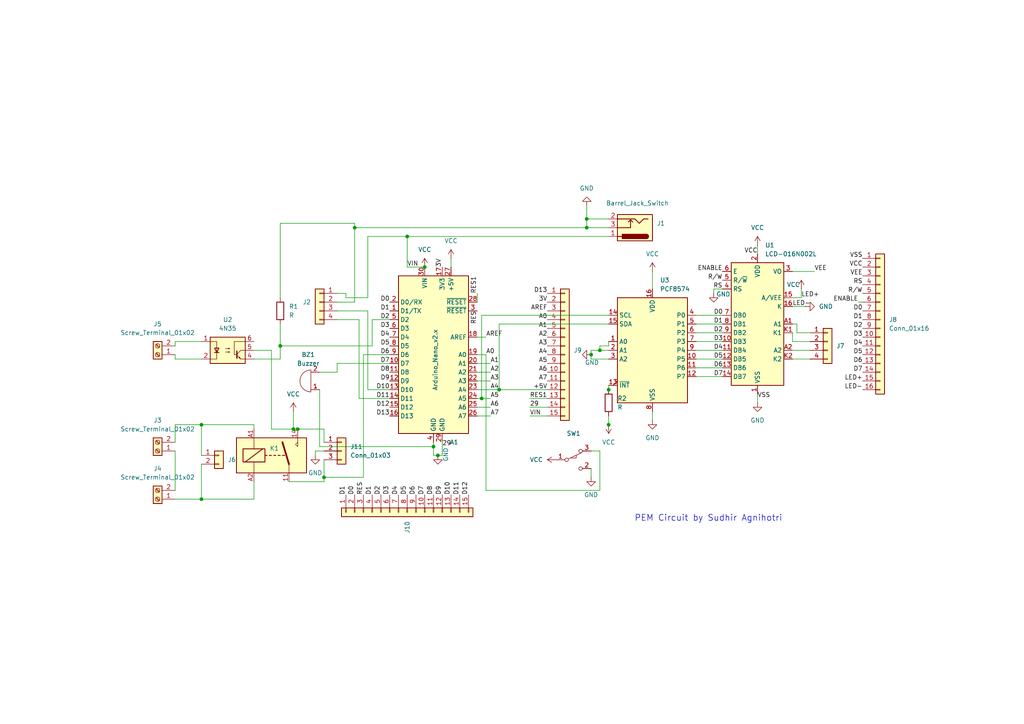
<source format=kicad_sch>
(kicad_sch
	(version 20231120)
	(generator "eeschema")
	(generator_version "8.0")
	(uuid "5d851258-d1bc-4095-9656-221b5fbd2f29")
	(paper "A4")
	(title_block
		(title "PEM CIRCUIT BY SUDHIR")
		(company "Sudhir Agnihotri")
	)
	(lib_symbols
		(symbol "Connector:Barrel_Jack_Switch"
			(pin_names hide)
			(exclude_from_sim no)
			(in_bom yes)
			(on_board yes)
			(property "Reference" "J"
				(at 0 5.334 0)
				(effects
					(font
						(size 1.27 1.27)
					)
				)
			)
			(property "Value" "Barrel_Jack_Switch"
				(at 0 -5.08 0)
				(effects
					(font
						(size 1.27 1.27)
					)
				)
			)
			(property "Footprint" ""
				(at 1.27 -1.016 0)
				(effects
					(font
						(size 1.27 1.27)
					)
					(hide yes)
				)
			)
			(property "Datasheet" "~"
				(at 1.27 -1.016 0)
				(effects
					(font
						(size 1.27 1.27)
					)
					(hide yes)
				)
			)
			(property "Description" "DC Barrel Jack with an internal switch"
				(at 0 0 0)
				(effects
					(font
						(size 1.27 1.27)
					)
					(hide yes)
				)
			)
			(property "ki_keywords" "DC power barrel jack connector"
				(at 0 0 0)
				(effects
					(font
						(size 1.27 1.27)
					)
					(hide yes)
				)
			)
			(property "ki_fp_filters" "BarrelJack*"
				(at 0 0 0)
				(effects
					(font
						(size 1.27 1.27)
					)
					(hide yes)
				)
			)
			(symbol "Barrel_Jack_Switch_0_1"
				(rectangle
					(start -5.08 3.81)
					(end 5.08 -3.81)
					(stroke
						(width 0.254)
						(type default)
					)
					(fill
						(type background)
					)
				)
				(arc
					(start -3.302 3.175)
					(mid -3.9343 2.54)
					(end -3.302 1.905)
					(stroke
						(width 0.254)
						(type default)
					)
					(fill
						(type none)
					)
				)
				(arc
					(start -3.302 3.175)
					(mid -3.9343 2.54)
					(end -3.302 1.905)
					(stroke
						(width 0.254)
						(type default)
					)
					(fill
						(type outline)
					)
				)
				(polyline
					(pts
						(xy 1.27 -2.286) (xy 1.905 -1.651)
					)
					(stroke
						(width 0.254)
						(type default)
					)
					(fill
						(type none)
					)
				)
				(polyline
					(pts
						(xy 5.08 2.54) (xy 3.81 2.54)
					)
					(stroke
						(width 0.254)
						(type default)
					)
					(fill
						(type none)
					)
				)
				(polyline
					(pts
						(xy 5.08 0) (xy 1.27 0) (xy 1.27 -2.286) (xy 0.635 -1.651)
					)
					(stroke
						(width 0.254)
						(type default)
					)
					(fill
						(type none)
					)
				)
				(polyline
					(pts
						(xy -3.81 -2.54) (xy -2.54 -2.54) (xy -1.27 -1.27) (xy 0 -2.54) (xy 2.54 -2.54) (xy 5.08 -2.54)
					)
					(stroke
						(width 0.254)
						(type default)
					)
					(fill
						(type none)
					)
				)
				(rectangle
					(start 3.683 3.175)
					(end -3.302 1.905)
					(stroke
						(width 0.254)
						(type default)
					)
					(fill
						(type outline)
					)
				)
			)
			(symbol "Barrel_Jack_Switch_1_1"
				(pin passive line
					(at 7.62 2.54 180)
					(length 2.54)
					(name "~"
						(effects
							(font
								(size 1.27 1.27)
							)
						)
					)
					(number "1"
						(effects
							(font
								(size 1.27 1.27)
							)
						)
					)
				)
				(pin passive line
					(at 7.62 -2.54 180)
					(length 2.54)
					(name "~"
						(effects
							(font
								(size 1.27 1.27)
							)
						)
					)
					(number "2"
						(effects
							(font
								(size 1.27 1.27)
							)
						)
					)
				)
				(pin passive line
					(at 7.62 0 180)
					(length 2.54)
					(name "~"
						(effects
							(font
								(size 1.27 1.27)
							)
						)
					)
					(number "3"
						(effects
							(font
								(size 1.27 1.27)
							)
						)
					)
				)
			)
		)
		(symbol "Connector:Screw_Terminal_01x02"
			(pin_names
				(offset 1.016) hide)
			(exclude_from_sim no)
			(in_bom yes)
			(on_board yes)
			(property "Reference" "J"
				(at 0 2.54 0)
				(effects
					(font
						(size 1.27 1.27)
					)
				)
			)
			(property "Value" "Screw_Terminal_01x02"
				(at 0 -5.08 0)
				(effects
					(font
						(size 1.27 1.27)
					)
				)
			)
			(property "Footprint" ""
				(at 0 0 0)
				(effects
					(font
						(size 1.27 1.27)
					)
					(hide yes)
				)
			)
			(property "Datasheet" "~"
				(at 0 0 0)
				(effects
					(font
						(size 1.27 1.27)
					)
					(hide yes)
				)
			)
			(property "Description" "Generic screw terminal, single row, 01x02, script generated (kicad-library-utils/schlib/autogen/connector/)"
				(at 0 0 0)
				(effects
					(font
						(size 1.27 1.27)
					)
					(hide yes)
				)
			)
			(property "ki_keywords" "screw terminal"
				(at 0 0 0)
				(effects
					(font
						(size 1.27 1.27)
					)
					(hide yes)
				)
			)
			(property "ki_fp_filters" "TerminalBlock*:*"
				(at 0 0 0)
				(effects
					(font
						(size 1.27 1.27)
					)
					(hide yes)
				)
			)
			(symbol "Screw_Terminal_01x02_1_1"
				(rectangle
					(start -1.27 1.27)
					(end 1.27 -3.81)
					(stroke
						(width 0.254)
						(type default)
					)
					(fill
						(type background)
					)
				)
				(circle
					(center 0 -2.54)
					(radius 0.635)
					(stroke
						(width 0.1524)
						(type default)
					)
					(fill
						(type none)
					)
				)
				(polyline
					(pts
						(xy -0.5334 -2.2098) (xy 0.3302 -3.048)
					)
					(stroke
						(width 0.1524)
						(type default)
					)
					(fill
						(type none)
					)
				)
				(polyline
					(pts
						(xy -0.5334 0.3302) (xy 0.3302 -0.508)
					)
					(stroke
						(width 0.1524)
						(type default)
					)
					(fill
						(type none)
					)
				)
				(polyline
					(pts
						(xy -0.3556 -2.032) (xy 0.508 -2.8702)
					)
					(stroke
						(width 0.1524)
						(type default)
					)
					(fill
						(type none)
					)
				)
				(polyline
					(pts
						(xy -0.3556 0.508) (xy 0.508 -0.3302)
					)
					(stroke
						(width 0.1524)
						(type default)
					)
					(fill
						(type none)
					)
				)
				(circle
					(center 0 0)
					(radius 0.635)
					(stroke
						(width 0.1524)
						(type default)
					)
					(fill
						(type none)
					)
				)
				(pin passive line
					(at -5.08 0 0)
					(length 3.81)
					(name "Pin_1"
						(effects
							(font
								(size 1.27 1.27)
							)
						)
					)
					(number "1"
						(effects
							(font
								(size 1.27 1.27)
							)
						)
					)
				)
				(pin passive line
					(at -5.08 -2.54 0)
					(length 3.81)
					(name "Pin_2"
						(effects
							(font
								(size 1.27 1.27)
							)
						)
					)
					(number "2"
						(effects
							(font
								(size 1.27 1.27)
							)
						)
					)
				)
			)
		)
		(symbol "Connector_Generic:Conn_01x02"
			(pin_names
				(offset 1.016) hide)
			(exclude_from_sim no)
			(in_bom yes)
			(on_board yes)
			(property "Reference" "J"
				(at 0 2.54 0)
				(effects
					(font
						(size 1.27 1.27)
					)
				)
			)
			(property "Value" "Conn_01x02"
				(at 0 -5.08 0)
				(effects
					(font
						(size 1.27 1.27)
					)
				)
			)
			(property "Footprint" ""
				(at 0 0 0)
				(effects
					(font
						(size 1.27 1.27)
					)
					(hide yes)
				)
			)
			(property "Datasheet" "~"
				(at 0 0 0)
				(effects
					(font
						(size 1.27 1.27)
					)
					(hide yes)
				)
			)
			(property "Description" "Generic connector, single row, 01x02, script generated (kicad-library-utils/schlib/autogen/connector/)"
				(at 0 0 0)
				(effects
					(font
						(size 1.27 1.27)
					)
					(hide yes)
				)
			)
			(property "ki_keywords" "connector"
				(at 0 0 0)
				(effects
					(font
						(size 1.27 1.27)
					)
					(hide yes)
				)
			)
			(property "ki_fp_filters" "Connector*:*_1x??_*"
				(at 0 0 0)
				(effects
					(font
						(size 1.27 1.27)
					)
					(hide yes)
				)
			)
			(symbol "Conn_01x02_1_1"
				(rectangle
					(start -1.27 -2.413)
					(end 0 -2.667)
					(stroke
						(width 0.1524)
						(type default)
					)
					(fill
						(type none)
					)
				)
				(rectangle
					(start -1.27 0.127)
					(end 0 -0.127)
					(stroke
						(width 0.1524)
						(type default)
					)
					(fill
						(type none)
					)
				)
				(rectangle
					(start -1.27 1.27)
					(end 1.27 -3.81)
					(stroke
						(width 0.254)
						(type default)
					)
					(fill
						(type background)
					)
				)
				(pin passive line
					(at -5.08 0 0)
					(length 3.81)
					(name "Pin_1"
						(effects
							(font
								(size 1.27 1.27)
							)
						)
					)
					(number "1"
						(effects
							(font
								(size 1.27 1.27)
							)
						)
					)
				)
				(pin passive line
					(at -5.08 -2.54 0)
					(length 3.81)
					(name "Pin_2"
						(effects
							(font
								(size 1.27 1.27)
							)
						)
					)
					(number "2"
						(effects
							(font
								(size 1.27 1.27)
							)
						)
					)
				)
			)
		)
		(symbol "Connector_Generic:Conn_01x03"
			(pin_names
				(offset 1.016) hide)
			(exclude_from_sim no)
			(in_bom yes)
			(on_board yes)
			(property "Reference" "J"
				(at 0 5.08 0)
				(effects
					(font
						(size 1.27 1.27)
					)
				)
			)
			(property "Value" "Conn_01x03"
				(at 0 -5.08 0)
				(effects
					(font
						(size 1.27 1.27)
					)
				)
			)
			(property "Footprint" ""
				(at 0 0 0)
				(effects
					(font
						(size 1.27 1.27)
					)
					(hide yes)
				)
			)
			(property "Datasheet" "~"
				(at 0 0 0)
				(effects
					(font
						(size 1.27 1.27)
					)
					(hide yes)
				)
			)
			(property "Description" "Generic connector, single row, 01x03, script generated (kicad-library-utils/schlib/autogen/connector/)"
				(at 0 0 0)
				(effects
					(font
						(size 1.27 1.27)
					)
					(hide yes)
				)
			)
			(property "ki_keywords" "connector"
				(at 0 0 0)
				(effects
					(font
						(size 1.27 1.27)
					)
					(hide yes)
				)
			)
			(property "ki_fp_filters" "Connector*:*_1x??_*"
				(at 0 0 0)
				(effects
					(font
						(size 1.27 1.27)
					)
					(hide yes)
				)
			)
			(symbol "Conn_01x03_1_1"
				(rectangle
					(start -1.27 -2.413)
					(end 0 -2.667)
					(stroke
						(width 0.1524)
						(type default)
					)
					(fill
						(type none)
					)
				)
				(rectangle
					(start -1.27 0.127)
					(end 0 -0.127)
					(stroke
						(width 0.1524)
						(type default)
					)
					(fill
						(type none)
					)
				)
				(rectangle
					(start -1.27 2.667)
					(end 0 2.413)
					(stroke
						(width 0.1524)
						(type default)
					)
					(fill
						(type none)
					)
				)
				(rectangle
					(start -1.27 3.81)
					(end 1.27 -3.81)
					(stroke
						(width 0.254)
						(type default)
					)
					(fill
						(type background)
					)
				)
				(pin passive line
					(at -5.08 2.54 0)
					(length 3.81)
					(name "Pin_1"
						(effects
							(font
								(size 1.27 1.27)
							)
						)
					)
					(number "1"
						(effects
							(font
								(size 1.27 1.27)
							)
						)
					)
				)
				(pin passive line
					(at -5.08 0 0)
					(length 3.81)
					(name "Pin_2"
						(effects
							(font
								(size 1.27 1.27)
							)
						)
					)
					(number "2"
						(effects
							(font
								(size 1.27 1.27)
							)
						)
					)
				)
				(pin passive line
					(at -5.08 -2.54 0)
					(length 3.81)
					(name "Pin_3"
						(effects
							(font
								(size 1.27 1.27)
							)
						)
					)
					(number "3"
						(effects
							(font
								(size 1.27 1.27)
							)
						)
					)
				)
			)
		)
		(symbol "Connector_Generic:Conn_01x04"
			(pin_names
				(offset 1.016) hide)
			(exclude_from_sim no)
			(in_bom yes)
			(on_board yes)
			(property "Reference" "J"
				(at 0 5.08 0)
				(effects
					(font
						(size 1.27 1.27)
					)
				)
			)
			(property "Value" "Conn_01x04"
				(at 0 -7.62 0)
				(effects
					(font
						(size 1.27 1.27)
					)
				)
			)
			(property "Footprint" ""
				(at 0 0 0)
				(effects
					(font
						(size 1.27 1.27)
					)
					(hide yes)
				)
			)
			(property "Datasheet" "~"
				(at 0 0 0)
				(effects
					(font
						(size 1.27 1.27)
					)
					(hide yes)
				)
			)
			(property "Description" "Generic connector, single row, 01x04, script generated (kicad-library-utils/schlib/autogen/connector/)"
				(at 0 0 0)
				(effects
					(font
						(size 1.27 1.27)
					)
					(hide yes)
				)
			)
			(property "ki_keywords" "connector"
				(at 0 0 0)
				(effects
					(font
						(size 1.27 1.27)
					)
					(hide yes)
				)
			)
			(property "ki_fp_filters" "Connector*:*_1x??_*"
				(at 0 0 0)
				(effects
					(font
						(size 1.27 1.27)
					)
					(hide yes)
				)
			)
			(symbol "Conn_01x04_1_1"
				(rectangle
					(start -1.27 -4.953)
					(end 0 -5.207)
					(stroke
						(width 0.1524)
						(type default)
					)
					(fill
						(type none)
					)
				)
				(rectangle
					(start -1.27 -2.413)
					(end 0 -2.667)
					(stroke
						(width 0.1524)
						(type default)
					)
					(fill
						(type none)
					)
				)
				(rectangle
					(start -1.27 0.127)
					(end 0 -0.127)
					(stroke
						(width 0.1524)
						(type default)
					)
					(fill
						(type none)
					)
				)
				(rectangle
					(start -1.27 2.667)
					(end 0 2.413)
					(stroke
						(width 0.1524)
						(type default)
					)
					(fill
						(type none)
					)
				)
				(rectangle
					(start -1.27 3.81)
					(end 1.27 -6.35)
					(stroke
						(width 0.254)
						(type default)
					)
					(fill
						(type background)
					)
				)
				(pin passive line
					(at -5.08 2.54 0)
					(length 3.81)
					(name "Pin_1"
						(effects
							(font
								(size 1.27 1.27)
							)
						)
					)
					(number "1"
						(effects
							(font
								(size 1.27 1.27)
							)
						)
					)
				)
				(pin passive line
					(at -5.08 0 0)
					(length 3.81)
					(name "Pin_2"
						(effects
							(font
								(size 1.27 1.27)
							)
						)
					)
					(number "2"
						(effects
							(font
								(size 1.27 1.27)
							)
						)
					)
				)
				(pin passive line
					(at -5.08 -2.54 0)
					(length 3.81)
					(name "Pin_3"
						(effects
							(font
								(size 1.27 1.27)
							)
						)
					)
					(number "3"
						(effects
							(font
								(size 1.27 1.27)
							)
						)
					)
				)
				(pin passive line
					(at -5.08 -5.08 0)
					(length 3.81)
					(name "Pin_4"
						(effects
							(font
								(size 1.27 1.27)
							)
						)
					)
					(number "4"
						(effects
							(font
								(size 1.27 1.27)
							)
						)
					)
				)
			)
		)
		(symbol "Connector_Generic:Conn_01x15"
			(pin_names
				(offset 1.016) hide)
			(exclude_from_sim no)
			(in_bom yes)
			(on_board yes)
			(property "Reference" "J"
				(at 0 20.32 0)
				(effects
					(font
						(size 1.27 1.27)
					)
				)
			)
			(property "Value" "Conn_01x15"
				(at 0 -20.32 0)
				(effects
					(font
						(size 1.27 1.27)
					)
				)
			)
			(property "Footprint" ""
				(at 0 0 0)
				(effects
					(font
						(size 1.27 1.27)
					)
					(hide yes)
				)
			)
			(property "Datasheet" "~"
				(at 0 0 0)
				(effects
					(font
						(size 1.27 1.27)
					)
					(hide yes)
				)
			)
			(property "Description" "Generic connector, single row, 01x15, script generated (kicad-library-utils/schlib/autogen/connector/)"
				(at 0 0 0)
				(effects
					(font
						(size 1.27 1.27)
					)
					(hide yes)
				)
			)
			(property "ki_keywords" "connector"
				(at 0 0 0)
				(effects
					(font
						(size 1.27 1.27)
					)
					(hide yes)
				)
			)
			(property "ki_fp_filters" "Connector*:*_1x??_*"
				(at 0 0 0)
				(effects
					(font
						(size 1.27 1.27)
					)
					(hide yes)
				)
			)
			(symbol "Conn_01x15_1_1"
				(rectangle
					(start -1.27 -17.653)
					(end 0 -17.907)
					(stroke
						(width 0.1524)
						(type default)
					)
					(fill
						(type none)
					)
				)
				(rectangle
					(start -1.27 -15.113)
					(end 0 -15.367)
					(stroke
						(width 0.1524)
						(type default)
					)
					(fill
						(type none)
					)
				)
				(rectangle
					(start -1.27 -12.573)
					(end 0 -12.827)
					(stroke
						(width 0.1524)
						(type default)
					)
					(fill
						(type none)
					)
				)
				(rectangle
					(start -1.27 -10.033)
					(end 0 -10.287)
					(stroke
						(width 0.1524)
						(type default)
					)
					(fill
						(type none)
					)
				)
				(rectangle
					(start -1.27 -7.493)
					(end 0 -7.747)
					(stroke
						(width 0.1524)
						(type default)
					)
					(fill
						(type none)
					)
				)
				(rectangle
					(start -1.27 -4.953)
					(end 0 -5.207)
					(stroke
						(width 0.1524)
						(type default)
					)
					(fill
						(type none)
					)
				)
				(rectangle
					(start -1.27 -2.413)
					(end 0 -2.667)
					(stroke
						(width 0.1524)
						(type default)
					)
					(fill
						(type none)
					)
				)
				(rectangle
					(start -1.27 0.127)
					(end 0 -0.127)
					(stroke
						(width 0.1524)
						(type default)
					)
					(fill
						(type none)
					)
				)
				(rectangle
					(start -1.27 2.667)
					(end 0 2.413)
					(stroke
						(width 0.1524)
						(type default)
					)
					(fill
						(type none)
					)
				)
				(rectangle
					(start -1.27 5.207)
					(end 0 4.953)
					(stroke
						(width 0.1524)
						(type default)
					)
					(fill
						(type none)
					)
				)
				(rectangle
					(start -1.27 7.747)
					(end 0 7.493)
					(stroke
						(width 0.1524)
						(type default)
					)
					(fill
						(type none)
					)
				)
				(rectangle
					(start -1.27 10.287)
					(end 0 10.033)
					(stroke
						(width 0.1524)
						(type default)
					)
					(fill
						(type none)
					)
				)
				(rectangle
					(start -1.27 12.827)
					(end 0 12.573)
					(stroke
						(width 0.1524)
						(type default)
					)
					(fill
						(type none)
					)
				)
				(rectangle
					(start -1.27 15.367)
					(end 0 15.113)
					(stroke
						(width 0.1524)
						(type default)
					)
					(fill
						(type none)
					)
				)
				(rectangle
					(start -1.27 17.907)
					(end 0 17.653)
					(stroke
						(width 0.1524)
						(type default)
					)
					(fill
						(type none)
					)
				)
				(rectangle
					(start -1.27 19.05)
					(end 1.27 -19.05)
					(stroke
						(width 0.254)
						(type default)
					)
					(fill
						(type background)
					)
				)
				(pin passive line
					(at -5.08 17.78 0)
					(length 3.81)
					(name "Pin_1"
						(effects
							(font
								(size 1.27 1.27)
							)
						)
					)
					(number "1"
						(effects
							(font
								(size 1.27 1.27)
							)
						)
					)
				)
				(pin passive line
					(at -5.08 -5.08 0)
					(length 3.81)
					(name "Pin_10"
						(effects
							(font
								(size 1.27 1.27)
							)
						)
					)
					(number "10"
						(effects
							(font
								(size 1.27 1.27)
							)
						)
					)
				)
				(pin passive line
					(at -5.08 -7.62 0)
					(length 3.81)
					(name "Pin_11"
						(effects
							(font
								(size 1.27 1.27)
							)
						)
					)
					(number "11"
						(effects
							(font
								(size 1.27 1.27)
							)
						)
					)
				)
				(pin passive line
					(at -5.08 -10.16 0)
					(length 3.81)
					(name "Pin_12"
						(effects
							(font
								(size 1.27 1.27)
							)
						)
					)
					(number "12"
						(effects
							(font
								(size 1.27 1.27)
							)
						)
					)
				)
				(pin passive line
					(at -5.08 -12.7 0)
					(length 3.81)
					(name "Pin_13"
						(effects
							(font
								(size 1.27 1.27)
							)
						)
					)
					(number "13"
						(effects
							(font
								(size 1.27 1.27)
							)
						)
					)
				)
				(pin passive line
					(at -5.08 -15.24 0)
					(length 3.81)
					(name "Pin_14"
						(effects
							(font
								(size 1.27 1.27)
							)
						)
					)
					(number "14"
						(effects
							(font
								(size 1.27 1.27)
							)
						)
					)
				)
				(pin passive line
					(at -5.08 -17.78 0)
					(length 3.81)
					(name "Pin_15"
						(effects
							(font
								(size 1.27 1.27)
							)
						)
					)
					(number "15"
						(effects
							(font
								(size 1.27 1.27)
							)
						)
					)
				)
				(pin passive line
					(at -5.08 15.24 0)
					(length 3.81)
					(name "Pin_2"
						(effects
							(font
								(size 1.27 1.27)
							)
						)
					)
					(number "2"
						(effects
							(font
								(size 1.27 1.27)
							)
						)
					)
				)
				(pin passive line
					(at -5.08 12.7 0)
					(length 3.81)
					(name "Pin_3"
						(effects
							(font
								(size 1.27 1.27)
							)
						)
					)
					(number "3"
						(effects
							(font
								(size 1.27 1.27)
							)
						)
					)
				)
				(pin passive line
					(at -5.08 10.16 0)
					(length 3.81)
					(name "Pin_4"
						(effects
							(font
								(size 1.27 1.27)
							)
						)
					)
					(number "4"
						(effects
							(font
								(size 1.27 1.27)
							)
						)
					)
				)
				(pin passive line
					(at -5.08 7.62 0)
					(length 3.81)
					(name "Pin_5"
						(effects
							(font
								(size 1.27 1.27)
							)
						)
					)
					(number "5"
						(effects
							(font
								(size 1.27 1.27)
							)
						)
					)
				)
				(pin passive line
					(at -5.08 5.08 0)
					(length 3.81)
					(name "Pin_6"
						(effects
							(font
								(size 1.27 1.27)
							)
						)
					)
					(number "6"
						(effects
							(font
								(size 1.27 1.27)
							)
						)
					)
				)
				(pin passive line
					(at -5.08 2.54 0)
					(length 3.81)
					(name "Pin_7"
						(effects
							(font
								(size 1.27 1.27)
							)
						)
					)
					(number "7"
						(effects
							(font
								(size 1.27 1.27)
							)
						)
					)
				)
				(pin passive line
					(at -5.08 0 0)
					(length 3.81)
					(name "Pin_8"
						(effects
							(font
								(size 1.27 1.27)
							)
						)
					)
					(number "8"
						(effects
							(font
								(size 1.27 1.27)
							)
						)
					)
				)
				(pin passive line
					(at -5.08 -2.54 0)
					(length 3.81)
					(name "Pin_9"
						(effects
							(font
								(size 1.27 1.27)
							)
						)
					)
					(number "9"
						(effects
							(font
								(size 1.27 1.27)
							)
						)
					)
				)
			)
		)
		(symbol "Connector_Generic:Conn_01x16"
			(pin_names
				(offset 1.016) hide)
			(exclude_from_sim no)
			(in_bom yes)
			(on_board yes)
			(property "Reference" "J"
				(at 0 20.32 0)
				(effects
					(font
						(size 1.27 1.27)
					)
				)
			)
			(property "Value" "Conn_01x16"
				(at 0 -22.86 0)
				(effects
					(font
						(size 1.27 1.27)
					)
				)
			)
			(property "Footprint" ""
				(at 0 0 0)
				(effects
					(font
						(size 1.27 1.27)
					)
					(hide yes)
				)
			)
			(property "Datasheet" "~"
				(at 0 0 0)
				(effects
					(font
						(size 1.27 1.27)
					)
					(hide yes)
				)
			)
			(property "Description" "Generic connector, single row, 01x16, script generated (kicad-library-utils/schlib/autogen/connector/)"
				(at 0 0 0)
				(effects
					(font
						(size 1.27 1.27)
					)
					(hide yes)
				)
			)
			(property "ki_keywords" "connector"
				(at 0 0 0)
				(effects
					(font
						(size 1.27 1.27)
					)
					(hide yes)
				)
			)
			(property "ki_fp_filters" "Connector*:*_1x??_*"
				(at 0 0 0)
				(effects
					(font
						(size 1.27 1.27)
					)
					(hide yes)
				)
			)
			(symbol "Conn_01x16_1_1"
				(rectangle
					(start -1.27 -20.193)
					(end 0 -20.447)
					(stroke
						(width 0.1524)
						(type default)
					)
					(fill
						(type none)
					)
				)
				(rectangle
					(start -1.27 -17.653)
					(end 0 -17.907)
					(stroke
						(width 0.1524)
						(type default)
					)
					(fill
						(type none)
					)
				)
				(rectangle
					(start -1.27 -15.113)
					(end 0 -15.367)
					(stroke
						(width 0.1524)
						(type default)
					)
					(fill
						(type none)
					)
				)
				(rectangle
					(start -1.27 -12.573)
					(end 0 -12.827)
					(stroke
						(width 0.1524)
						(type default)
					)
					(fill
						(type none)
					)
				)
				(rectangle
					(start -1.27 -10.033)
					(end 0 -10.287)
					(stroke
						(width 0.1524)
						(type default)
					)
					(fill
						(type none)
					)
				)
				(rectangle
					(start -1.27 -7.493)
					(end 0 -7.747)
					(stroke
						(width 0.1524)
						(type default)
					)
					(fill
						(type none)
					)
				)
				(rectangle
					(start -1.27 -4.953)
					(end 0 -5.207)
					(stroke
						(width 0.1524)
						(type default)
					)
					(fill
						(type none)
					)
				)
				(rectangle
					(start -1.27 -2.413)
					(end 0 -2.667)
					(stroke
						(width 0.1524)
						(type default)
					)
					(fill
						(type none)
					)
				)
				(rectangle
					(start -1.27 0.127)
					(end 0 -0.127)
					(stroke
						(width 0.1524)
						(type default)
					)
					(fill
						(type none)
					)
				)
				(rectangle
					(start -1.27 2.667)
					(end 0 2.413)
					(stroke
						(width 0.1524)
						(type default)
					)
					(fill
						(type none)
					)
				)
				(rectangle
					(start -1.27 5.207)
					(end 0 4.953)
					(stroke
						(width 0.1524)
						(type default)
					)
					(fill
						(type none)
					)
				)
				(rectangle
					(start -1.27 7.747)
					(end 0 7.493)
					(stroke
						(width 0.1524)
						(type default)
					)
					(fill
						(type none)
					)
				)
				(rectangle
					(start -1.27 10.287)
					(end 0 10.033)
					(stroke
						(width 0.1524)
						(type default)
					)
					(fill
						(type none)
					)
				)
				(rectangle
					(start -1.27 12.827)
					(end 0 12.573)
					(stroke
						(width 0.1524)
						(type default)
					)
					(fill
						(type none)
					)
				)
				(rectangle
					(start -1.27 15.367)
					(end 0 15.113)
					(stroke
						(width 0.1524)
						(type default)
					)
					(fill
						(type none)
					)
				)
				(rectangle
					(start -1.27 17.907)
					(end 0 17.653)
					(stroke
						(width 0.1524)
						(type default)
					)
					(fill
						(type none)
					)
				)
				(rectangle
					(start -1.27 19.05)
					(end 1.27 -21.59)
					(stroke
						(width 0.254)
						(type default)
					)
					(fill
						(type background)
					)
				)
				(pin passive line
					(at -5.08 17.78 0)
					(length 3.81)
					(name "Pin_1"
						(effects
							(font
								(size 1.27 1.27)
							)
						)
					)
					(number "1"
						(effects
							(font
								(size 1.27 1.27)
							)
						)
					)
				)
				(pin passive line
					(at -5.08 -5.08 0)
					(length 3.81)
					(name "Pin_10"
						(effects
							(font
								(size 1.27 1.27)
							)
						)
					)
					(number "10"
						(effects
							(font
								(size 1.27 1.27)
							)
						)
					)
				)
				(pin passive line
					(at -5.08 -7.62 0)
					(length 3.81)
					(name "Pin_11"
						(effects
							(font
								(size 1.27 1.27)
							)
						)
					)
					(number "11"
						(effects
							(font
								(size 1.27 1.27)
							)
						)
					)
				)
				(pin passive line
					(at -5.08 -10.16 0)
					(length 3.81)
					(name "Pin_12"
						(effects
							(font
								(size 1.27 1.27)
							)
						)
					)
					(number "12"
						(effects
							(font
								(size 1.27 1.27)
							)
						)
					)
				)
				(pin passive line
					(at -5.08 -12.7 0)
					(length 3.81)
					(name "Pin_13"
						(effects
							(font
								(size 1.27 1.27)
							)
						)
					)
					(number "13"
						(effects
							(font
								(size 1.27 1.27)
							)
						)
					)
				)
				(pin passive line
					(at -5.08 -15.24 0)
					(length 3.81)
					(name "Pin_14"
						(effects
							(font
								(size 1.27 1.27)
							)
						)
					)
					(number "14"
						(effects
							(font
								(size 1.27 1.27)
							)
						)
					)
				)
				(pin passive line
					(at -5.08 -17.78 0)
					(length 3.81)
					(name "Pin_15"
						(effects
							(font
								(size 1.27 1.27)
							)
						)
					)
					(number "15"
						(effects
							(font
								(size 1.27 1.27)
							)
						)
					)
				)
				(pin passive line
					(at -5.08 -20.32 0)
					(length 3.81)
					(name "Pin_16"
						(effects
							(font
								(size 1.27 1.27)
							)
						)
					)
					(number "16"
						(effects
							(font
								(size 1.27 1.27)
							)
						)
					)
				)
				(pin passive line
					(at -5.08 15.24 0)
					(length 3.81)
					(name "Pin_2"
						(effects
							(font
								(size 1.27 1.27)
							)
						)
					)
					(number "2"
						(effects
							(font
								(size 1.27 1.27)
							)
						)
					)
				)
				(pin passive line
					(at -5.08 12.7 0)
					(length 3.81)
					(name "Pin_3"
						(effects
							(font
								(size 1.27 1.27)
							)
						)
					)
					(number "3"
						(effects
							(font
								(size 1.27 1.27)
							)
						)
					)
				)
				(pin passive line
					(at -5.08 10.16 0)
					(length 3.81)
					(name "Pin_4"
						(effects
							(font
								(size 1.27 1.27)
							)
						)
					)
					(number "4"
						(effects
							(font
								(size 1.27 1.27)
							)
						)
					)
				)
				(pin passive line
					(at -5.08 7.62 0)
					(length 3.81)
					(name "Pin_5"
						(effects
							(font
								(size 1.27 1.27)
							)
						)
					)
					(number "5"
						(effects
							(font
								(size 1.27 1.27)
							)
						)
					)
				)
				(pin passive line
					(at -5.08 5.08 0)
					(length 3.81)
					(name "Pin_6"
						(effects
							(font
								(size 1.27 1.27)
							)
						)
					)
					(number "6"
						(effects
							(font
								(size 1.27 1.27)
							)
						)
					)
				)
				(pin passive line
					(at -5.08 2.54 0)
					(length 3.81)
					(name "Pin_7"
						(effects
							(font
								(size 1.27 1.27)
							)
						)
					)
					(number "7"
						(effects
							(font
								(size 1.27 1.27)
							)
						)
					)
				)
				(pin passive line
					(at -5.08 0 0)
					(length 3.81)
					(name "Pin_8"
						(effects
							(font
								(size 1.27 1.27)
							)
						)
					)
					(number "8"
						(effects
							(font
								(size 1.27 1.27)
							)
						)
					)
				)
				(pin passive line
					(at -5.08 -2.54 0)
					(length 3.81)
					(name "Pin_9"
						(effects
							(font
								(size 1.27 1.27)
							)
						)
					)
					(number "9"
						(effects
							(font
								(size 1.27 1.27)
							)
						)
					)
				)
			)
		)
		(symbol "Device:Buzzer"
			(pin_names
				(offset 0.0254) hide)
			(exclude_from_sim no)
			(in_bom yes)
			(on_board yes)
			(property "Reference" "BZ"
				(at 3.81 1.27 0)
				(effects
					(font
						(size 1.27 1.27)
					)
					(justify left)
				)
			)
			(property "Value" "Buzzer"
				(at 3.81 -1.27 0)
				(effects
					(font
						(size 1.27 1.27)
					)
					(justify left)
				)
			)
			(property "Footprint" ""
				(at -0.635 2.54 90)
				(effects
					(font
						(size 1.27 1.27)
					)
					(hide yes)
				)
			)
			(property "Datasheet" "~"
				(at -0.635 2.54 90)
				(effects
					(font
						(size 1.27 1.27)
					)
					(hide yes)
				)
			)
			(property "Description" "Buzzer, polarized"
				(at 0 0 0)
				(effects
					(font
						(size 1.27 1.27)
					)
					(hide yes)
				)
			)
			(property "ki_keywords" "quartz resonator ceramic"
				(at 0 0 0)
				(effects
					(font
						(size 1.27 1.27)
					)
					(hide yes)
				)
			)
			(property "ki_fp_filters" "*Buzzer*"
				(at 0 0 0)
				(effects
					(font
						(size 1.27 1.27)
					)
					(hide yes)
				)
			)
			(symbol "Buzzer_0_1"
				(arc
					(start 0 -3.175)
					(mid 3.1612 0)
					(end 0 3.175)
					(stroke
						(width 0)
						(type default)
					)
					(fill
						(type none)
					)
				)
				(polyline
					(pts
						(xy -1.651 1.905) (xy -1.143 1.905)
					)
					(stroke
						(width 0)
						(type default)
					)
					(fill
						(type none)
					)
				)
				(polyline
					(pts
						(xy -1.397 2.159) (xy -1.397 1.651)
					)
					(stroke
						(width 0)
						(type default)
					)
					(fill
						(type none)
					)
				)
				(polyline
					(pts
						(xy 0 3.175) (xy 0 -3.175)
					)
					(stroke
						(width 0)
						(type default)
					)
					(fill
						(type none)
					)
				)
			)
			(symbol "Buzzer_1_1"
				(pin passive line
					(at -2.54 2.54 0)
					(length 2.54)
					(name "+"
						(effects
							(font
								(size 1.27 1.27)
							)
						)
					)
					(number "1"
						(effects
							(font
								(size 1.27 1.27)
							)
						)
					)
				)
				(pin passive line
					(at -2.54 -2.54 0)
					(length 2.54)
					(name "-"
						(effects
							(font
								(size 1.27 1.27)
							)
						)
					)
					(number "2"
						(effects
							(font
								(size 1.27 1.27)
							)
						)
					)
				)
			)
		)
		(symbol "Device:R"
			(pin_numbers hide)
			(pin_names
				(offset 0)
			)
			(exclude_from_sim no)
			(in_bom yes)
			(on_board yes)
			(property "Reference" "R"
				(at 2.032 0 90)
				(effects
					(font
						(size 1.27 1.27)
					)
				)
			)
			(property "Value" "R"
				(at 0 0 90)
				(effects
					(font
						(size 1.27 1.27)
					)
				)
			)
			(property "Footprint" ""
				(at -1.778 0 90)
				(effects
					(font
						(size 1.27 1.27)
					)
					(hide yes)
				)
			)
			(property "Datasheet" "~"
				(at 0 0 0)
				(effects
					(font
						(size 1.27 1.27)
					)
					(hide yes)
				)
			)
			(property "Description" "Resistor"
				(at 0 0 0)
				(effects
					(font
						(size 1.27 1.27)
					)
					(hide yes)
				)
			)
			(property "ki_keywords" "R res resistor"
				(at 0 0 0)
				(effects
					(font
						(size 1.27 1.27)
					)
					(hide yes)
				)
			)
			(property "ki_fp_filters" "R_*"
				(at 0 0 0)
				(effects
					(font
						(size 1.27 1.27)
					)
					(hide yes)
				)
			)
			(symbol "R_0_1"
				(rectangle
					(start -1.016 -2.54)
					(end 1.016 2.54)
					(stroke
						(width 0.254)
						(type default)
					)
					(fill
						(type none)
					)
				)
			)
			(symbol "R_1_1"
				(pin passive line
					(at 0 3.81 270)
					(length 1.27)
					(name "~"
						(effects
							(font
								(size 1.27 1.27)
							)
						)
					)
					(number "1"
						(effects
							(font
								(size 1.27 1.27)
							)
						)
					)
				)
				(pin passive line
					(at 0 -3.81 90)
					(length 1.27)
					(name "~"
						(effects
							(font
								(size 1.27 1.27)
							)
						)
					)
					(number "2"
						(effects
							(font
								(size 1.27 1.27)
							)
						)
					)
				)
			)
		)
		(symbol "Display_Character:LCD-016N002L"
			(exclude_from_sim no)
			(in_bom yes)
			(on_board yes)
			(property "Reference" "U"
				(at -6.35 18.796 0)
				(effects
					(font
						(size 1.27 1.27)
					)
				)
			)
			(property "Value" "LCD-016N002L"
				(at 8.636 18.796 0)
				(effects
					(font
						(size 1.27 1.27)
					)
				)
			)
			(property "Footprint" "Display:LCD-016N002L"
				(at 0.508 -23.368 0)
				(effects
					(font
						(size 1.27 1.27)
					)
					(hide yes)
				)
			)
			(property "Datasheet" "http://www.vishay.com/docs/37299/37299.pdf"
				(at 12.7 -7.62 0)
				(effects
					(font
						(size 1.27 1.27)
					)
					(hide yes)
				)
			)
			(property "Description" "LCD 12x2, 8 bit parallel bus, 3V or 5V VDD"
				(at 0 0 0)
				(effects
					(font
						(size 1.27 1.27)
					)
					(hide yes)
				)
			)
			(property "ki_keywords" "display LCD dot-matrix"
				(at 0 0 0)
				(effects
					(font
						(size 1.27 1.27)
					)
					(hide yes)
				)
			)
			(property "ki_fp_filters" "*LCD*016N002L*"
				(at 0 0 0)
				(effects
					(font
						(size 1.27 1.27)
					)
					(hide yes)
				)
			)
			(symbol "LCD-016N002L_1_1"
				(rectangle
					(start -7.62 17.78)
					(end 7.62 -17.78)
					(stroke
						(width 0.254)
						(type default)
					)
					(fill
						(type background)
					)
				)
				(pin power_in line
					(at 0 -20.32 90)
					(length 2.54)
					(name "VSS"
						(effects
							(font
								(size 1.27 1.27)
							)
						)
					)
					(number "1"
						(effects
							(font
								(size 1.27 1.27)
							)
						)
					)
				)
				(pin bidirectional line
					(at -10.16 -5.08 0)
					(length 2.54)
					(name "DB3"
						(effects
							(font
								(size 1.27 1.27)
							)
						)
					)
					(number "10"
						(effects
							(font
								(size 1.27 1.27)
							)
						)
					)
				)
				(pin bidirectional line
					(at -10.16 -7.62 0)
					(length 2.54)
					(name "DB4"
						(effects
							(font
								(size 1.27 1.27)
							)
						)
					)
					(number "11"
						(effects
							(font
								(size 1.27 1.27)
							)
						)
					)
				)
				(pin bidirectional line
					(at -10.16 -10.16 0)
					(length 2.54)
					(name "DB5"
						(effects
							(font
								(size 1.27 1.27)
							)
						)
					)
					(number "12"
						(effects
							(font
								(size 1.27 1.27)
							)
						)
					)
				)
				(pin bidirectional line
					(at -10.16 -12.7 0)
					(length 2.54)
					(name "DB6"
						(effects
							(font
								(size 1.27 1.27)
							)
						)
					)
					(number "13"
						(effects
							(font
								(size 1.27 1.27)
							)
						)
					)
				)
				(pin bidirectional line
					(at -10.16 -15.24 0)
					(length 2.54)
					(name "DB7"
						(effects
							(font
								(size 1.27 1.27)
							)
						)
					)
					(number "14"
						(effects
							(font
								(size 1.27 1.27)
							)
						)
					)
				)
				(pin power_in line
					(at 10.16 7.62 180)
					(length 2.54)
					(name "A/VEE"
						(effects
							(font
								(size 1.27 1.27)
							)
						)
					)
					(number "15"
						(effects
							(font
								(size 1.27 1.27)
							)
						)
					)
				)
				(pin power_in line
					(at 10.16 5.08 180)
					(length 2.54)
					(name "K"
						(effects
							(font
								(size 1.27 1.27)
							)
						)
					)
					(number "16"
						(effects
							(font
								(size 1.27 1.27)
							)
						)
					)
				)
				(pin power_in line
					(at 0 20.32 270)
					(length 2.54)
					(name "VDD"
						(effects
							(font
								(size 1.27 1.27)
							)
						)
					)
					(number "2"
						(effects
							(font
								(size 1.27 1.27)
							)
						)
					)
				)
				(pin input line
					(at 10.16 15.24 180)
					(length 2.54)
					(name "VO"
						(effects
							(font
								(size 1.27 1.27)
							)
						)
					)
					(number "3"
						(effects
							(font
								(size 1.27 1.27)
							)
						)
					)
				)
				(pin input line
					(at -10.16 10.16 0)
					(length 2.54)
					(name "RS"
						(effects
							(font
								(size 1.27 1.27)
							)
						)
					)
					(number "4"
						(effects
							(font
								(size 1.27 1.27)
							)
						)
					)
				)
				(pin input line
					(at -10.16 12.7 0)
					(length 2.54)
					(name "R/~{W}"
						(effects
							(font
								(size 1.27 1.27)
							)
						)
					)
					(number "5"
						(effects
							(font
								(size 1.27 1.27)
							)
						)
					)
				)
				(pin input line
					(at -10.16 15.24 0)
					(length 2.54)
					(name "E"
						(effects
							(font
								(size 1.27 1.27)
							)
						)
					)
					(number "6"
						(effects
							(font
								(size 1.27 1.27)
							)
						)
					)
				)
				(pin bidirectional line
					(at -10.16 2.54 0)
					(length 2.54)
					(name "DB0"
						(effects
							(font
								(size 1.27 1.27)
							)
						)
					)
					(number "7"
						(effects
							(font
								(size 1.27 1.27)
							)
						)
					)
				)
				(pin bidirectional line
					(at -10.16 0 0)
					(length 2.54)
					(name "DB1"
						(effects
							(font
								(size 1.27 1.27)
							)
						)
					)
					(number "8"
						(effects
							(font
								(size 1.27 1.27)
							)
						)
					)
				)
				(pin bidirectional line
					(at -10.16 -2.54 0)
					(length 2.54)
					(name "DB2"
						(effects
							(font
								(size 1.27 1.27)
							)
						)
					)
					(number "9"
						(effects
							(font
								(size 1.27 1.27)
							)
						)
					)
				)
				(pin power_in line
					(at 10.16 0 180)
					(length 2.54)
					(name "A1"
						(effects
							(font
								(size 1.27 1.27)
							)
						)
					)
					(number "A1"
						(effects
							(font
								(size 1.27 1.27)
							)
						)
					)
				)
				(pin power_in line
					(at 10.16 -7.62 180)
					(length 2.54)
					(name "A2"
						(effects
							(font
								(size 1.27 1.27)
							)
						)
					)
					(number "A2"
						(effects
							(font
								(size 1.27 1.27)
							)
						)
					)
				)
				(pin power_in line
					(at 10.16 -2.54 180)
					(length 2.54)
					(name "K1"
						(effects
							(font
								(size 1.27 1.27)
							)
						)
					)
					(number "K1"
						(effects
							(font
								(size 1.27 1.27)
							)
						)
					)
				)
				(pin power_in line
					(at 10.16 -10.16 180)
					(length 2.54)
					(name "K2"
						(effects
							(font
								(size 1.27 1.27)
							)
						)
					)
					(number "K2"
						(effects
							(font
								(size 1.27 1.27)
							)
						)
					)
				)
			)
		)
		(symbol "Interface_Expansion:PCF8574"
			(exclude_from_sim no)
			(in_bom yes)
			(on_board yes)
			(property "Reference" "U"
				(at -8.89 16.51 0)
				(effects
					(font
						(size 1.27 1.27)
					)
					(justify left)
				)
			)
			(property "Value" "PCF8574"
				(at 2.54 16.51 0)
				(effects
					(font
						(size 1.27 1.27)
					)
					(justify left)
				)
			)
			(property "Footprint" ""
				(at 0 0 0)
				(effects
					(font
						(size 1.27 1.27)
					)
					(hide yes)
				)
			)
			(property "Datasheet" "http://www.nxp.com/docs/en/data-sheet/PCF8574_PCF8574A.pdf"
				(at 0 0 0)
				(effects
					(font
						(size 1.27 1.27)
					)
					(hide yes)
				)
			)
			(property "Description" "8 Bit Port/Expander to I2C Bus, DIP/SOIC-16"
				(at 0 0 0)
				(effects
					(font
						(size 1.27 1.27)
					)
					(hide yes)
				)
			)
			(property "ki_keywords" "I2C Expander"
				(at 0 0 0)
				(effects
					(font
						(size 1.27 1.27)
					)
					(hide yes)
				)
			)
			(property "ki_fp_filters" "DIP*W7.62mm* SOIC*7.5x10.3mm*P1.27mm*"
				(at 0 0 0)
				(effects
					(font
						(size 1.27 1.27)
					)
					(hide yes)
				)
			)
			(symbol "PCF8574_0_1"
				(rectangle
					(start -10.16 15.24)
					(end 10.16 -15.24)
					(stroke
						(width 0.254)
						(type default)
					)
					(fill
						(type background)
					)
				)
			)
			(symbol "PCF8574_1_1"
				(pin input line
					(at -12.7 2.54 0)
					(length 2.54)
					(name "A0"
						(effects
							(font
								(size 1.27 1.27)
							)
						)
					)
					(number "1"
						(effects
							(font
								(size 1.27 1.27)
							)
						)
					)
				)
				(pin bidirectional line
					(at 12.7 -2.54 180)
					(length 2.54)
					(name "P5"
						(effects
							(font
								(size 1.27 1.27)
							)
						)
					)
					(number "10"
						(effects
							(font
								(size 1.27 1.27)
							)
						)
					)
				)
				(pin bidirectional line
					(at 12.7 -5.08 180)
					(length 2.54)
					(name "P6"
						(effects
							(font
								(size 1.27 1.27)
							)
						)
					)
					(number "11"
						(effects
							(font
								(size 1.27 1.27)
							)
						)
					)
				)
				(pin bidirectional line
					(at 12.7 -7.62 180)
					(length 2.54)
					(name "P7"
						(effects
							(font
								(size 1.27 1.27)
							)
						)
					)
					(number "12"
						(effects
							(font
								(size 1.27 1.27)
							)
						)
					)
				)
				(pin open_collector output_low
					(at -12.7 -10.16 0)
					(length 2.54)
					(name "~{INT}"
						(effects
							(font
								(size 1.27 1.27)
							)
						)
					)
					(number "13"
						(effects
							(font
								(size 1.27 1.27)
							)
						)
					)
				)
				(pin input line
					(at -12.7 10.16 0)
					(length 2.54)
					(name "SCL"
						(effects
							(font
								(size 1.27 1.27)
							)
						)
					)
					(number "14"
						(effects
							(font
								(size 1.27 1.27)
							)
						)
					)
				)
				(pin bidirectional line
					(at -12.7 7.62 0)
					(length 2.54)
					(name "SDA"
						(effects
							(font
								(size 1.27 1.27)
							)
						)
					)
					(number "15"
						(effects
							(font
								(size 1.27 1.27)
							)
						)
					)
				)
				(pin power_in line
					(at 0 17.78 270)
					(length 2.54)
					(name "VDD"
						(effects
							(font
								(size 1.27 1.27)
							)
						)
					)
					(number "16"
						(effects
							(font
								(size 1.27 1.27)
							)
						)
					)
				)
				(pin input line
					(at -12.7 0 0)
					(length 2.54)
					(name "A1"
						(effects
							(font
								(size 1.27 1.27)
							)
						)
					)
					(number "2"
						(effects
							(font
								(size 1.27 1.27)
							)
						)
					)
				)
				(pin input line
					(at -12.7 -2.54 0)
					(length 2.54)
					(name "A2"
						(effects
							(font
								(size 1.27 1.27)
							)
						)
					)
					(number "3"
						(effects
							(font
								(size 1.27 1.27)
							)
						)
					)
				)
				(pin bidirectional line
					(at 12.7 10.16 180)
					(length 2.54)
					(name "P0"
						(effects
							(font
								(size 1.27 1.27)
							)
						)
					)
					(number "4"
						(effects
							(font
								(size 1.27 1.27)
							)
						)
					)
				)
				(pin bidirectional line
					(at 12.7 7.62 180)
					(length 2.54)
					(name "P1"
						(effects
							(font
								(size 1.27 1.27)
							)
						)
					)
					(number "5"
						(effects
							(font
								(size 1.27 1.27)
							)
						)
					)
				)
				(pin bidirectional line
					(at 12.7 5.08 180)
					(length 2.54)
					(name "P2"
						(effects
							(font
								(size 1.27 1.27)
							)
						)
					)
					(number "6"
						(effects
							(font
								(size 1.27 1.27)
							)
						)
					)
				)
				(pin bidirectional line
					(at 12.7 2.54 180)
					(length 2.54)
					(name "P3"
						(effects
							(font
								(size 1.27 1.27)
							)
						)
					)
					(number "7"
						(effects
							(font
								(size 1.27 1.27)
							)
						)
					)
				)
				(pin power_in line
					(at 0 -17.78 90)
					(length 2.54)
					(name "VSS"
						(effects
							(font
								(size 1.27 1.27)
							)
						)
					)
					(number "8"
						(effects
							(font
								(size 1.27 1.27)
							)
						)
					)
				)
				(pin bidirectional line
					(at 12.7 0 180)
					(length 2.54)
					(name "P4"
						(effects
							(font
								(size 1.27 1.27)
							)
						)
					)
					(number "9"
						(effects
							(font
								(size 1.27 1.27)
							)
						)
					)
				)
			)
		)
		(symbol "Isolator:4N35"
			(pin_names
				(offset 1.016)
			)
			(exclude_from_sim no)
			(in_bom yes)
			(on_board yes)
			(property "Reference" "U"
				(at -5.08 5.08 0)
				(effects
					(font
						(size 1.27 1.27)
					)
					(justify left)
				)
			)
			(property "Value" "4N35"
				(at 0 5.08 0)
				(effects
					(font
						(size 1.27 1.27)
					)
					(justify left)
				)
			)
			(property "Footprint" "Package_DIP:DIP-6_W7.62mm"
				(at -5.08 -5.08 0)
				(effects
					(font
						(size 1.27 1.27)
						(italic yes)
					)
					(justify left)
					(hide yes)
				)
			)
			(property "Datasheet" "https://www.vishay.com/docs/81181/4n35.pdf"
				(at 0 0 0)
				(effects
					(font
						(size 1.27 1.27)
					)
					(justify left)
					(hide yes)
				)
			)
			(property "Description" "Optocoupler, Phototransistor Output, with Base Connection, Vce 70V, CTR 100%, Viso 5000V, DIP6"
				(at 0 0 0)
				(effects
					(font
						(size 1.27 1.27)
					)
					(hide yes)
				)
			)
			(property "ki_keywords" "NPN DC Optocoupler Base Connected"
				(at 0 0 0)
				(effects
					(font
						(size 1.27 1.27)
					)
					(hide yes)
				)
			)
			(property "ki_fp_filters" "DIP*W7.62mm*"
				(at 0 0 0)
				(effects
					(font
						(size 1.27 1.27)
					)
					(hide yes)
				)
			)
			(symbol "4N35_0_1"
				(rectangle
					(start -5.08 3.81)
					(end 5.08 -3.81)
					(stroke
						(width 0.254)
						(type default)
					)
					(fill
						(type background)
					)
				)
				(polyline
					(pts
						(xy -3.81 -0.635) (xy -2.54 -0.635)
					)
					(stroke
						(width 0.254)
						(type default)
					)
					(fill
						(type none)
					)
				)
				(polyline
					(pts
						(xy 2.667 -1.397) (xy 3.81 -2.54)
					)
					(stroke
						(width 0)
						(type default)
					)
					(fill
						(type none)
					)
				)
				(polyline
					(pts
						(xy 2.667 -1.143) (xy 3.81 0)
					)
					(stroke
						(width 0)
						(type default)
					)
					(fill
						(type none)
					)
				)
				(polyline
					(pts
						(xy 3.81 -2.54) (xy 5.08 -2.54)
					)
					(stroke
						(width 0)
						(type default)
					)
					(fill
						(type none)
					)
				)
				(polyline
					(pts
						(xy 3.81 0) (xy 5.08 0)
					)
					(stroke
						(width 0)
						(type default)
					)
					(fill
						(type none)
					)
				)
				(polyline
					(pts
						(xy 2.667 -0.254) (xy 2.667 -2.286) (xy 2.667 -2.286)
					)
					(stroke
						(width 0.3556)
						(type default)
					)
					(fill
						(type none)
					)
				)
				(polyline
					(pts
						(xy -5.08 -2.54) (xy -3.175 -2.54) (xy -3.175 2.54) (xy -5.08 2.54)
					)
					(stroke
						(width 0)
						(type default)
					)
					(fill
						(type none)
					)
				)
				(polyline
					(pts
						(xy -3.175 -0.635) (xy -3.81 0.635) (xy -2.54 0.635) (xy -3.175 -0.635)
					)
					(stroke
						(width 0.254)
						(type default)
					)
					(fill
						(type none)
					)
				)
				(polyline
					(pts
						(xy 3.683 -2.413) (xy 3.429 -1.905) (xy 3.175 -2.159) (xy 3.683 -2.413)
					)
					(stroke
						(width 0)
						(type default)
					)
					(fill
						(type none)
					)
				)
				(polyline
					(pts
						(xy 5.08 2.54) (xy 1.905 2.54) (xy 1.905 -1.27) (xy 2.54 -1.27)
					)
					(stroke
						(width 0)
						(type default)
					)
					(fill
						(type none)
					)
				)
				(polyline
					(pts
						(xy -0.635 -0.508) (xy 0.635 -0.508) (xy 0.254 -0.635) (xy 0.254 -0.381) (xy 0.635 -0.508)
					)
					(stroke
						(width 0)
						(type default)
					)
					(fill
						(type none)
					)
				)
				(polyline
					(pts
						(xy -0.635 0.508) (xy 0.635 0.508) (xy 0.254 0.381) (xy 0.254 0.635) (xy 0.635 0.508)
					)
					(stroke
						(width 0)
						(type default)
					)
					(fill
						(type none)
					)
				)
			)
			(symbol "4N35_1_1"
				(pin passive line
					(at -7.62 2.54 0)
					(length 2.54)
					(name "~"
						(effects
							(font
								(size 1.27 1.27)
							)
						)
					)
					(number "1"
						(effects
							(font
								(size 1.27 1.27)
							)
						)
					)
				)
				(pin passive line
					(at -7.62 -2.54 0)
					(length 2.54)
					(name "~"
						(effects
							(font
								(size 1.27 1.27)
							)
						)
					)
					(number "2"
						(effects
							(font
								(size 1.27 1.27)
							)
						)
					)
				)
				(pin no_connect line
					(at -5.08 0 0)
					(length 2.54) hide
					(name "NC"
						(effects
							(font
								(size 1.27 1.27)
							)
						)
					)
					(number "3"
						(effects
							(font
								(size 1.27 1.27)
							)
						)
					)
				)
				(pin passive line
					(at 7.62 -2.54 180)
					(length 2.54)
					(name "~"
						(effects
							(font
								(size 1.27 1.27)
							)
						)
					)
					(number "4"
						(effects
							(font
								(size 1.27 1.27)
							)
						)
					)
				)
				(pin passive line
					(at 7.62 0 180)
					(length 2.54)
					(name "~"
						(effects
							(font
								(size 1.27 1.27)
							)
						)
					)
					(number "5"
						(effects
							(font
								(size 1.27 1.27)
							)
						)
					)
				)
				(pin passive line
					(at 7.62 2.54 180)
					(length 2.54)
					(name "~"
						(effects
							(font
								(size 1.27 1.27)
							)
						)
					)
					(number "6"
						(effects
							(font
								(size 1.27 1.27)
							)
						)
					)
				)
			)
		)
		(symbol "MCU_Module:Arduino_Nano_v2.x"
			(exclude_from_sim no)
			(in_bom yes)
			(on_board yes)
			(property "Reference" "A"
				(at -10.16 23.495 0)
				(effects
					(font
						(size 1.27 1.27)
					)
					(justify left bottom)
				)
			)
			(property "Value" "Arduino_Nano_v2.x"
				(at 5.08 -24.13 0)
				(effects
					(font
						(size 1.27 1.27)
					)
					(justify left top)
				)
			)
			(property "Footprint" "Module:Arduino_Nano"
				(at 0 0 0)
				(effects
					(font
						(size 1.27 1.27)
						(italic yes)
					)
					(hide yes)
				)
			)
			(property "Datasheet" "https://www.arduino.cc/en/uploads/Main/ArduinoNanoManual23.pdf"
				(at 0 0 0)
				(effects
					(font
						(size 1.27 1.27)
					)
					(hide yes)
				)
			)
			(property "Description" "Arduino Nano v2.x"
				(at 0 0 0)
				(effects
					(font
						(size 1.27 1.27)
					)
					(hide yes)
				)
			)
			(property "ki_keywords" "Arduino nano microcontroller module USB"
				(at 0 0 0)
				(effects
					(font
						(size 1.27 1.27)
					)
					(hide yes)
				)
			)
			(property "ki_fp_filters" "Arduino*Nano*"
				(at 0 0 0)
				(effects
					(font
						(size 1.27 1.27)
					)
					(hide yes)
				)
			)
			(symbol "Arduino_Nano_v2.x_0_1"
				(rectangle
					(start -10.16 22.86)
					(end 10.16 -22.86)
					(stroke
						(width 0.254)
						(type default)
					)
					(fill
						(type background)
					)
				)
			)
			(symbol "Arduino_Nano_v2.x_1_1"
				(pin bidirectional line
					(at -12.7 12.7 0)
					(length 2.54)
					(name "D1/TX"
						(effects
							(font
								(size 1.27 1.27)
							)
						)
					)
					(number "1"
						(effects
							(font
								(size 1.27 1.27)
							)
						)
					)
				)
				(pin bidirectional line
					(at -12.7 -2.54 0)
					(length 2.54)
					(name "D7"
						(effects
							(font
								(size 1.27 1.27)
							)
						)
					)
					(number "10"
						(effects
							(font
								(size 1.27 1.27)
							)
						)
					)
				)
				(pin bidirectional line
					(at -12.7 -5.08 0)
					(length 2.54)
					(name "D8"
						(effects
							(font
								(size 1.27 1.27)
							)
						)
					)
					(number "11"
						(effects
							(font
								(size 1.27 1.27)
							)
						)
					)
				)
				(pin bidirectional line
					(at -12.7 -7.62 0)
					(length 2.54)
					(name "D9"
						(effects
							(font
								(size 1.27 1.27)
							)
						)
					)
					(number "12"
						(effects
							(font
								(size 1.27 1.27)
							)
						)
					)
				)
				(pin bidirectional line
					(at -12.7 -10.16 0)
					(length 2.54)
					(name "D10"
						(effects
							(font
								(size 1.27 1.27)
							)
						)
					)
					(number "13"
						(effects
							(font
								(size 1.27 1.27)
							)
						)
					)
				)
				(pin bidirectional line
					(at -12.7 -12.7 0)
					(length 2.54)
					(name "D11"
						(effects
							(font
								(size 1.27 1.27)
							)
						)
					)
					(number "14"
						(effects
							(font
								(size 1.27 1.27)
							)
						)
					)
				)
				(pin bidirectional line
					(at -12.7 -15.24 0)
					(length 2.54)
					(name "D12"
						(effects
							(font
								(size 1.27 1.27)
							)
						)
					)
					(number "15"
						(effects
							(font
								(size 1.27 1.27)
							)
						)
					)
				)
				(pin bidirectional line
					(at -12.7 -17.78 0)
					(length 2.54)
					(name "D13"
						(effects
							(font
								(size 1.27 1.27)
							)
						)
					)
					(number "16"
						(effects
							(font
								(size 1.27 1.27)
							)
						)
					)
				)
				(pin power_out line
					(at 2.54 25.4 270)
					(length 2.54)
					(name "3V3"
						(effects
							(font
								(size 1.27 1.27)
							)
						)
					)
					(number "17"
						(effects
							(font
								(size 1.27 1.27)
							)
						)
					)
				)
				(pin input line
					(at 12.7 5.08 180)
					(length 2.54)
					(name "AREF"
						(effects
							(font
								(size 1.27 1.27)
							)
						)
					)
					(number "18"
						(effects
							(font
								(size 1.27 1.27)
							)
						)
					)
				)
				(pin bidirectional line
					(at 12.7 0 180)
					(length 2.54)
					(name "A0"
						(effects
							(font
								(size 1.27 1.27)
							)
						)
					)
					(number "19"
						(effects
							(font
								(size 1.27 1.27)
							)
						)
					)
				)
				(pin bidirectional line
					(at -12.7 15.24 0)
					(length 2.54)
					(name "D0/RX"
						(effects
							(font
								(size 1.27 1.27)
							)
						)
					)
					(number "2"
						(effects
							(font
								(size 1.27 1.27)
							)
						)
					)
				)
				(pin bidirectional line
					(at 12.7 -2.54 180)
					(length 2.54)
					(name "A1"
						(effects
							(font
								(size 1.27 1.27)
							)
						)
					)
					(number "20"
						(effects
							(font
								(size 1.27 1.27)
							)
						)
					)
				)
				(pin bidirectional line
					(at 12.7 -5.08 180)
					(length 2.54)
					(name "A2"
						(effects
							(font
								(size 1.27 1.27)
							)
						)
					)
					(number "21"
						(effects
							(font
								(size 1.27 1.27)
							)
						)
					)
				)
				(pin bidirectional line
					(at 12.7 -7.62 180)
					(length 2.54)
					(name "A3"
						(effects
							(font
								(size 1.27 1.27)
							)
						)
					)
					(number "22"
						(effects
							(font
								(size 1.27 1.27)
							)
						)
					)
				)
				(pin bidirectional line
					(at 12.7 -10.16 180)
					(length 2.54)
					(name "A4"
						(effects
							(font
								(size 1.27 1.27)
							)
						)
					)
					(number "23"
						(effects
							(font
								(size 1.27 1.27)
							)
						)
					)
				)
				(pin bidirectional line
					(at 12.7 -12.7 180)
					(length 2.54)
					(name "A5"
						(effects
							(font
								(size 1.27 1.27)
							)
						)
					)
					(number "24"
						(effects
							(font
								(size 1.27 1.27)
							)
						)
					)
				)
				(pin bidirectional line
					(at 12.7 -15.24 180)
					(length 2.54)
					(name "A6"
						(effects
							(font
								(size 1.27 1.27)
							)
						)
					)
					(number "25"
						(effects
							(font
								(size 1.27 1.27)
							)
						)
					)
				)
				(pin bidirectional line
					(at 12.7 -17.78 180)
					(length 2.54)
					(name "A7"
						(effects
							(font
								(size 1.27 1.27)
							)
						)
					)
					(number "26"
						(effects
							(font
								(size 1.27 1.27)
							)
						)
					)
				)
				(pin power_out line
					(at 5.08 25.4 270)
					(length 2.54)
					(name "+5V"
						(effects
							(font
								(size 1.27 1.27)
							)
						)
					)
					(number "27"
						(effects
							(font
								(size 1.27 1.27)
							)
						)
					)
				)
				(pin input line
					(at 12.7 15.24 180)
					(length 2.54)
					(name "~{RESET}"
						(effects
							(font
								(size 1.27 1.27)
							)
						)
					)
					(number "28"
						(effects
							(font
								(size 1.27 1.27)
							)
						)
					)
				)
				(pin power_in line
					(at 2.54 -25.4 90)
					(length 2.54)
					(name "GND"
						(effects
							(font
								(size 1.27 1.27)
							)
						)
					)
					(number "29"
						(effects
							(font
								(size 1.27 1.27)
							)
						)
					)
				)
				(pin input line
					(at 12.7 12.7 180)
					(length 2.54)
					(name "~{RESET}"
						(effects
							(font
								(size 1.27 1.27)
							)
						)
					)
					(number "3"
						(effects
							(font
								(size 1.27 1.27)
							)
						)
					)
				)
				(pin power_in line
					(at -2.54 25.4 270)
					(length 2.54)
					(name "VIN"
						(effects
							(font
								(size 1.27 1.27)
							)
						)
					)
					(number "30"
						(effects
							(font
								(size 1.27 1.27)
							)
						)
					)
				)
				(pin power_in line
					(at 0 -25.4 90)
					(length 2.54)
					(name "GND"
						(effects
							(font
								(size 1.27 1.27)
							)
						)
					)
					(number "4"
						(effects
							(font
								(size 1.27 1.27)
							)
						)
					)
				)
				(pin bidirectional line
					(at -12.7 10.16 0)
					(length 2.54)
					(name "D2"
						(effects
							(font
								(size 1.27 1.27)
							)
						)
					)
					(number "5"
						(effects
							(font
								(size 1.27 1.27)
							)
						)
					)
				)
				(pin bidirectional line
					(at -12.7 7.62 0)
					(length 2.54)
					(name "D3"
						(effects
							(font
								(size 1.27 1.27)
							)
						)
					)
					(number "6"
						(effects
							(font
								(size 1.27 1.27)
							)
						)
					)
				)
				(pin bidirectional line
					(at -12.7 5.08 0)
					(length 2.54)
					(name "D4"
						(effects
							(font
								(size 1.27 1.27)
							)
						)
					)
					(number "7"
						(effects
							(font
								(size 1.27 1.27)
							)
						)
					)
				)
				(pin bidirectional line
					(at -12.7 2.54 0)
					(length 2.54)
					(name "D5"
						(effects
							(font
								(size 1.27 1.27)
							)
						)
					)
					(number "8"
						(effects
							(font
								(size 1.27 1.27)
							)
						)
					)
				)
				(pin bidirectional line
					(at -12.7 0 0)
					(length 2.54)
					(name "D6"
						(effects
							(font
								(size 1.27 1.27)
							)
						)
					)
					(number "9"
						(effects
							(font
								(size 1.27 1.27)
							)
						)
					)
				)
			)
		)
		(symbol "Relay:Panasonic_ALFG1PF12"
			(exclude_from_sim no)
			(in_bom yes)
			(on_board yes)
			(property "Reference" "K"
				(at 11.43 3.81 0)
				(effects
					(font
						(size 1.27 1.27)
					)
					(justify left)
				)
			)
			(property "Value" "Panasonic_ALFG1PF12"
				(at 11.43 1.27 0)
				(effects
					(font
						(size 1.27 1.27)
					)
					(justify left)
				)
			)
			(property "Footprint" "Relay_THT:Relay_SPST_Panasonic_ALFG_FormA_CircularHoles"
				(at 32.258 -0.762 0)
				(effects
					(font
						(size 1.27 1.27)
					)
					(hide yes)
				)
			)
			(property "Datasheet" "https://www3.panasonic.biz/ac/e_download/control/relay/power/catalog/mech_eng_lfg.pdf"
				(at 0 0 0)
				(effects
					(font
						(size 1.27 1.27)
					)
					(hide yes)
				)
			)
			(property "Description" "12V DC, Standard, 22A, Contact Gap 1.5mm, ALFG_FormA"
				(at 0 0 0)
				(effects
					(font
						(size 1.27 1.27)
					)
					(hide yes)
				)
			)
			(property "ki_keywords" "single pole spst make contact"
				(at 0 0 0)
				(effects
					(font
						(size 1.27 1.27)
					)
					(hide yes)
				)
			)
			(property "ki_fp_filters" "Relay*SPST*Panasonic*ALFG*FormA*"
				(at 0 0 0)
				(effects
					(font
						(size 1.27 1.27)
					)
					(hide yes)
				)
			)
			(symbol "Panasonic_ALFG1PF12_0_1"
				(rectangle
					(start -10.16 5.08)
					(end 10.16 -5.08)
					(stroke
						(width 0.254)
						(type default)
					)
					(fill
						(type background)
					)
				)
				(rectangle
					(start -8.255 1.905)
					(end -1.905 -1.905)
					(stroke
						(width 0.254)
						(type default)
					)
					(fill
						(type none)
					)
				)
				(polyline
					(pts
						(xy -7.62 -1.905) (xy -2.54 1.905)
					)
					(stroke
						(width 0.254)
						(type default)
					)
					(fill
						(type none)
					)
				)
				(polyline
					(pts
						(xy -5.08 -5.08) (xy -5.08 -1.905)
					)
					(stroke
						(width 0)
						(type default)
					)
					(fill
						(type none)
					)
				)
				(polyline
					(pts
						(xy -5.08 5.08) (xy -5.08 1.905)
					)
					(stroke
						(width 0)
						(type default)
					)
					(fill
						(type none)
					)
				)
				(polyline
					(pts
						(xy -1.905 0) (xy -1.27 0)
					)
					(stroke
						(width 0.254)
						(type default)
					)
					(fill
						(type none)
					)
				)
				(polyline
					(pts
						(xy -0.635 0) (xy 0 0)
					)
					(stroke
						(width 0.254)
						(type default)
					)
					(fill
						(type none)
					)
				)
				(polyline
					(pts
						(xy 0.635 0) (xy 1.27 0)
					)
					(stroke
						(width 0.254)
						(type default)
					)
					(fill
						(type none)
					)
				)
				(polyline
					(pts
						(xy 1.905 0) (xy 2.54 0)
					)
					(stroke
						(width 0.254)
						(type default)
					)
					(fill
						(type none)
					)
				)
				(polyline
					(pts
						(xy 3.175 0) (xy 3.81 0)
					)
					(stroke
						(width 0.254)
						(type default)
					)
					(fill
						(type none)
					)
				)
				(polyline
					(pts
						(xy 5.08 -2.54) (xy 3.175 3.81)
					)
					(stroke
						(width 0.508)
						(type default)
					)
					(fill
						(type none)
					)
				)
				(polyline
					(pts
						(xy 5.08 -2.54) (xy 5.08 -5.08)
					)
					(stroke
						(width 0)
						(type default)
					)
					(fill
						(type none)
					)
				)
				(polyline
					(pts
						(xy 7.62 5.08) (xy 7.62 2.54) (xy 6.985 3.175) (xy 7.62 3.81)
					)
					(stroke
						(width 0)
						(type default)
					)
					(fill
						(type none)
					)
				)
			)
			(symbol "Panasonic_ALFG1PF12_1_1"
				(pin passive line
					(at 5.08 -7.62 90)
					(length 2.54)
					(name "~"
						(effects
							(font
								(size 1.27 1.27)
							)
						)
					)
					(number "11"
						(effects
							(font
								(size 1.27 1.27)
							)
						)
					)
				)
				(pin passive line
					(at 7.62 7.62 270)
					(length 2.54)
					(name "~"
						(effects
							(font
								(size 1.27 1.27)
							)
						)
					)
					(number "14"
						(effects
							(font
								(size 1.27 1.27)
							)
						)
					)
				)
				(pin passive line
					(at -5.08 7.62 270)
					(length 2.54)
					(name "~"
						(effects
							(font
								(size 1.27 1.27)
							)
						)
					)
					(number "A1"
						(effects
							(font
								(size 1.27 1.27)
							)
						)
					)
				)
				(pin passive line
					(at -5.08 -7.62 90)
					(length 2.54)
					(name "~"
						(effects
							(font
								(size 1.27 1.27)
							)
						)
					)
					(number "A2"
						(effects
							(font
								(size 1.27 1.27)
							)
						)
					)
				)
			)
		)
		(symbol "Switch:SW_SPDT_XKB_DMx-xxxx-1"
			(pin_names
				(offset 0) hide)
			(exclude_from_sim no)
			(in_bom yes)
			(on_board yes)
			(property "Reference" "SW"
				(at 0 4.318 0)
				(effects
					(font
						(size 1.27 1.27)
					)
				)
			)
			(property "Value" "SW_SPDT_XKB_DMx-xxxx-1"
				(at 0 -5.588 0)
				(effects
					(font
						(size 1.27 1.27)
					)
				)
			)
			(property "Footprint" ""
				(at 0 0 0)
				(effects
					(font
						(size 1.27 1.27)
					)
					(hide yes)
				)
			)
			(property "Datasheet" "~"
				(at 0 0 0)
				(effects
					(font
						(size 1.27 1.27)
					)
					(hide yes)
				)
			)
			(property "Description" "Position switch"
				(at 0 0 0)
				(effects
					(font
						(size 1.27 1.27)
					)
					(hide yes)
				)
			)
			(property "ki_keywords" "limit switch single pole double throw spdt microswitch"
				(at 0 0 0)
				(effects
					(font
						(size 1.27 1.27)
					)
					(hide yes)
				)
			)
			(property "ki_fp_filters" "SW?XKB?DM??16U??1*"
				(at 0 0 0)
				(effects
					(font
						(size 1.27 1.27)
					)
					(hide yes)
				)
			)
			(symbol "SW_SPDT_XKB_DMx-xxxx-1_1_1"
				(circle
					(center -2.032 0)
					(radius 0.508)
					(stroke
						(width 0)
						(type default)
					)
					(fill
						(type none)
					)
				)
				(polyline
					(pts
						(xy -1.524 0.254) (xy 2.286 2.032)
					)
					(stroke
						(width 0)
						(type default)
					)
					(fill
						(type none)
					)
				)
				(polyline
					(pts
						(xy -0.762 0.508) (xy 0.762 0.508) (xy 0.762 1.27)
					)
					(stroke
						(width 0)
						(type default)
					)
					(fill
						(type none)
					)
				)
				(circle
					(center 2.032 -2.54)
					(radius 0.508)
					(stroke
						(width 0)
						(type default)
					)
					(fill
						(type none)
					)
				)
				(circle
					(center 2.032 2.54)
					(radius 0.508)
					(stroke
						(width 0)
						(type default)
					)
					(fill
						(type none)
					)
				)
				(pin passive line
					(at -5.08 0 0)
					(length 2.54)
					(name "A"
						(effects
							(font
								(size 1.27 1.27)
							)
						)
					)
					(number "1"
						(effects
							(font
								(size 1.27 1.27)
							)
						)
					)
				)
				(pin passive line
					(at 5.08 -2.54 180)
					(length 2.54)
					(name "B"
						(effects
							(font
								(size 1.27 1.27)
							)
						)
					)
					(number "2"
						(effects
							(font
								(size 1.27 1.27)
							)
						)
					)
				)
				(pin passive line
					(at 5.08 2.54 180)
					(length 2.54)
					(name "C"
						(effects
							(font
								(size 1.27 1.27)
							)
						)
					)
					(number "3"
						(effects
							(font
								(size 1.27 1.27)
							)
						)
					)
				)
			)
		)
		(symbol "power:GND"
			(power)
			(pin_numbers hide)
			(pin_names
				(offset 0) hide)
			(exclude_from_sim no)
			(in_bom yes)
			(on_board yes)
			(property "Reference" "#PWR"
				(at 0 -6.35 0)
				(effects
					(font
						(size 1.27 1.27)
					)
					(hide yes)
				)
			)
			(property "Value" "GND"
				(at 0 -3.81 0)
				(effects
					(font
						(size 1.27 1.27)
					)
				)
			)
			(property "Footprint" ""
				(at 0 0 0)
				(effects
					(font
						(size 1.27 1.27)
					)
					(hide yes)
				)
			)
			(property "Datasheet" ""
				(at 0 0 0)
				(effects
					(font
						(size 1.27 1.27)
					)
					(hide yes)
				)
			)
			(property "Description" "Power symbol creates a global label with name \"GND\" , ground"
				(at 0 0 0)
				(effects
					(font
						(size 1.27 1.27)
					)
					(hide yes)
				)
			)
			(property "ki_keywords" "global power"
				(at 0 0 0)
				(effects
					(font
						(size 1.27 1.27)
					)
					(hide yes)
				)
			)
			(symbol "GND_0_1"
				(polyline
					(pts
						(xy 0 0) (xy 0 -1.27) (xy 1.27 -1.27) (xy 0 -2.54) (xy -1.27 -1.27) (xy 0 -1.27)
					)
					(stroke
						(width 0)
						(type default)
					)
					(fill
						(type none)
					)
				)
			)
			(symbol "GND_1_1"
				(pin power_in line
					(at 0 0 270)
					(length 0)
					(name "~"
						(effects
							(font
								(size 1.27 1.27)
							)
						)
					)
					(number "1"
						(effects
							(font
								(size 1.27 1.27)
							)
						)
					)
				)
			)
		)
		(symbol "power:VCC"
			(power)
			(pin_numbers hide)
			(pin_names
				(offset 0) hide)
			(exclude_from_sim no)
			(in_bom yes)
			(on_board yes)
			(property "Reference" "#PWR"
				(at 0 -3.81 0)
				(effects
					(font
						(size 1.27 1.27)
					)
					(hide yes)
				)
			)
			(property "Value" "VCC"
				(at 0 3.556 0)
				(effects
					(font
						(size 1.27 1.27)
					)
				)
			)
			(property "Footprint" ""
				(at 0 0 0)
				(effects
					(font
						(size 1.27 1.27)
					)
					(hide yes)
				)
			)
			(property "Datasheet" ""
				(at 0 0 0)
				(effects
					(font
						(size 1.27 1.27)
					)
					(hide yes)
				)
			)
			(property "Description" "Power symbol creates a global label with name \"VCC\""
				(at 0 0 0)
				(effects
					(font
						(size 1.27 1.27)
					)
					(hide yes)
				)
			)
			(property "ki_keywords" "global power"
				(at 0 0 0)
				(effects
					(font
						(size 1.27 1.27)
					)
					(hide yes)
				)
			)
			(symbol "VCC_0_1"
				(polyline
					(pts
						(xy -0.762 1.27) (xy 0 2.54)
					)
					(stroke
						(width 0)
						(type default)
					)
					(fill
						(type none)
					)
				)
				(polyline
					(pts
						(xy 0 0) (xy 0 2.54)
					)
					(stroke
						(width 0)
						(type default)
					)
					(fill
						(type none)
					)
				)
				(polyline
					(pts
						(xy 0 2.54) (xy 0.762 1.27)
					)
					(stroke
						(width 0)
						(type default)
					)
					(fill
						(type none)
					)
				)
			)
			(symbol "VCC_1_1"
				(pin power_in line
					(at 0 0 90)
					(length 0)
					(name "~"
						(effects
							(font
								(size 1.27 1.27)
							)
						)
					)
					(number "1"
						(effects
							(font
								(size 1.27 1.27)
							)
						)
					)
				)
			)
		)
	)
	(junction
		(at 125.73 129.54)
		(diameter 0)
		(color 0 0 0 0)
		(uuid "07e6d373-e0d8-45f7-80e9-cfd6394fec76")
	)
	(junction
		(at 85.09 124.46)
		(diameter 0)
		(color 0 0 0 0)
		(uuid "25e15964-5d85-4381-844e-1b34fc9fa910")
	)
	(junction
		(at 171.45 102.87)
		(diameter 0)
		(color 0 0 0 0)
		(uuid "263dab61-ff1f-40f4-ad66-9fed9b56ab13")
	)
	(junction
		(at 173.99 101.6)
		(diameter 0)
		(color 0 0 0 0)
		(uuid "2b71c22c-e19a-4f19-bb90-9721636b7bfe")
	)
	(junction
		(at 170.18 63.5)
		(diameter 0)
		(color 0 0 0 0)
		(uuid "2d6633bd-6536-480c-b762-6dd512943c5f")
	)
	(junction
		(at 176.53 113.03)
		(diameter 0)
		(color 0 0 0 0)
		(uuid "48ea8ca8-aa82-4428-891a-9705b11c9cfb")
	)
	(junction
		(at 81.28 100.33)
		(diameter 0)
		(color 0 0 0 0)
		(uuid "4c80c235-c5cc-44d7-9aa3-8f839736868a")
	)
	(junction
		(at 58.42 123.19)
		(diameter 0)
		(color 0 0 0 0)
		(uuid "5293d23b-25d4-4748-a1d1-ede75b7a16c3")
	)
	(junction
		(at 86.36 124.46)
		(diameter 0)
		(color 0 0 0 0)
		(uuid "664f4624-0221-408b-9554-3ac810846e3c")
	)
	(junction
		(at 176.53 123.19)
		(diameter 0)
		(color 0 0 0 0)
		(uuid "6ec28ad1-bc12-4247-b63a-92570beacc31")
	)
	(junction
		(at 102.87 66.04)
		(diameter 0)
		(color 0 0 0 0)
		(uuid "7124966c-f611-4776-b580-3924ba8935d9")
	)
	(junction
		(at 118.11 68.58)
		(diameter 0)
		(color 0 0 0 0)
		(uuid "9194ee6a-2776-46d6-8f69-e7bd5135acd3")
	)
	(junction
		(at 123.19 77.47)
		(diameter 0)
		(color 0 0 0 0)
		(uuid "94dc1254-f299-40c1-9455-7e46ce70defd")
	)
	(junction
		(at 127 132.08)
		(diameter 0)
		(color 0 0 0 0)
		(uuid "99fd51ac-840d-4745-a336-e2f2dcfe66ef")
	)
	(junction
		(at 58.42 144.78)
		(diameter 0)
		(color 0 0 0 0)
		(uuid "9c08517a-9884-4534-afd7-39f81f59b074")
	)
	(junction
		(at 139.7 115.57)
		(diameter 0)
		(color 0 0 0 0)
		(uuid "b14701ad-691e-4cf2-a55e-f3f4c75885d7")
	)
	(junction
		(at 170.18 66.04)
		(diameter 0)
		(color 0 0 0 0)
		(uuid "b1ac708a-20fd-4eb3-9e8d-e36558f293bb")
	)
	(junction
		(at 93.98 138.43)
		(diameter 0)
		(color 0 0 0 0)
		(uuid "f64a9bd0-75de-489a-8194-2f8ce9382a7b")
	)
	(junction
		(at 144.78 113.03)
		(diameter 0)
		(color 0 0 0 0)
		(uuid "fef0da1b-73ab-4e58-ba6b-b0a37344ba88")
	)
	(wire
		(pts
			(xy 58.42 144.78) (xy 73.66 144.78)
		)
		(stroke
			(width 0)
			(type default)
		)
		(uuid "0620b3bc-5708-40e4-9b11-d42f6e5ab2ac")
	)
	(wire
		(pts
			(xy 176.53 111.76) (xy 176.53 113.03)
		)
		(stroke
			(width 0)
			(type default)
		)
		(uuid "076a5252-be73-48a0-8014-608bfcc4bef1")
	)
	(wire
		(pts
			(xy 81.28 64.77) (xy 102.87 64.77)
		)
		(stroke
			(width 0)
			(type default)
		)
		(uuid "08cd467a-8a82-44c8-92f6-4306ece06d91")
	)
	(wire
		(pts
			(xy 232.41 83.82) (xy 232.41 86.36)
		)
		(stroke
			(width 0)
			(type default)
		)
		(uuid "0b166712-d108-4837-8169-81b7eb46ff91")
	)
	(wire
		(pts
			(xy 170.18 63.5) (xy 170.18 66.04)
		)
		(stroke
			(width 0)
			(type default)
		)
		(uuid "0ba2d842-9c97-4188-9ee2-511a6549632f")
	)
	(wire
		(pts
			(xy 91.44 130.81) (xy 91.44 132.08)
		)
		(stroke
			(width 0)
			(type default)
		)
		(uuid "0c966bd8-7e1e-40aa-a4da-9469a6ab85f9")
	)
	(wire
		(pts
			(xy 138.43 97.79) (xy 140.97 97.79)
		)
		(stroke
			(width 0)
			(type default)
		)
		(uuid "0e35bf9f-ab92-4fc6-83c7-8706d379020a")
	)
	(wire
		(pts
			(xy 176.53 99.06) (xy 176.53 100.33)
		)
		(stroke
			(width 0)
			(type default)
		)
		(uuid "10c289b7-205b-40d5-a27a-cdcb79010014")
	)
	(wire
		(pts
			(xy 189.23 78.74) (xy 189.23 83.82)
		)
		(stroke
			(width 0)
			(type default)
		)
		(uuid "11df5298-2421-439d-997b-fd6af7f06296")
	)
	(wire
		(pts
			(xy 201.93 96.52) (xy 209.55 96.52)
		)
		(stroke
			(width 0)
			(type default)
		)
		(uuid "13cd2a3e-6d76-4c07-a71c-3913fbb4078b")
	)
	(wire
		(pts
			(xy 171.45 135.89) (xy 171.45 138.43)
		)
		(stroke
			(width 0)
			(type default)
		)
		(uuid "141f792a-2f69-49d4-a38d-dad4516e531d")
	)
	(wire
		(pts
			(xy 229.87 86.36) (xy 232.41 86.36)
		)
		(stroke
			(width 0)
			(type default)
		)
		(uuid "17b35e40-c893-47d7-b083-53e52fda4815")
	)
	(wire
		(pts
			(xy 58.42 134.62) (xy 58.42 144.78)
		)
		(stroke
			(width 0)
			(type default)
		)
		(uuid "18705ab9-2092-46b0-bca9-f579b3c538df")
	)
	(wire
		(pts
			(xy 144.78 113.03) (xy 144.78 93.98)
		)
		(stroke
			(width 0)
			(type default)
		)
		(uuid "1936ba27-1e57-4cf1-8a99-8d50bbd090b8")
	)
	(wire
		(pts
			(xy 229.87 93.98) (xy 231.14 93.98)
		)
		(stroke
			(width 0)
			(type default)
		)
		(uuid "19670ff2-93b1-4f54-b96a-e347fc54ab45")
	)
	(wire
		(pts
			(xy 93.98 138.43) (xy 105.41 138.43)
		)
		(stroke
			(width 0)
			(type default)
		)
		(uuid "1b5d45aa-ba06-4c0c-87c0-3ac601031581")
	)
	(wire
		(pts
			(xy 100.33 85.09) (xy 100.33 86.36)
		)
		(stroke
			(width 0)
			(type default)
		)
		(uuid "1ee543d4-80f6-456c-9e79-e5c298f9ce71")
	)
	(wire
		(pts
			(xy 234.95 99.06) (xy 229.87 99.06)
		)
		(stroke
			(width 0)
			(type default)
		)
		(uuid "1f7811b7-296e-4c27-b06f-5dd7b4178bbe")
	)
	(wire
		(pts
			(xy 189.23 119.38) (xy 189.23 121.92)
		)
		(stroke
			(width 0)
			(type default)
		)
		(uuid "1fca2c33-a29a-47cf-b721-25f836adca69")
	)
	(wire
		(pts
			(xy 171.45 130.81) (xy 173.99 130.81)
		)
		(stroke
			(width 0)
			(type default)
		)
		(uuid "26388880-b282-4ba8-a38c-0f518d350909")
	)
	(wire
		(pts
			(xy 139.7 115.57) (xy 138.43 115.57)
		)
		(stroke
			(width 0)
			(type default)
		)
		(uuid "27c515c0-3234-4d74-b153-195f9ead5f29")
	)
	(wire
		(pts
			(xy 138.43 110.49) (xy 142.24 110.49)
		)
		(stroke
			(width 0)
			(type default)
		)
		(uuid "2d6eeead-a668-4602-bb26-754cd7fa0bbf")
	)
	(wire
		(pts
			(xy 125.73 132.08) (xy 127 132.08)
		)
		(stroke
			(width 0)
			(type default)
		)
		(uuid "2ef1cbd6-f547-46c9-8c98-3ece3d0caed4")
	)
	(wire
		(pts
			(xy 78.74 124.46) (xy 85.09 124.46)
		)
		(stroke
			(width 0)
			(type default)
		)
		(uuid "2fb0a619-2e5c-4dbb-9599-2b3a4e0b90d5")
	)
	(wire
		(pts
			(xy 97.79 87.63) (xy 102.87 87.63)
		)
		(stroke
			(width 0)
			(type default)
		)
		(uuid "3047ceaf-be56-4d13-aa76-06bba4754ec1")
	)
	(wire
		(pts
			(xy 176.53 114.3) (xy 176.53 113.03)
		)
		(stroke
			(width 0)
			(type default)
		)
		(uuid "327a0105-0578-4a3a-8470-f48975cff8c0")
	)
	(wire
		(pts
			(xy 229.87 101.6) (xy 234.95 101.6)
		)
		(stroke
			(width 0)
			(type default)
		)
		(uuid "32f751b7-fe08-4b4e-a95b-6952d206be1d")
	)
	(wire
		(pts
			(xy 102.87 66.04) (xy 102.87 87.63)
		)
		(stroke
			(width 0)
			(type default)
		)
		(uuid "35778eda-a2b0-4f29-a25c-c6859cbdf818")
	)
	(wire
		(pts
			(xy 173.99 142.24) (xy 173.99 130.81)
		)
		(stroke
			(width 0)
			(type default)
		)
		(uuid "38e616e1-2f15-4414-9163-683cb3f547c6")
	)
	(wire
		(pts
			(xy 170.18 59.69) (xy 170.18 63.5)
		)
		(stroke
			(width 0)
			(type default)
		)
		(uuid "38e61df3-820a-4efc-a8d8-d7f0b367acd6")
	)
	(wire
		(pts
			(xy 50.8 128.27) (xy 50.8 123.19)
		)
		(stroke
			(width 0)
			(type default)
		)
		(uuid "39f2e544-9e7a-477f-b53f-d11a16dac330")
	)
	(wire
		(pts
			(xy 229.87 78.74) (xy 236.22 78.74)
		)
		(stroke
			(width 0)
			(type default)
		)
		(uuid "3af6259b-72d9-4f0b-b000-7c901cc51032")
	)
	(wire
		(pts
			(xy 176.53 120.65) (xy 176.53 123.19)
		)
		(stroke
			(width 0)
			(type default)
		)
		(uuid "3c8cb5f6-087e-49cd-8392-92272b5d8d80")
	)
	(wire
		(pts
			(xy 105.41 102.87) (xy 113.03 102.87)
		)
		(stroke
			(width 0)
			(type default)
		)
		(uuid "3cdc9009-8b26-4b42-b048-6e21615fecbe")
	)
	(wire
		(pts
			(xy 201.93 91.44) (xy 209.55 91.44)
		)
		(stroke
			(width 0)
			(type default)
		)
		(uuid "4142e787-ae73-4fe0-99a4-b7811327ca9f")
	)
	(wire
		(pts
			(xy 219.71 71.12) (xy 219.71 73.66)
		)
		(stroke
			(width 0)
			(type default)
		)
		(uuid "41e5b48d-883a-4389-a990-481e10ed70be")
	)
	(wire
		(pts
			(xy 171.45 101.6) (xy 171.45 102.87)
		)
		(stroke
			(width 0)
			(type default)
		)
		(uuid "4211bc87-1bfd-48aa-a1c6-fed7cda2ecb3")
	)
	(wire
		(pts
			(xy 153.67 115.57) (xy 158.75 115.57)
		)
		(stroke
			(width 0)
			(type default)
		)
		(uuid "42130135-65e1-460d-9c88-d22253080d73")
	)
	(wire
		(pts
			(xy 158.75 113.03) (xy 144.78 113.03)
		)
		(stroke
			(width 0)
			(type default)
		)
		(uuid "4476f9c3-84fd-42d8-958d-776c7fc746c8")
	)
	(wire
		(pts
			(xy 201.93 99.06) (xy 209.55 99.06)
		)
		(stroke
			(width 0)
			(type default)
		)
		(uuid "453792e2-cdcf-4a8b-9c0d-39aa63580325")
	)
	(wire
		(pts
			(xy 173.99 101.6) (xy 171.45 101.6)
		)
		(stroke
			(width 0)
			(type default)
		)
		(uuid "48310871-39a9-426a-93b1-6de392d74bb5")
	)
	(wire
		(pts
			(xy 229.87 96.52) (xy 229.87 99.06)
		)
		(stroke
			(width 0)
			(type default)
		)
		(uuid "4865ebaa-bb6b-428a-9a62-a53fa87a2245")
	)
	(wire
		(pts
			(xy 93.98 128.27) (xy 93.98 124.46)
		)
		(stroke
			(width 0)
			(type default)
		)
		(uuid "48c50c28-9ebc-4666-98a3-d0f4e77c7a3c")
	)
	(wire
		(pts
			(xy 50.8 104.14) (xy 58.42 104.14)
		)
		(stroke
			(width 0)
			(type default)
		)
		(uuid "4a07e28f-8b17-4361-bc0f-17690cc0dd40")
	)
	(wire
		(pts
			(xy 207.01 83.82) (xy 207.01 85.09)
		)
		(stroke
			(width 0)
			(type default)
		)
		(uuid "4a70c53e-3c94-45ba-bcaf-3fbee4db0133")
	)
	(wire
		(pts
			(xy 50.8 144.78) (xy 58.42 144.78)
		)
		(stroke
			(width 0)
			(type default)
		)
		(uuid "4e95f809-d70e-40de-a2ad-3f782c01c4bd")
	)
	(wire
		(pts
			(xy 93.98 130.81) (xy 91.44 130.81)
		)
		(stroke
			(width 0)
			(type default)
		)
		(uuid "4f6e358e-2d36-4a90-b7a3-fb16ab30c802")
	)
	(wire
		(pts
			(xy 73.66 144.78) (xy 73.66 139.7)
		)
		(stroke
			(width 0)
			(type default)
		)
		(uuid "4fac9f27-bbcf-43fc-ad49-378ff2a6933e")
	)
	(wire
		(pts
			(xy 58.42 123.19) (xy 58.42 132.08)
		)
		(stroke
			(width 0)
			(type default)
		)
		(uuid "51b3d609-dc08-4538-ae4f-da7b73db8727")
	)
	(wire
		(pts
			(xy 100.33 86.36) (xy 106.68 86.36)
		)
		(stroke
			(width 0)
			(type default)
		)
		(uuid "51d29408-b4fd-48d0-b5b8-4a6524551776")
	)
	(wire
		(pts
			(xy 139.7 91.44) (xy 176.53 91.44)
		)
		(stroke
			(width 0)
			(type default)
		)
		(uuid "5223f0a9-8cc1-4261-a0af-51810a7957a0")
	)
	(wire
		(pts
			(xy 81.28 100.33) (xy 81.28 93.98)
		)
		(stroke
			(width 0)
			(type default)
		)
		(uuid "52c0a7f7-ae5c-4b34-ab1c-6a5112659c9a")
	)
	(wire
		(pts
			(xy 201.93 93.98) (xy 209.55 93.98)
		)
		(stroke
			(width 0)
			(type default)
		)
		(uuid "53809d67-7a8b-4b7c-8d45-ec59dcea3eb6")
	)
	(wire
		(pts
			(xy 140.97 142.24) (xy 173.99 142.24)
		)
		(stroke
			(width 0)
			(type default)
		)
		(uuid "54a96933-53a3-416d-aa21-48cf5b08b2ff")
	)
	(wire
		(pts
			(xy 107.95 100.33) (xy 81.28 100.33)
		)
		(stroke
			(width 0)
			(type default)
		)
		(uuid "5a75e27b-713d-41cf-902d-b5e28948d0cb")
	)
	(wire
		(pts
			(xy 81.28 86.36) (xy 81.28 64.77)
		)
		(stroke
			(width 0)
			(type default)
		)
		(uuid "5d78d8e9-5158-4d13-ba87-0e5f43991147")
	)
	(wire
		(pts
			(xy 140.97 102.87) (xy 138.43 102.87)
		)
		(stroke
			(width 0)
			(type default)
		)
		(uuid "5dbe8cc1-f3e0-4f2e-8981-f201b0867b1c")
	)
	(wire
		(pts
			(xy 127 132.08) (xy 128.27 132.08)
		)
		(stroke
			(width 0)
			(type default)
		)
		(uuid "5ddab82e-ea23-45af-a02c-1f90e6b9b840")
	)
	(wire
		(pts
			(xy 118.11 77.47) (xy 123.19 77.47)
		)
		(stroke
			(width 0)
			(type default)
		)
		(uuid "63215c2f-ee85-4e97-87b8-17afd1ca48a3")
	)
	(wire
		(pts
			(xy 50.8 130.81) (xy 50.8 142.24)
		)
		(stroke
			(width 0)
			(type default)
		)
		(uuid "6395063e-6a2e-4a45-a182-138768a4e426")
	)
	(wire
		(pts
			(xy 201.93 109.22) (xy 209.55 109.22)
		)
		(stroke
			(width 0)
			(type default)
		)
		(uuid "64a91bf5-89e7-440b-b7b3-6eaf3f1a357b")
	)
	(wire
		(pts
			(xy 140.97 142.24) (xy 140.97 102.87)
		)
		(stroke
			(width 0)
			(type default)
		)
		(uuid "661440c8-0aec-48d0-a59f-a0320ecb2b19")
	)
	(wire
		(pts
			(xy 104.14 115.57) (xy 104.14 92.71)
		)
		(stroke
			(width 0)
			(type default)
		)
		(uuid "6676d801-d9c2-488f-8921-0917450e996d")
	)
	(wire
		(pts
			(xy 73.66 123.19) (xy 73.66 124.46)
		)
		(stroke
			(width 0)
			(type default)
		)
		(uuid "69234985-ff59-46c9-b0d4-775c2a2e43ca")
	)
	(wire
		(pts
			(xy 231.14 96.52) (xy 234.95 96.52)
		)
		(stroke
			(width 0)
			(type default)
		)
		(uuid "6ad7616a-a26b-47f3-b59d-1d7f02e01c58")
	)
	(wire
		(pts
			(xy 176.53 101.6) (xy 173.99 101.6)
		)
		(stroke
			(width 0)
			(type default)
		)
		(uuid "6d8026cf-e914-4cc1-8c73-5964783becee")
	)
	(wire
		(pts
			(xy 102.87 64.77) (xy 102.87 66.04)
		)
		(stroke
			(width 0)
			(type default)
		)
		(uuid "73fcc177-53f5-42f1-9df0-5ff8d1da6661")
	)
	(wire
		(pts
			(xy 97.79 105.41) (xy 113.03 105.41)
		)
		(stroke
			(width 0)
			(type default)
		)
		(uuid "762eb2cc-a5ac-4f76-81d4-b527859a4f13")
	)
	(wire
		(pts
			(xy 92.71 129.54) (xy 125.73 129.54)
		)
		(stroke
			(width 0)
			(type default)
		)
		(uuid "77285720-8b51-4ae2-ba39-83263283e80c")
	)
	(wire
		(pts
			(xy 201.93 106.68) (xy 209.55 106.68)
		)
		(stroke
			(width 0)
			(type default)
		)
		(uuid "77d938c5-e9dc-4011-8718-df5a0e9e842f")
	)
	(wire
		(pts
			(xy 125.73 129.54) (xy 125.73 132.08)
		)
		(stroke
			(width 0)
			(type default)
		)
		(uuid "79bf6481-9891-45e8-bbe4-f61c81ccd252")
	)
	(wire
		(pts
			(xy 171.45 102.87) (xy 171.45 104.14)
		)
		(stroke
			(width 0)
			(type default)
		)
		(uuid "79cae265-6467-43b4-86f0-03f7e8f6550e")
	)
	(wire
		(pts
			(xy 248.92 87.63) (xy 250.19 87.63)
		)
		(stroke
			(width 0)
			(type default)
		)
		(uuid "7aad92e2-9a0d-4f2b-8ce4-944206db6124")
	)
	(wire
		(pts
			(xy 138.43 107.95) (xy 142.24 107.95)
		)
		(stroke
			(width 0)
			(type default)
		)
		(uuid "7d04636a-4667-47f9-b64c-c3310d57ae58")
	)
	(wire
		(pts
			(xy 104.14 92.71) (xy 97.79 92.71)
		)
		(stroke
			(width 0)
			(type default)
		)
		(uuid "7f05a24f-ceca-4897-8573-08ea913092ba")
	)
	(wire
		(pts
			(xy 229.87 104.14) (xy 234.95 104.14)
		)
		(stroke
			(width 0)
			(type default)
		)
		(uuid "80912072-b418-466c-8529-4f7f1fccd954")
	)
	(wire
		(pts
			(xy 176.53 68.58) (xy 118.11 68.58)
		)
		(stroke
			(width 0)
			(type default)
		)
		(uuid "81210bba-ace0-4aa4-aac3-b01d0f128fdc")
	)
	(wire
		(pts
			(xy 118.11 68.58) (xy 118.11 77.47)
		)
		(stroke
			(width 0)
			(type default)
		)
		(uuid "81b643cf-3670-420a-be50-344b40c3ba17")
	)
	(wire
		(pts
			(xy 106.68 68.58) (xy 106.68 86.36)
		)
		(stroke
			(width 0)
			(type default)
		)
		(uuid "872cacde-658a-4d20-ab7e-7f7a392c94f5")
	)
	(wire
		(pts
			(xy 50.8 123.19) (xy 58.42 123.19)
		)
		(stroke
			(width 0)
			(type default)
		)
		(uuid "8850ff8e-2620-4fce-a3af-d98444e9e94b")
	)
	(wire
		(pts
			(xy 138.43 113.03) (xy 144.78 113.03)
		)
		(stroke
			(width 0)
			(type default)
		)
		(uuid "9805d558-3b56-49ff-aa9c-09077ff586a9")
	)
	(wire
		(pts
			(xy 92.71 113.03) (xy 92.71 129.54)
		)
		(stroke
			(width 0)
			(type default)
		)
		(uuid "9994e7fe-44c2-491b-95f7-3759d2039524")
	)
	(wire
		(pts
			(xy 78.74 101.6) (xy 78.74 124.46)
		)
		(stroke
			(width 0)
			(type default)
		)
		(uuid "9bc23b66-8cc6-42f9-af72-79761f8823d0")
	)
	(wire
		(pts
			(xy 138.43 120.65) (xy 142.24 120.65)
		)
		(stroke
			(width 0)
			(type default)
		)
		(uuid "9d001233-8f3a-4041-ae48-0909563b0edb")
	)
	(wire
		(pts
			(xy 229.87 88.9) (xy 233.68 88.9)
		)
		(stroke
			(width 0)
			(type default)
		)
		(uuid "9da6b80f-4b81-447d-bbee-765e4e7a27ac")
	)
	(wire
		(pts
			(xy 73.66 104.14) (xy 81.28 104.14)
		)
		(stroke
			(width 0)
			(type default)
		)
		(uuid "a10f655d-2d2d-44f9-af55-ec258c8efc46")
	)
	(wire
		(pts
			(xy 170.18 66.04) (xy 176.53 66.04)
		)
		(stroke
			(width 0)
			(type default)
		)
		(uuid "a3a58935-443b-41e6-9d47-bc65d6d2b1ea")
	)
	(wire
		(pts
			(xy 113.03 115.57) (xy 104.14 115.57)
		)
		(stroke
			(width 0)
			(type default)
		)
		(uuid "a72dedd8-0737-4b38-99cd-d54b0527786c")
	)
	(wire
		(pts
			(xy 158.75 120.65) (xy 153.67 120.65)
		)
		(stroke
			(width 0)
			(type default)
		)
		(uuid "a76bccab-2872-4b07-9740-79d61b0790ed")
	)
	(wire
		(pts
			(xy 201.93 101.6) (xy 209.55 101.6)
		)
		(stroke
			(width 0)
			(type default)
		)
		(uuid "a8d3dfa9-76b9-46c3-a287-2b02b4c45c69")
	)
	(wire
		(pts
			(xy 138.43 105.41) (xy 142.24 105.41)
		)
		(stroke
			(width 0)
			(type default)
		)
		(uuid "aa3f713e-c3f2-45e7-abf0-33b54523f238")
	)
	(wire
		(pts
			(xy 97.79 90.17) (xy 106.68 90.17)
		)
		(stroke
			(width 0)
			(type default)
		)
		(uuid "ac461722-7d40-4156-a1a0-602ccf06aa63")
	)
	(wire
		(pts
			(xy 107.95 92.71) (xy 107.95 100.33)
		)
		(stroke
			(width 0)
			(type default)
		)
		(uuid "adde74ab-501c-4428-988d-59c22b1c51fb")
	)
	(wire
		(pts
			(xy 130.81 74.93) (xy 130.81 77.47)
		)
		(stroke
			(width 0)
			(type default)
		)
		(uuid "b4e55506-8720-400f-8c1d-2341d1f0902f")
	)
	(wire
		(pts
			(xy 50.8 100.33) (xy 50.8 99.06)
		)
		(stroke
			(width 0)
			(type default)
		)
		(uuid "b594426f-a9e0-4a22-8a6a-c351b079e870")
	)
	(wire
		(pts
			(xy 50.8 99.06) (xy 58.42 99.06)
		)
		(stroke
			(width 0)
			(type default)
		)
		(uuid "b6b27068-cba8-4d4d-bfcc-8c57949fca7b")
	)
	(wire
		(pts
			(xy 176.53 63.5) (xy 170.18 63.5)
		)
		(stroke
			(width 0)
			(type default)
		)
		(uuid "b712cfdb-df3a-4f5a-b918-ba9ab82c4e0c")
	)
	(wire
		(pts
			(xy 176.53 100.33) (xy 173.99 100.33)
		)
		(stroke
			(width 0)
			(type default)
		)
		(uuid "b7d04de9-c434-426f-b0e3-10eb75ff9401")
	)
	(wire
		(pts
			(xy 93.98 133.35) (xy 93.98 138.43)
		)
		(stroke
			(width 0)
			(type default)
		)
		(uuid "b9ddb52d-8d4c-41cc-a653-54a56abb2325")
	)
	(wire
		(pts
			(xy 58.42 123.19) (xy 73.66 123.19)
		)
		(stroke
			(width 0)
			(type default)
		)
		(uuid "bc7be877-1e39-4d04-8994-0950ab6365c7")
	)
	(wire
		(pts
			(xy 139.7 115.57) (xy 142.24 115.57)
		)
		(stroke
			(width 0)
			(type default)
		)
		(uuid "be1c7e61-6dc3-4175-b452-304cd9c653df")
	)
	(wire
		(pts
			(xy 138.43 118.11) (xy 142.24 118.11)
		)
		(stroke
			(width 0)
			(type default)
		)
		(uuid "c0d79feb-20c9-4f50-8023-118e7605431c")
	)
	(wire
		(pts
			(xy 85.09 119.38) (xy 85.09 124.46)
		)
		(stroke
			(width 0)
			(type default)
		)
		(uuid "c1190b74-fe35-4d77-95a9-6d92a4c7d876")
	)
	(wire
		(pts
			(xy 113.03 92.71) (xy 107.95 92.71)
		)
		(stroke
			(width 0)
			(type default)
		)
		(uuid "c8955f87-4c39-41c0-a6b9-b5c8d0295bfa")
	)
	(wire
		(pts
			(xy 106.68 90.17) (xy 106.68 113.03)
		)
		(stroke
			(width 0)
			(type default)
		)
		(uuid "c8ad2977-7d0e-459e-95a1-ea196517f594")
	)
	(wire
		(pts
			(xy 105.41 138.43) (xy 105.41 102.87)
		)
		(stroke
			(width 0)
			(type default)
		)
		(uuid "c991150b-5fb0-4237-992f-56de2f4bb897")
	)
	(wire
		(pts
			(xy 176.53 124.46) (xy 176.53 123.19)
		)
		(stroke
			(width 0)
			(type default)
		)
		(uuid "c9e7afab-dd88-405d-b652-f0dc0edcca89")
	)
	(wire
		(pts
			(xy 125.73 128.27) (xy 125.73 129.54)
		)
		(stroke
			(width 0)
			(type default)
		)
		(uuid "cc399c65-43e3-4a4f-93d0-3507993214f6")
	)
	(wire
		(pts
			(xy 85.09 124.46) (xy 86.36 124.46)
		)
		(stroke
			(width 0)
			(type default)
		)
		(uuid "cda04f09-dab7-4e6e-af72-c1dbfbf3cb2e")
	)
	(wire
		(pts
			(xy 86.36 124.46) (xy 93.98 124.46)
		)
		(stroke
			(width 0)
			(type default)
		)
		(uuid "d118d2a8-c745-4c21-9b02-382b27a79c10")
	)
	(wire
		(pts
			(xy 50.8 102.87) (xy 50.8 104.14)
		)
		(stroke
			(width 0)
			(type default)
		)
		(uuid "d157c1da-9221-4858-baf0-054306ce4e8c")
	)
	(wire
		(pts
			(xy 201.93 104.14) (xy 209.55 104.14)
		)
		(stroke
			(width 0)
			(type default)
		)
		(uuid "d3cac88c-7095-439c-a9b6-23595218951d")
	)
	(wire
		(pts
			(xy 219.71 114.3) (xy 219.71 116.84)
		)
		(stroke
			(width 0)
			(type default)
		)
		(uuid "d782634c-0fd9-4aa8-b23d-fc2214db96e0")
	)
	(wire
		(pts
			(xy 139.7 91.44) (xy 139.7 115.57)
		)
		(stroke
			(width 0)
			(type default)
		)
		(uuid "dceab0f9-cfb2-4b83-b6c7-d43296a96222")
	)
	(wire
		(pts
			(xy 231.14 93.98) (xy 231.14 96.52)
		)
		(stroke
			(width 0)
			(type default)
		)
		(uuid "e0aa518c-52a8-4857-b939-3f88a0191e32")
	)
	(wire
		(pts
			(xy 209.55 83.82) (xy 207.01 83.82)
		)
		(stroke
			(width 0)
			(type default)
		)
		(uuid "e430d10d-5a79-4154-b0f6-e93f8c3725bd")
	)
	(wire
		(pts
			(xy 102.87 66.04) (xy 170.18 66.04)
		)
		(stroke
			(width 0)
			(type default)
		)
		(uuid "e996dc27-4845-40a7-8409-4650ce75062b")
	)
	(wire
		(pts
			(xy 97.79 85.09) (xy 100.33 85.09)
		)
		(stroke
			(width 0)
			(type default)
		)
		(uuid "eada4793-065f-4ad9-8b88-cb1ff9277e0c")
	)
	(wire
		(pts
			(xy 97.79 107.95) (xy 97.79 105.41)
		)
		(stroke
			(width 0)
			(type default)
		)
		(uuid "ec138586-5419-4955-97cd-734167e3b040")
	)
	(wire
		(pts
			(xy 92.71 107.95) (xy 97.79 107.95)
		)
		(stroke
			(width 0)
			(type default)
		)
		(uuid "edd76335-61d8-4016-9cef-d8fcc0276f14")
	)
	(wire
		(pts
			(xy 81.28 104.14) (xy 81.28 100.33)
		)
		(stroke
			(width 0)
			(type default)
		)
		(uuid "ee2b73e0-80a3-499c-9ade-523082dc1088")
	)
	(wire
		(pts
			(xy 176.53 104.14) (xy 171.45 104.14)
		)
		(stroke
			(width 0)
			(type default)
		)
		(uuid "f1336458-30ee-472b-b61f-3ed98815ee3d")
	)
	(wire
		(pts
			(xy 118.11 68.58) (xy 106.68 68.58)
		)
		(stroke
			(width 0)
			(type default)
		)
		(uuid "f3781864-87b5-4216-bad5-75f2fd2863e9")
	)
	(wire
		(pts
			(xy 144.78 93.98) (xy 176.53 93.98)
		)
		(stroke
			(width 0)
			(type default)
		)
		(uuid "f3fed4dd-c6ff-4877-a9a9-c725bc449bbe")
	)
	(wire
		(pts
			(xy 128.27 128.27) (xy 128.27 132.08)
		)
		(stroke
			(width 0)
			(type default)
		)
		(uuid "f651c478-e244-4666-856f-0c75ccb5f2df")
	)
	(wire
		(pts
			(xy 83.82 139.7) (xy 93.98 139.7)
		)
		(stroke
			(width 0)
			(type default)
		)
		(uuid "f861afe8-1a5f-40ff-90e0-6bc592f7bf15")
	)
	(wire
		(pts
			(xy 158.75 118.11) (xy 153.67 118.11)
		)
		(stroke
			(width 0)
			(type default)
		)
		(uuid "f8a1029d-1244-4e4b-8bef-34f50cce4e66")
	)
	(wire
		(pts
			(xy 138.43 85.09) (xy 138.43 87.63)
		)
		(stroke
			(width 0)
			(type default)
		)
		(uuid "f8be0c73-8376-4529-8cb0-5224d7b0df14")
	)
	(wire
		(pts
			(xy 106.68 113.03) (xy 113.03 113.03)
		)
		(stroke
			(width 0)
			(type default)
		)
		(uuid "fafacbd4-2b9f-42ce-8e6b-8c8754df5850")
	)
	(wire
		(pts
			(xy 93.98 138.43) (xy 93.98 139.7)
		)
		(stroke
			(width 0)
			(type default)
		)
		(uuid "fde7a61a-d58c-4e30-8a57-828520ed058e")
	)
	(wire
		(pts
			(xy 173.99 100.33) (xy 173.99 101.6)
		)
		(stroke
			(width 0)
			(type default)
		)
		(uuid "fed6a9ba-6952-4a5d-9c29-836190f3d476")
	)
	(wire
		(pts
			(xy 73.66 101.6) (xy 78.74 101.6)
		)
		(stroke
			(width 0)
			(type default)
		)
		(uuid "fff4fb90-b163-47aa-b122-9f975e659e03")
	)
	(text "PEM Circuit by Sudhir Agnihotri"
		(exclude_from_sim no)
		(at 205.486 150.368 0)
		(effects
			(font
				(face "KiCad Font")
				(size 1.778 1.778)
			)
		)
		(uuid "707d0364-0534-4293-a521-cb10d21f88c1")
	)
	(label "D5"
		(at 113.03 100.33 180)
		(fields_autoplaced yes)
		(effects
			(font
				(size 1.27 1.27)
			)
			(justify right bottom)
		)
		(uuid "012ca1b9-d566-47b9-bfe7-6a7c840ab5ba")
	)
	(label "RES"
		(at 105.41 143.51 90)
		(fields_autoplaced yes)
		(effects
			(font
				(size 1.27 1.27)
			)
			(justify left bottom)
		)
		(uuid "0329eaf3-ce92-4cd0-8312-a2f570062c41")
	)
	(label "VSS"
		(at 219.71 115.57 0)
		(fields_autoplaced yes)
		(effects
			(font
				(size 1.27 1.27)
			)
			(justify left bottom)
		)
		(uuid "09816f60-9000-4019-954d-8c25dc610300")
	)
	(label "VIN"
		(at 118.11 77.47 0)
		(fields_autoplaced yes)
		(effects
			(font
				(size 1.27 1.27)
			)
			(justify left bottom)
		)
		(uuid "0c1a8adc-abc3-4812-8491-27cce2a363bd")
	)
	(label "ENABLE"
		(at 248.92 87.63 180)
		(fields_autoplaced yes)
		(effects
			(font
				(size 1.27 1.27)
			)
			(justify right bottom)
		)
		(uuid "0d0fb9fc-5447-4d36-8bfe-a4005f0d8023")
	)
	(label "D2"
		(at 250.19 95.25 180)
		(fields_autoplaced yes)
		(effects
			(font
				(size 1.27 1.27)
			)
			(justify right bottom)
		)
		(uuid "0d507d03-8c22-4742-8fc9-a59838da6fef")
	)
	(label "A3"
		(at 158.75 100.33 180)
		(fields_autoplaced yes)
		(effects
			(font
				(size 1.27 1.27)
			)
			(justify right bottom)
		)
		(uuid "0ed149a6-3f1a-464f-a7ec-49f30ddd7882")
	)
	(label "VIN"
		(at 153.67 120.65 0)
		(fields_autoplaced yes)
		(effects
			(font
				(size 1.27 1.27)
			)
			(justify left bottom)
		)
		(uuid "1195fc02-03c8-4ea6-9aea-3e2bf57e603d")
	)
	(label "D6"
		(at 113.03 102.87 180)
		(fields_autoplaced yes)
		(effects
			(font
				(size 1.27 1.27)
			)
			(justify right bottom)
		)
		(uuid "163863a7-d8bb-45c6-a28d-8ddc39a3653e")
	)
	(label "D4"
		(at 207.01 101.6 0)
		(fields_autoplaced yes)
		(effects
			(font
				(size 1.27 1.27)
			)
			(justify left bottom)
		)
		(uuid "175dcfe7-68b8-40de-b336-70ff5b2d490f")
	)
	(label "RES"
		(at 138.43 90.17 270)
		(fields_autoplaced yes)
		(effects
			(font
				(size 1.27 1.27)
			)
			(justify right bottom)
		)
		(uuid "17ac12eb-f7d2-4671-bb41-b82d2c267f2f")
	)
	(label "VSS"
		(at 250.19 74.93 180)
		(fields_autoplaced yes)
		(effects
			(font
				(size 1.27 1.27)
			)
			(justify right bottom)
		)
		(uuid "1953df53-0849-4bad-ad16-d277fd2288ba")
	)
	(label "A6"
		(at 158.75 107.95 180)
		(fields_autoplaced yes)
		(effects
			(font
				(size 1.27 1.27)
			)
			(justify right bottom)
		)
		(uuid "1c801187-69cb-4afa-9385-d2ed574d700a")
	)
	(label "D1"
		(at 107.95 143.51 90)
		(fields_autoplaced yes)
		(effects
			(font
				(size 1.27 1.27)
			)
			(justify left bottom)
		)
		(uuid "1ed6caec-98fc-41f2-b6cf-c1c8274124fe")
	)
	(label "3V"
		(at 128.27 77.47 90)
		(fields_autoplaced yes)
		(effects
			(font
				(size 1.27 1.27)
			)
			(justify left bottom)
		)
		(uuid "1f87078d-ad33-4392-a207-bc31493e9ccb")
	)
	(label "D1"
		(at 100.33 143.51 90)
		(fields_autoplaced yes)
		(effects
			(font
				(size 1.27 1.27)
			)
			(justify left bottom)
		)
		(uuid "21bd5059-9126-49fe-bb4c-4896d7541c18")
	)
	(label "R{slash}W"
		(at 209.55 81.28 180)
		(fields_autoplaced yes)
		(effects
			(font
				(size 1.27 1.27)
			)
			(justify right bottom)
		)
		(uuid "24b3715d-d3ae-4c92-99e7-9b2698447ef6")
	)
	(label "RS"
		(at 209.55 83.82 180)
		(fields_autoplaced yes)
		(effects
			(font
				(size 1.27 1.27)
			)
			(justify right bottom)
		)
		(uuid "28e96ea7-cdfe-4cfb-b71a-76818d01fff9")
	)
	(label "D11"
		(at 113.03 115.57 180)
		(fields_autoplaced yes)
		(effects
			(font
				(size 1.27 1.27)
			)
			(justify right bottom)
		)
		(uuid "29079a0b-0232-4900-98fe-277fc63a4c35")
	)
	(label "D0"
		(at 250.19 90.17 180)
		(fields_autoplaced yes)
		(effects
			(font
				(size 1.27 1.27)
			)
			(justify right bottom)
		)
		(uuid "2d97d76d-2517-4c66-87f3-705c7568590f")
	)
	(label "D12"
		(at 113.03 118.11 180)
		(fields_autoplaced yes)
		(effects
			(font
				(size 1.27 1.27)
			)
			(justify right bottom)
		)
		(uuid "2f07f80e-c041-4a1e-8672-4bdf04c767d7")
	)
	(label "+5V"
		(at 158.75 113.03 180)
		(fields_autoplaced yes)
		(effects
			(font
				(size 1.27 1.27)
			)
			(justify right bottom)
		)
		(uuid "2f0b2252-e14f-45ad-87bb-cf4a32f5e5af")
	)
	(label "D7"
		(at 207.01 109.22 0)
		(fields_autoplaced yes)
		(effects
			(font
				(size 1.27 1.27)
			)
			(justify left bottom)
		)
		(uuid "318cda11-5c1d-4ae5-816f-beffd7d5f7c9")
	)
	(label "VEE"
		(at 236.22 78.74 0)
		(fields_autoplaced yes)
		(effects
			(font
				(size 1.27 1.27)
			)
			(justify left bottom)
		)
		(uuid "3190b531-12d5-410b-975a-df6916b1e12a")
	)
	(label "A2"
		(at 158.75 97.79 180)
		(fields_autoplaced yes)
		(effects
			(font
				(size 1.27 1.27)
			)
			(justify right bottom)
		)
		(uuid "34195636-c8e2-45e3-a5f1-40f90c7572b3")
	)
	(label "D8"
		(at 113.03 107.95 180)
		(fields_autoplaced yes)
		(effects
			(font
				(size 1.27 1.27)
			)
			(justify right bottom)
		)
		(uuid "397e8240-25e8-4205-a653-cbe995dc2d80")
	)
	(label "3V"
		(at 158.75 87.63 180)
		(fields_autoplaced yes)
		(effects
			(font
				(size 1.27 1.27)
			)
			(justify right bottom)
		)
		(uuid "3d0beff8-9dab-489a-b294-1cd5db8255d4")
	)
	(label "D1"
		(at 250.19 92.71 180)
		(fields_autoplaced yes)
		(effects
			(font
				(size 1.27 1.27)
			)
			(justify right bottom)
		)
		(uuid "3df724fc-e7dd-4e86-8aec-b44a7cf435b8")
	)
	(label "D6"
		(at 120.65 143.51 90)
		(fields_autoplaced yes)
		(effects
			(font
				(size 1.27 1.27)
			)
			(justify left bottom)
		)
		(uuid "40489357-10f6-4f38-8c1c-c59471dd3619")
	)
	(label "LED-"
		(at 250.19 113.03 180)
		(fields_autoplaced yes)
		(effects
			(font
				(size 1.27 1.27)
			)
			(justify right bottom)
		)
		(uuid "40c2c89a-89a0-412b-bed2-d40ccd3903d9")
	)
	(label "D2"
		(at 110.49 143.51 90)
		(fields_autoplaced yes)
		(effects
			(font
				(size 1.27 1.27)
			)
			(justify left bottom)
		)
		(uuid "42817d7c-f7f6-49be-86cd-2583853c777a")
	)
	(label "D7"
		(at 113.03 105.41 180)
		(fields_autoplaced yes)
		(effects
			(font
				(size 1.27 1.27)
			)
			(justify right bottom)
		)
		(uuid "4add2840-82f6-4bf8-b4ac-b734b08560f8")
	)
	(label "D11"
		(at 133.35 143.51 90)
		(fields_autoplaced yes)
		(effects
			(font
				(size 1.27 1.27)
			)
			(justify left bottom)
		)
		(uuid "4cd32272-43c3-413a-be35-00d2a1c295f7")
	)
	(label "A1"
		(at 142.24 105.41 0)
		(fields_autoplaced yes)
		(effects
			(font
				(size 1.27 1.27)
			)
			(justify left bottom)
		)
		(uuid "565eafa7-d6ee-4daf-9985-422bc9c8bb13")
	)
	(label "A3"
		(at 142.24 110.49 0)
		(fields_autoplaced yes)
		(effects
			(font
				(size 1.27 1.27)
			)
			(justify left bottom)
		)
		(uuid "5b76af72-0716-40e2-b78c-1c936595d589")
	)
	(label "RES1"
		(at 153.67 115.57 0)
		(fields_autoplaced yes)
		(effects
			(font
				(size 1.27 1.27)
			)
			(justify left bottom)
		)
		(uuid "613a764c-143a-4b75-a50e-1b32ca2b80a9")
	)
	(label "AREF"
		(at 158.75 90.17 180)
		(fields_autoplaced yes)
		(effects
			(font
				(size 1.27 1.27)
			)
			(justify right bottom)
		)
		(uuid "619a04f8-3144-4e4a-8527-72e7db679d7e")
	)
	(label "A1"
		(at 158.75 95.25 180)
		(fields_autoplaced yes)
		(effects
			(font
				(size 1.27 1.27)
			)
			(justify right bottom)
		)
		(uuid "62741028-5b8d-44b6-8ce6-b25463b370cc")
	)
	(label "D6"
		(at 250.19 105.41 180)
		(fields_autoplaced yes)
		(effects
			(font
				(size 1.27 1.27)
			)
			(justify right bottom)
		)
		(uuid "65457a02-fc21-4ad6-a0ff-385a9d558698")
	)
	(label "D9"
		(at 113.03 110.49 180)
		(fields_autoplaced yes)
		(effects
			(font
				(size 1.27 1.27)
			)
			(justify right bottom)
		)
		(uuid "6c37ed3d-78bb-4e7f-8ebd-60d1620c2514")
	)
	(label "D2"
		(at 113.03 92.71 180)
		(fields_autoplaced yes)
		(effects
			(font
				(size 1.27 1.27)
			)
			(justify right bottom)
		)
		(uuid "6d00cccf-afbb-48ac-aac6-c5fd7f343fc1")
	)
	(label "D10"
		(at 130.81 143.51 90)
		(fields_autoplaced yes)
		(effects
			(font
				(size 1.27 1.27)
			)
			(justify left bottom)
		)
		(uuid "717f8e9b-d403-4365-bce3-79c287b5e7a7")
	)
	(label "D7"
		(at 250.19 107.95 180)
		(fields_autoplaced yes)
		(effects
			(font
				(size 1.27 1.27)
			)
			(justify right bottom)
		)
		(uuid "73191b0c-c594-4e74-bc08-7efe233f5f70")
	)
	(label "A5"
		(at 142.24 115.57 0)
		(fields_autoplaced yes)
		(effects
			(font
				(size 1.27 1.27)
			)
			(justify left bottom)
		)
		(uuid "766ab9c1-ad56-4745-ace8-31c98652af43")
	)
	(label "D1"
		(at 207.01 93.98 0)
		(fields_autoplaced yes)
		(effects
			(font
				(size 1.27 1.27)
			)
			(justify left bottom)
		)
		(uuid "78734e00-cb8f-49f7-a1de-2f835176531e")
	)
	(label "D0"
		(at 207.01 91.44 0)
		(fields_autoplaced yes)
		(effects
			(font
				(size 1.27 1.27)
			)
			(justify left bottom)
		)
		(uuid "7b336d4f-541c-4ae7-a64e-37adb4bd1951")
	)
	(label "D7"
		(at 123.19 143.51 90)
		(fields_autoplaced yes)
		(effects
			(font
				(size 1.27 1.27)
			)
			(justify left bottom)
		)
		(uuid "82534be9-7500-4bbb-b8ab-f28e3b0784fd")
	)
	(label "LED+"
		(at 250.19 110.49 180)
		(fields_autoplaced yes)
		(effects
			(font
				(size 1.27 1.27)
			)
			(justify right bottom)
		)
		(uuid "87b52530-a63a-4a1c-b8ab-d628e8be393e")
	)
	(label "LED-"
		(at 229.87 88.9 0)
		(fields_autoplaced yes)
		(effects
			(font
				(size 1.27 1.27)
			)
			(justify left bottom)
		)
		(uuid "88d5ab21-bbab-49ef-b9f2-001e79dc7a1e")
	)
	(label "R{slash}W"
		(at 250.19 85.09 180)
		(fields_autoplaced yes)
		(effects
			(font
				(size 1.27 1.27)
			)
			(justify right bottom)
		)
		(uuid "89a1a00e-beff-4c9a-9372-1dd869d3c089")
	)
	(label "AREF"
		(at 140.97 97.79 0)
		(fields_autoplaced yes)
		(effects
			(font
				(size 1.27 1.27)
			)
			(justify left bottom)
		)
		(uuid "8b0ec726-e275-46af-bd05-acc85d3cc233")
	)
	(label "RS"
		(at 250.19 82.55 180)
		(fields_autoplaced yes)
		(effects
			(font
				(size 1.27 1.27)
			)
			(justify right bottom)
		)
		(uuid "8be340b8-a9ad-4ad0-9d0d-f68ac1fbdae7")
	)
	(label "D8"
		(at 125.73 143.51 90)
		(fields_autoplaced yes)
		(effects
			(font
				(size 1.27 1.27)
			)
			(justify left bottom)
		)
		(uuid "955bbfb3-8a17-4752-95e6-9c131a0de98b")
	)
	(label "VEE"
		(at 250.19 80.01 180)
		(fields_autoplaced yes)
		(effects
			(font
				(size 1.27 1.27)
			)
			(justify right bottom)
		)
		(uuid "97a909b4-bf6e-4d95-b6c5-95eaca0abe3a")
	)
	(label "D6"
		(at 207.01 106.68 0)
		(fields_autoplaced yes)
		(effects
			(font
				(size 1.27 1.27)
			)
			(justify left bottom)
		)
		(uuid "987942ce-e9c3-4de2-913a-9935816ae4b6")
	)
	(label "D3"
		(at 113.03 95.25 180)
		(fields_autoplaced yes)
		(effects
			(font
				(size 1.27 1.27)
			)
			(justify right bottom)
		)
		(uuid "98de5d62-a7f7-44fd-8c5c-41e24553bb7e")
	)
	(label "VCC"
		(at 250.19 77.47 180)
		(fields_autoplaced yes)
		(effects
			(font
				(size 1.27 1.27)
			)
			(justify right bottom)
		)
		(uuid "9ba6cf56-1ef0-4d2b-a498-66ff8e1a86e1")
	)
	(label "A7"
		(at 158.75 110.49 180)
		(fields_autoplaced yes)
		(effects
			(font
				(size 1.27 1.27)
			)
			(justify right bottom)
		)
		(uuid "a2501282-b0fa-43f8-8cdb-f4d4d89181c0")
	)
	(label "ENABLE"
		(at 209.55 78.74 180)
		(fields_autoplaced yes)
		(effects
			(font
				(size 1.27 1.27)
			)
			(justify right bottom)
		)
		(uuid "a39074b0-06b8-4fd6-b1fe-963e1d1eb8e1")
	)
	(label "D4"
		(at 113.03 97.79 180)
		(fields_autoplaced yes)
		(effects
			(font
				(size 1.27 1.27)
			)
			(justify right bottom)
		)
		(uuid "a4d1a909-e37c-4874-bb4e-9c9f6b19baf3")
	)
	(label "A4"
		(at 142.24 113.03 0)
		(fields_autoplaced yes)
		(effects
			(font
				(size 1.27 1.27)
			)
			(justify left bottom)
		)
		(uuid "a526d244-d167-4f76-8b02-5c2b07026621")
	)
	(label "A6"
		(at 142.24 118.11 0)
		(fields_autoplaced yes)
		(effects
			(font
				(size 1.27 1.27)
			)
			(justify left bottom)
		)
		(uuid "a6a94759-f596-4f04-8771-8f46c8e3550f")
	)
	(label "D5"
		(at 250.19 102.87 180)
		(fields_autoplaced yes)
		(effects
			(font
				(size 1.27 1.27)
			)
			(justify right bottom)
		)
		(uuid "a773dedb-0b8f-4dd7-8dd8-6ec04006790c")
	)
	(label "D12"
		(at 135.89 143.51 90)
		(fields_autoplaced yes)
		(effects
			(font
				(size 1.27 1.27)
			)
			(justify left bottom)
		)
		(uuid "ac14acf8-7db3-47d1-aa96-3d769f3e27c3")
	)
	(label "D0"
		(at 113.03 87.63 180)
		(fields_autoplaced yes)
		(effects
			(font
				(size 1.27 1.27)
			)
			(justify right bottom)
		)
		(uuid "b0a4edec-e3ec-4ee5-892f-149dee017feb")
	)
	(label "A5"
		(at 158.75 105.41 180)
		(fields_autoplaced yes)
		(effects
			(font
				(size 1.27 1.27)
			)
			(justify right bottom)
		)
		(uuid "b1902ce2-b605-4de6-aab9-9af6fb2f055f")
	)
	(label "LED+"
		(at 232.41 86.36 0)
		(fields_autoplaced yes)
		(effects
			(font
				(size 1.27 1.27)
			)
			(justify left bottom)
		)
		(uuid "b51f1bd2-7716-431b-af44-1c77e1d6bf68")
	)
	(label "RES1"
		(at 138.43 85.09 90)
		(fields_autoplaced yes)
		(effects
			(font
				(size 1.27 1.27)
			)
			(justify left bottom)
		)
		(uuid "b8df7bb1-fcfc-4499-8eb4-84b98a9b8efc")
	)
	(label "D3"
		(at 250.19 97.79 180)
		(fields_autoplaced yes)
		(effects
			(font
				(size 1.27 1.27)
			)
			(justify right bottom)
		)
		(uuid "bb86ea55-4905-47b0-8967-642b12b7324a")
	)
	(label "A7"
		(at 142.24 120.65 0)
		(fields_autoplaced yes)
		(effects
			(font
				(size 1.27 1.27)
			)
			(justify left bottom)
		)
		(uuid "bdf9b32f-d31c-49d8-99ad-cc07f197e132")
	)
	(label "VCC"
		(at 219.71 73.66 180)
		(fields_autoplaced yes)
		(effects
			(font
				(size 1.27 1.27)
			)
			(justify right bottom)
		)
		(uuid "be5ad58e-4d2d-4939-9c2b-954076bbfb35")
	)
	(label "D5"
		(at 207.01 104.14 0)
		(fields_autoplaced yes)
		(effects
			(font
				(size 1.27 1.27)
			)
			(justify left bottom)
		)
		(uuid "c4947521-1682-4163-a27e-0a30f7076281")
	)
	(label "29"
		(at 153.67 118.11 0)
		(fields_autoplaced yes)
		(effects
			(font
				(size 1.27 1.27)
			)
			(justify left bottom)
		)
		(uuid "c9c9d027-7afc-4ce5-b2c5-c2a6279aa7ed")
	)
	(label "D3"
		(at 207.01 99.06 0)
		(fields_autoplaced yes)
		(effects
			(font
				(size 1.27 1.27)
			)
			(justify left bottom)
		)
		(uuid "cea7681c-ea36-447b-bd07-6616fed3a3b6")
	)
	(label "D9"
		(at 128.27 143.51 90)
		(fields_autoplaced yes)
		(effects
			(font
				(size 1.27 1.27)
			)
			(justify left bottom)
		)
		(uuid "d44cbb1a-9f08-4c5d-a025-a0900000f2ba")
	)
	(label "A4"
		(at 158.75 102.87 180)
		(fields_autoplaced yes)
		(effects
			(font
				(size 1.27 1.27)
			)
			(justify right bottom)
		)
		(uuid "d51f0500-1720-494e-b7e5-7e0ce048c2de")
	)
	(label "D4"
		(at 115.57 143.51 90)
		(fields_autoplaced yes)
		(effects
			(font
				(size 1.27 1.27)
			)
			(justify left bottom)
		)
		(uuid "d72a817b-1448-4891-8d45-7d4d79c662ea")
	)
	(label "D2"
		(at 207.01 96.52 0)
		(fields_autoplaced yes)
		(effects
			(font
				(size 1.27 1.27)
			)
			(justify left bottom)
		)
		(uuid "d91568d7-85e1-43b0-b626-cb3cc70a9342")
	)
	(label "D1"
		(at 113.03 90.17 180)
		(fields_autoplaced yes)
		(effects
			(font
				(size 1.27 1.27)
			)
			(justify right bottom)
		)
		(uuid "dd2c2f3d-1b12-4887-8fc5-3d5274371765")
	)
	(label "D0"
		(at 102.87 143.51 90)
		(fields_autoplaced yes)
		(effects
			(font
				(size 1.27 1.27)
			)
			(justify left bottom)
		)
		(uuid "ddf7f35f-5d4a-45ed-a6e6-df1a40323f58")
	)
	(label "29"
		(at 128.27 129.54 0)
		(fields_autoplaced yes)
		(effects
			(font
				(size 1.27 1.27)
			)
			(justify left bottom)
		)
		(uuid "ddfb9d45-2eb9-4e3f-bc35-fe6a10a47b1a")
	)
	(label "A0"
		(at 158.75 92.71 180)
		(fields_autoplaced yes)
		(effects
			(font
				(size 1.27 1.27)
			)
			(justify right bottom)
		)
		(uuid "e56dda3a-db69-4b88-8bab-24a0fa84fd8d")
	)
	(label "D10"
		(at 113.03 113.03 180)
		(fields_autoplaced yes)
		(effects
			(font
				(size 1.27 1.27)
			)
			(justify right bottom)
		)
		(uuid "e7a41a9d-b302-47fa-9b8d-fa41786dcad5")
	)
	(label "D4"
		(at 250.19 100.33 180)
		(fields_autoplaced yes)
		(effects
			(font
				(size 1.27 1.27)
			)
			(justify right bottom)
		)
		(uuid "eaf3328d-0c1f-4b0d-a00d-9b1eed0c4257")
	)
	(label "D5"
		(at 118.11 143.51 90)
		(fields_autoplaced yes)
		(effects
			(font
				(size 1.27 1.27)
			)
			(justify left bottom)
		)
		(uuid "ed9bcbc3-3c32-49ab-beb9-5f8048bf02d6")
	)
	(label "A2"
		(at 142.24 107.95 0)
		(fields_autoplaced yes)
		(effects
			(font
				(size 1.27 1.27)
			)
			(justify left bottom)
		)
		(uuid "ee4806e0-20c4-4db6-b1a6-c39c02e2e2ae")
	)
	(label "D13"
		(at 158.75 85.09 180)
		(fields_autoplaced yes)
		(effects
			(font
				(size 1.27 1.27)
			)
			(justify right bottom)
		)
		(uuid "eff7152e-9c0b-47aa-bb97-94e1e0f4e80e")
	)
	(label "D3"
		(at 113.03 143.51 90)
		(fields_autoplaced yes)
		(effects
			(font
				(size 1.27 1.27)
			)
			(justify left bottom)
		)
		(uuid "f195246b-ca84-43dc-bec3-05bd6a2e641a")
	)
	(label "D13"
		(at 113.03 120.65 180)
		(fields_autoplaced yes)
		(effects
			(font
				(size 1.27 1.27)
			)
			(justify right bottom)
		)
		(uuid "fc7e191c-f744-4d42-a870-279e0ed03db8")
	)
	(label "A0"
		(at 140.97 102.87 0)
		(fields_autoplaced yes)
		(effects
			(font
				(size 1.27 1.27)
			)
			(justify left bottom)
		)
		(uuid "fe690616-e471-4e40-8be8-42c40bd72bc6")
	)
	(symbol
		(lib_id "power:GND")
		(at 189.23 121.92 0)
		(unit 1)
		(exclude_from_sim no)
		(in_bom yes)
		(on_board yes)
		(dnp no)
		(fields_autoplaced yes)
		(uuid "01db1c1b-c54e-4f17-9804-3b3b6b3323cc")
		(property "Reference" "#PWR015"
			(at 189.23 128.27 0)
			(effects
				(font
					(size 1.27 1.27)
				)
				(hide yes)
			)
		)
		(property "Value" "GND"
			(at 189.23 127 0)
			(effects
				(font
					(size 1.27 1.27)
				)
			)
		)
		(property "Footprint" ""
			(at 189.23 121.92 0)
			(effects
				(font
					(size 1.27 1.27)
				)
				(hide yes)
			)
		)
		(property "Datasheet" ""
			(at 189.23 121.92 0)
			(effects
				(font
					(size 1.27 1.27)
				)
				(hide yes)
			)
		)
		(property "Description" "Power symbol creates a global label with name \"GND\" , ground"
			(at 189.23 121.92 0)
			(effects
				(font
					(size 1.27 1.27)
				)
				(hide yes)
			)
		)
		(pin "1"
			(uuid "997dcb98-f219-4c3f-8597-b53deda9f360")
		)
		(instances
			(project "PREPAID ENERGY METER"
				(path "/5d851258-d1bc-4095-9656-221b5fbd2f29"
					(reference "#PWR015")
					(unit 1)
				)
			)
		)
	)
	(symbol
		(lib_id "power:VCC")
		(at 176.53 123.19 180)
		(unit 1)
		(exclude_from_sim no)
		(in_bom yes)
		(on_board yes)
		(dnp no)
		(fields_autoplaced yes)
		(uuid "021270a6-2e86-4a37-abc9-6df0461740d4")
		(property "Reference" "#PWR02"
			(at 176.53 119.38 0)
			(effects
				(font
					(size 1.27 1.27)
				)
				(hide yes)
			)
		)
		(property "Value" "VCC"
			(at 176.53 128.27 0)
			(effects
				(font
					(size 1.27 1.27)
				)
			)
		)
		(property "Footprint" ""
			(at 176.53 123.19 0)
			(effects
				(font
					(size 1.27 1.27)
				)
				(hide yes)
			)
		)
		(property "Datasheet" ""
			(at 176.53 123.19 0)
			(effects
				(font
					(size 1.27 1.27)
				)
				(hide yes)
			)
		)
		(property "Description" "Power symbol creates a global label with name \"VCC\""
			(at 176.53 123.19 0)
			(effects
				(font
					(size 1.27 1.27)
				)
				(hide yes)
			)
		)
		(pin "1"
			(uuid "654d9198-6289-49dc-b24c-c3a14192c10c")
		)
		(instances
			(project ""
				(path "/5d851258-d1bc-4095-9656-221b5fbd2f29"
					(reference "#PWR02")
					(unit 1)
				)
			)
		)
	)
	(symbol
		(lib_id "Display_Character:LCD-016N002L")
		(at 219.71 93.98 0)
		(unit 1)
		(exclude_from_sim no)
		(in_bom yes)
		(on_board yes)
		(dnp no)
		(fields_autoplaced yes)
		(uuid "0261c5f9-883e-4963-898b-49b91a272a4b")
		(property "Reference" "U1"
			(at 221.9041 71.12 0)
			(effects
				(font
					(size 1.27 1.27)
				)
				(justify left)
			)
		)
		(property "Value" "LCD-016N002L"
			(at 221.9041 73.66 0)
			(effects
				(font
					(size 1.27 1.27)
				)
				(justify left)
			)
		)
		(property "Footprint" "Display:LCD-016N002L"
			(at 220.218 117.348 0)
			(effects
				(font
					(size 1.27 1.27)
				)
				(hide yes)
			)
		)
		(property "Datasheet" "http://www.vishay.com/docs/37299/37299.pdf"
			(at 232.41 101.6 0)
			(effects
				(font
					(size 1.27 1.27)
				)
				(hide yes)
			)
		)
		(property "Description" "LCD 12x2, 8 bit parallel bus, 3V or 5V VDD"
			(at 219.71 93.98 0)
			(effects
				(font
					(size 1.27 1.27)
				)
				(hide yes)
			)
		)
		(pin "15"
			(uuid "0487c381-c932-46d9-9943-bc8b7e4b1eae")
		)
		(pin "6"
			(uuid "e9194935-4ebf-4de3-8ac1-ad6ac83a06ea")
		)
		(pin "16"
			(uuid "0df38715-4fc8-499d-8643-a6775d0be138")
		)
		(pin "K1"
			(uuid "b4361a5f-6ba7-4700-b547-7b0cb1492bc3")
		)
		(pin "13"
			(uuid "80bd3852-d886-446c-9576-74eb4c3938a7")
		)
		(pin "10"
			(uuid "f4da1f09-e9d7-4c34-a8cf-44756317d082")
		)
		(pin "7"
			(uuid "43215ae1-bc44-44e5-8350-199746615d4e")
		)
		(pin "A2"
			(uuid "7d275c3c-ed69-498b-b502-492010089a35")
		)
		(pin "4"
			(uuid "f9c84d0f-c3b9-426c-9680-8e00fd234f4f")
		)
		(pin "K2"
			(uuid "6b228362-90f7-487e-ab02-8a9f18e5296d")
		)
		(pin "A1"
			(uuid "c7cdcefe-c81a-42f6-b391-38e329b76d8f")
		)
		(pin "14"
			(uuid "fbc4c9b2-b72a-4d98-b02c-7f50e9ea2595")
		)
		(pin "12"
			(uuid "3f83133f-39a4-48a5-b05d-1f492e13a509")
		)
		(pin "9"
			(uuid "f2f10e6a-0d8c-4f05-81f3-ab5f35b56c9e")
		)
		(pin "11"
			(uuid "f59e5447-8bc6-43ee-9413-26cfd123a9dc")
		)
		(pin "3"
			(uuid "67f4729e-77ad-469c-8ff4-f83d70a9c96c")
		)
		(pin "1"
			(uuid "5f983a35-f1c8-4813-a7be-801ecfb2a9bc")
		)
		(pin "5"
			(uuid "fc6f2fa1-1926-4d64-9298-271d9a6cdc77")
		)
		(pin "8"
			(uuid "e2a7602f-ab39-4f4b-80fd-2665f3434f6a")
		)
		(pin "2"
			(uuid "cfca3382-7c67-4ff7-95e0-2e4b15964a0a")
		)
		(instances
			(project ""
				(path "/5d851258-d1bc-4095-9656-221b5fbd2f29"
					(reference "U1")
					(unit 1)
				)
			)
		)
	)
	(symbol
		(lib_id "power:VCC")
		(at 232.41 83.82 0)
		(unit 1)
		(exclude_from_sim no)
		(in_bom yes)
		(on_board yes)
		(dnp no)
		(uuid "031399fe-f0c7-4677-a51d-2c6d4e6a96d4")
		(property "Reference" "#PWR012"
			(at 232.41 87.63 0)
			(effects
				(font
					(size 1.27 1.27)
				)
				(hide yes)
			)
		)
		(property "Value" "VCC"
			(at 230.124 82.55 0)
			(effects
				(font
					(size 1.27 1.27)
				)
			)
		)
		(property "Footprint" ""
			(at 232.41 83.82 0)
			(effects
				(font
					(size 1.27 1.27)
				)
				(hide yes)
			)
		)
		(property "Datasheet" ""
			(at 232.41 83.82 0)
			(effects
				(font
					(size 1.27 1.27)
				)
				(hide yes)
			)
		)
		(property "Description" "Power symbol creates a global label with name \"VCC\""
			(at 232.41 83.82 0)
			(effects
				(font
					(size 1.27 1.27)
				)
				(hide yes)
			)
		)
		(pin "1"
			(uuid "ff8c6681-9e4f-4624-8e39-9f5760e478a5")
		)
		(instances
			(project "PREPAID ENERGY METER"
				(path "/5d851258-d1bc-4095-9656-221b5fbd2f29"
					(reference "#PWR012")
					(unit 1)
				)
			)
		)
	)
	(symbol
		(lib_id "power:GND")
		(at 170.18 59.69 180)
		(unit 1)
		(exclude_from_sim no)
		(in_bom yes)
		(on_board yes)
		(dnp no)
		(fields_autoplaced yes)
		(uuid "06632671-45f8-4bfb-876d-032f62f49a74")
		(property "Reference" "#PWR04"
			(at 170.18 53.34 0)
			(effects
				(font
					(size 1.27 1.27)
				)
				(hide yes)
			)
		)
		(property "Value" "GND"
			(at 170.18 54.61 0)
			(effects
				(font
					(size 1.27 1.27)
				)
			)
		)
		(property "Footprint" ""
			(at 170.18 59.69 0)
			(effects
				(font
					(size 1.27 1.27)
				)
				(hide yes)
			)
		)
		(property "Datasheet" ""
			(at 170.18 59.69 0)
			(effects
				(font
					(size 1.27 1.27)
				)
				(hide yes)
			)
		)
		(property "Description" "Power symbol creates a global label with name \"GND\" , ground"
			(at 170.18 59.69 0)
			(effects
				(font
					(size 1.27 1.27)
				)
				(hide yes)
			)
		)
		(pin "1"
			(uuid "d5a37431-4265-44fd-a999-d18245462052")
		)
		(instances
			(project ""
				(path "/5d851258-d1bc-4095-9656-221b5fbd2f29"
					(reference "#PWR04")
					(unit 1)
				)
			)
		)
	)
	(symbol
		(lib_id "Connector:Barrel_Jack_Switch")
		(at 184.15 66.04 180)
		(unit 1)
		(exclude_from_sim no)
		(in_bom yes)
		(on_board yes)
		(dnp no)
		(uuid "20a73c1b-eaec-4738-bfb6-c3b7b166da2d")
		(property "Reference" "J1"
			(at 190.5 64.7699 0)
			(effects
				(font
					(size 1.27 1.27)
				)
				(justify right)
			)
		)
		(property "Value" "Barrel_Jack_Switch"
			(at 175.768 58.928 0)
			(effects
				(font
					(size 1.27 1.27)
				)
				(justify right)
			)
		)
		(property "Footprint" "Connector_BarrelJack:BarrelJack_Horizontal"
			(at 182.88 65.024 0)
			(effects
				(font
					(size 1.27 1.27)
				)
				(hide yes)
			)
		)
		(property "Datasheet" "~"
			(at 182.88 65.024 0)
			(effects
				(font
					(size 1.27 1.27)
				)
				(hide yes)
			)
		)
		(property "Description" "DC Barrel Jack with an internal switch"
			(at 184.15 66.04 0)
			(effects
				(font
					(size 1.27 1.27)
				)
				(hide yes)
			)
		)
		(pin "3"
			(uuid "77f8c112-f525-4f95-ae8e-898dc659aec4")
		)
		(pin "1"
			(uuid "d73d68fc-65b7-4989-8e2d-559b7d1b55d5")
		)
		(pin "2"
			(uuid "d3baba46-ebd8-4583-aa14-b2cc587bfbd9")
		)
		(instances
			(project ""
				(path "/5d851258-d1bc-4095-9656-221b5fbd2f29"
					(reference "J1")
					(unit 1)
				)
			)
		)
	)
	(symbol
		(lib_id "power:GND")
		(at 233.68 88.9 90)
		(unit 1)
		(exclude_from_sim no)
		(in_bom yes)
		(on_board yes)
		(dnp no)
		(fields_autoplaced yes)
		(uuid "263dee0c-d898-4133-9e65-7ec564975d6c")
		(property "Reference" "#PWR013"
			(at 240.03 88.9 0)
			(effects
				(font
					(size 1.27 1.27)
				)
				(hide yes)
			)
		)
		(property "Value" "GND"
			(at 237.49 88.8999 90)
			(effects
				(font
					(size 1.27 1.27)
				)
				(justify right)
			)
		)
		(property "Footprint" ""
			(at 233.68 88.9 0)
			(effects
				(font
					(size 1.27 1.27)
				)
				(hide yes)
			)
		)
		(property "Datasheet" ""
			(at 233.68 88.9 0)
			(effects
				(font
					(size 1.27 1.27)
				)
				(hide yes)
			)
		)
		(property "Description" "Power symbol creates a global label with name \"GND\" , ground"
			(at 233.68 88.9 0)
			(effects
				(font
					(size 1.27 1.27)
				)
				(hide yes)
			)
		)
		(pin "1"
			(uuid "de4bc4f2-78d3-41d5-a845-889f111ff788")
		)
		(instances
			(project "PREPAID ENERGY METER"
				(path "/5d851258-d1bc-4095-9656-221b5fbd2f29"
					(reference "#PWR013")
					(unit 1)
				)
			)
		)
	)
	(symbol
		(lib_id "MCU_Module:Arduino_Nano_v2.x")
		(at 125.73 102.87 0)
		(unit 1)
		(exclude_from_sim no)
		(in_bom yes)
		(on_board yes)
		(dnp no)
		(uuid "31372a11-b46f-4b2b-a2e7-5328835a3e67")
		(property "Reference" "A1"
			(at 130.4641 128.27 0)
			(effects
				(font
					(size 1.27 1.27)
				)
				(justify left)
			)
		)
		(property "Value" "Arduino_Nano_v2.x"
			(at 126.238 113.284 90)
			(effects
				(font
					(size 1.27 1.27)
				)
				(justify left)
			)
		)
		(property "Footprint" "Module:Arduino_Nano_WithMountingHoles"
			(at 125.73 102.87 0)
			(effects
				(font
					(size 1.27 1.27)
					(italic yes)
				)
				(hide yes)
			)
		)
		(property "Datasheet" "https://www.arduino.cc/en/uploads/Main/ArduinoNanoManual23.pdf"
			(at 125.73 102.87 0)
			(effects
				(font
					(size 1.27 1.27)
				)
				(hide yes)
			)
		)
		(property "Description" "Arduino Nano v2.x"
			(at 125.73 102.87 0)
			(effects
				(font
					(size 1.27 1.27)
				)
				(hide yes)
			)
		)
		(pin "10"
			(uuid "b72d2511-72ba-45aa-9fe1-e55fafbe976f")
		)
		(pin "25"
			(uuid "88d34509-1083-4836-b8bb-639fe0e4982f")
		)
		(pin "11"
			(uuid "ef10f9f0-a141-4f8a-ad32-02d55bdf4771")
		)
		(pin "1"
			(uuid "b897cbb0-e8e2-4e56-ab38-71b40f91ef6b")
		)
		(pin "20"
			(uuid "436592ae-a55f-4695-8fc1-47779fa146d8")
		)
		(pin "17"
			(uuid "0efbc335-ba50-464f-ad4a-37e1a4cc248d")
		)
		(pin "2"
			(uuid "d87a8c71-a977-4f58-9006-53cb8559cee7")
		)
		(pin "5"
			(uuid "19eeacdb-b380-441f-9230-d4757e9eda15")
		)
		(pin "4"
			(uuid "2b8cbf20-e1d2-437c-a260-554fe9efd9e5")
		)
		(pin "9"
			(uuid "8f3dc4c7-00ff-4322-ab77-c2ac233ddb2b")
		)
		(pin "16"
			(uuid "781dfa7a-9488-41f1-b245-ef3e0e31199d")
		)
		(pin "26"
			(uuid "47b6dfad-55ce-4a75-941e-bd67fff02200")
		)
		(pin "19"
			(uuid "08ed995c-73f7-4d7d-8517-f7ce7d1a0663")
		)
		(pin "22"
			(uuid "96c8e47c-cd91-4e43-a97d-2e5af67a085b")
		)
		(pin "6"
			(uuid "af7f55a9-8f07-46b2-b122-f208b9b4c7c6")
		)
		(pin "15"
			(uuid "0c836b5e-f385-43c5-94af-0e996abf2f19")
		)
		(pin "7"
			(uuid "7115e12f-5559-4072-a1be-457031b7da05")
		)
		(pin "27"
			(uuid "a94dd697-851e-4ffe-9438-dfed5b8481f8")
		)
		(pin "30"
			(uuid "bb8c09c7-bb1a-47bc-85f1-14ebc53dea35")
		)
		(pin "14"
			(uuid "375e95e3-c1c7-41cb-a2aa-cf34e0186115")
		)
		(pin "21"
			(uuid "c52f3773-dc62-431e-9088-d142e508d0fd")
		)
		(pin "29"
			(uuid "fa650665-1086-487a-8a38-cb2e23ab5e39")
		)
		(pin "12"
			(uuid "e6fd9498-f645-447c-81df-6db907ea0e35")
		)
		(pin "23"
			(uuid "de87c0b1-6f50-4c6b-a087-fd260815d98a")
		)
		(pin "8"
			(uuid "b98c11a7-384b-4329-9cca-992a2c060bd5")
		)
		(pin "24"
			(uuid "58d0a770-2b6d-43a3-8c76-df9ff842115d")
		)
		(pin "13"
			(uuid "86b191a7-db4e-4858-9197-9dfebc2feafe")
		)
		(pin "28"
			(uuid "e54da165-026a-4e8c-9f86-b58945996a42")
		)
		(pin "3"
			(uuid "53a977eb-492b-4ec6-a1bc-ddef0e78a680")
		)
		(pin "18"
			(uuid "6d07cd7d-0a9f-4720-943f-7cd74b876db8")
		)
		(instances
			(project ""
				(path "/5d851258-d1bc-4095-9656-221b5fbd2f29"
					(reference "A1")
					(unit 1)
				)
			)
		)
	)
	(symbol
		(lib_id "Device:R")
		(at 176.53 116.84 0)
		(unit 1)
		(exclude_from_sim no)
		(in_bom yes)
		(on_board yes)
		(dnp no)
		(fields_autoplaced yes)
		(uuid "350f6160-0c91-42e1-84f4-280479a3cc6b")
		(property "Reference" "R2"
			(at 179.07 115.5699 0)
			(effects
				(font
					(size 1.27 1.27)
				)
				(justify left)
			)
		)
		(property "Value" "R"
			(at 179.07 118.1099 0)
			(effects
				(font
					(size 1.27 1.27)
				)
				(justify left)
			)
		)
		(property "Footprint" "Resistor_SMD:R_1206_3216Metric"
			(at 174.752 116.84 90)
			(effects
				(font
					(size 1.27 1.27)
				)
				(hide yes)
			)
		)
		(property "Datasheet" "~"
			(at 176.53 116.84 0)
			(effects
				(font
					(size 1.27 1.27)
				)
				(hide yes)
			)
		)
		(property "Description" "Resistor"
			(at 176.53 116.84 0)
			(effects
				(font
					(size 1.27 1.27)
				)
				(hide yes)
			)
		)
		(pin "1"
			(uuid "b41fdccf-7d5d-4049-91a6-6048e24c53fb")
		)
		(pin "2"
			(uuid "43b037df-225f-4107-9125-673c1b49fc2c")
		)
		(instances
			(project "PREPAID ENERGY METER"
				(path "/5d851258-d1bc-4095-9656-221b5fbd2f29"
					(reference "R2")
					(unit 1)
				)
			)
		)
	)
	(symbol
		(lib_id "Connector:Screw_Terminal_01x02")
		(at 45.72 144.78 180)
		(unit 1)
		(exclude_from_sim no)
		(in_bom yes)
		(on_board yes)
		(dnp no)
		(fields_autoplaced yes)
		(uuid "39d8a0cf-0a6e-4398-b067-8dda56c74606")
		(property "Reference" "J4"
			(at 45.72 135.89 0)
			(effects
				(font
					(size 1.27 1.27)
				)
			)
		)
		(property "Value" "Screw_Terminal_01x02"
			(at 45.72 138.43 0)
			(effects
				(font
					(size 1.27 1.27)
				)
			)
		)
		(property "Footprint" "TerminalBlock_Phoenix:TerminalBlock_Phoenix_MPT-0,5-2-2.54_1x02_P2.54mm_Horizontal"
			(at 45.72 144.78 0)
			(effects
				(font
					(size 1.27 1.27)
				)
				(hide yes)
			)
		)
		(property "Datasheet" "~"
			(at 45.72 144.78 0)
			(effects
				(font
					(size 1.27 1.27)
				)
				(hide yes)
			)
		)
		(property "Description" "Generic screw terminal, single row, 01x02, script generated (kicad-library-utils/schlib/autogen/connector/)"
			(at 45.72 144.78 0)
			(effects
				(font
					(size 1.27 1.27)
				)
				(hide yes)
			)
		)
		(pin "2"
			(uuid "23099246-6d7b-4000-8079-009ece5d5ec5")
		)
		(pin "1"
			(uuid "0e0656d2-e213-4391-aa5f-6cb4bb7944d7")
		)
		(instances
			(project ""
				(path "/5d851258-d1bc-4095-9656-221b5fbd2f29"
					(reference "J4")
					(unit 1)
				)
			)
		)
	)
	(symbol
		(lib_id "Connector_Generic:Conn_01x15")
		(at 163.83 102.87 0)
		(unit 1)
		(exclude_from_sim no)
		(in_bom yes)
		(on_board yes)
		(dnp no)
		(fields_autoplaced yes)
		(uuid "41c927bb-69af-494e-bc7d-c6f1d11f106a")
		(property "Reference" "J9"
			(at 166.37 101.5999 0)
			(effects
				(font
					(size 1.27 1.27)
				)
				(justify left)
			)
		)
		(property "Value" "Conn_01x15"
			(at 166.37 104.1399 0)
			(effects
				(font
					(size 1.27 1.27)
				)
				(justify left)
				(hide yes)
			)
		)
		(property "Footprint" "Connector_PinHeader_2.54mm:PinHeader_1x15_P2.54mm_Vertical"
			(at 163.83 102.87 0)
			(effects
				(font
					(size 1.27 1.27)
				)
				(hide yes)
			)
		)
		(property "Datasheet" "~"
			(at 163.83 102.87 0)
			(effects
				(font
					(size 1.27 1.27)
				)
				(hide yes)
			)
		)
		(property "Description" "Generic connector, single row, 01x15, script generated (kicad-library-utils/schlib/autogen/connector/)"
			(at 163.83 102.87 0)
			(effects
				(font
					(size 1.27 1.27)
				)
				(hide yes)
			)
		)
		(pin "11"
			(uuid "99d24058-ee6e-40d8-9683-51cb7afed7bb")
		)
		(pin "5"
			(uuid "91f1979f-0782-4943-bd59-1207f2c6a1c4")
		)
		(pin "13"
			(uuid "4185a2e8-f2b8-4a4a-bf29-bf561772b82e")
		)
		(pin "1"
			(uuid "bdb1908b-c35f-4448-8c2e-76e4ec4d75e8")
		)
		(pin "8"
			(uuid "a78d590d-41bf-4814-881e-3b2282acbd51")
		)
		(pin "12"
			(uuid "1a91245c-3400-4f52-a385-f3390ce22822")
		)
		(pin "4"
			(uuid "f524356b-5fbf-4e2b-a573-ab7efc3b4d5c")
		)
		(pin "7"
			(uuid "bcdace8c-a211-4ff3-a4b4-218eff9b6109")
		)
		(pin "15"
			(uuid "a897f0b0-2f35-4d79-ae6d-0273f0314e1c")
		)
		(pin "2"
			(uuid "8a46b06e-360b-4654-ba39-faec70a8d916")
		)
		(pin "14"
			(uuid "f4702f71-c148-4992-9f66-0e6864ca9791")
		)
		(pin "6"
			(uuid "e4deca31-59ec-4e79-82e9-b087bf99b47e")
		)
		(pin "10"
			(uuid "ad3b24c5-1e5e-42aa-98fb-f0236d2e0d1e")
		)
		(pin "3"
			(uuid "c44d36cb-aea3-471f-bb5e-3bf6e37f965d")
		)
		(pin "9"
			(uuid "059f0f7a-eb46-4fec-8c92-c4567d02d52d")
		)
		(instances
			(project ""
				(path "/5d851258-d1bc-4095-9656-221b5fbd2f29"
					(reference "J9")
					(unit 1)
				)
			)
		)
	)
	(symbol
		(lib_id "Connector_Generic:Conn_01x04")
		(at 240.03 99.06 0)
		(unit 1)
		(exclude_from_sim no)
		(in_bom yes)
		(on_board yes)
		(dnp no)
		(fields_autoplaced yes)
		(uuid "4551f29b-dd1d-4aac-b87e-117d752e1aea")
		(property "Reference" "J7"
			(at 242.57 100.3299 0)
			(effects
				(font
					(size 1.27 1.27)
				)
				(justify left)
			)
		)
		(property "Value" "Conn_01x04"
			(at 242.57 101.5999 0)
			(effects
				(font
					(size 1.27 1.27)
				)
				(justify left)
				(hide yes)
			)
		)
		(property "Footprint" "Connector_PinHeader_2.54mm:PinHeader_1x04_P2.54mm_Vertical"
			(at 240.03 99.06 0)
			(effects
				(font
					(size 1.27 1.27)
				)
				(hide yes)
			)
		)
		(property "Datasheet" "~"
			(at 240.03 99.06 0)
			(effects
				(font
					(size 1.27 1.27)
				)
				(hide yes)
			)
		)
		(property "Description" "Generic connector, single row, 01x04, script generated (kicad-library-utils/schlib/autogen/connector/)"
			(at 240.03 99.06 0)
			(effects
				(font
					(size 1.27 1.27)
				)
				(hide yes)
			)
		)
		(pin "2"
			(uuid "749ea72f-ab49-41bb-91a4-e3a9d1243e8f")
		)
		(pin "4"
			(uuid "3c6cea0c-5531-4837-8757-360384f359f6")
		)
		(pin "3"
			(uuid "b2674673-bf04-4f57-b4ba-49071eda5150")
		)
		(pin "1"
			(uuid "06d42065-4c8d-4e06-9384-1eb735e9b42a")
		)
		(instances
			(project ""
				(path "/5d851258-d1bc-4095-9656-221b5fbd2f29"
					(reference "J7")
					(unit 1)
				)
			)
		)
	)
	(symbol
		(lib_id "power:VCC")
		(at 123.19 77.47 0)
		(unit 1)
		(exclude_from_sim no)
		(in_bom yes)
		(on_board yes)
		(dnp no)
		(fields_autoplaced yes)
		(uuid "48cad4dc-88c4-4658-b2e0-f7ec43e6828a")
		(property "Reference" "#PWR05"
			(at 123.19 81.28 0)
			(effects
				(font
					(size 1.27 1.27)
				)
				(hide yes)
			)
		)
		(property "Value" "VCC"
			(at 123.19 72.39 0)
			(effects
				(font
					(size 1.27 1.27)
				)
			)
		)
		(property "Footprint" ""
			(at 123.19 77.47 0)
			(effects
				(font
					(size 1.27 1.27)
				)
				(hide yes)
			)
		)
		(property "Datasheet" ""
			(at 123.19 77.47 0)
			(effects
				(font
					(size 1.27 1.27)
				)
				(hide yes)
			)
		)
		(property "Description" "Power symbol creates a global label with name \"VCC\""
			(at 123.19 77.47 0)
			(effects
				(font
					(size 1.27 1.27)
				)
				(hide yes)
			)
		)
		(pin "1"
			(uuid "91a998cf-c111-4f35-a4e2-bc5a0ac2579c")
		)
		(instances
			(project ""
				(path "/5d851258-d1bc-4095-9656-221b5fbd2f29"
					(reference "#PWR05")
					(unit 1)
				)
			)
		)
	)
	(symbol
		(lib_id "power:GND")
		(at 127 132.08 0)
		(unit 1)
		(exclude_from_sim no)
		(in_bom yes)
		(on_board yes)
		(dnp no)
		(uuid "657de1cf-9e96-43dd-a650-0534cf93701c")
		(property "Reference" "#PWR06"
			(at 127 138.43 0)
			(effects
				(font
					(size 1.27 1.27)
				)
				(hide yes)
			)
		)
		(property "Value" "GND"
			(at 129.286 129.794 90)
			(effects
				(font
					(size 1.27 1.27)
				)
				(justify right)
			)
		)
		(property "Footprint" ""
			(at 127 132.08 0)
			(effects
				(font
					(size 1.27 1.27)
				)
				(hide yes)
			)
		)
		(property "Datasheet" ""
			(at 127 132.08 0)
			(effects
				(font
					(size 1.27 1.27)
				)
				(hide yes)
			)
		)
		(property "Description" "Power symbol creates a global label with name \"GND\" , ground"
			(at 127 132.08 0)
			(effects
				(font
					(size 1.27 1.27)
				)
				(hide yes)
			)
		)
		(pin "1"
			(uuid "78f5ec22-3ba2-470e-aaae-271c1d0c383b")
		)
		(instances
			(project "PREPAID ENERGY METER"
				(path "/5d851258-d1bc-4095-9656-221b5fbd2f29"
					(reference "#PWR06")
					(unit 1)
				)
			)
		)
	)
	(symbol
		(lib_id "power:VCC")
		(at 219.71 71.12 0)
		(unit 1)
		(exclude_from_sim no)
		(in_bom yes)
		(on_board yes)
		(dnp no)
		(fields_autoplaced yes)
		(uuid "6eda2994-d065-43f2-b6da-4b3681ffc90a")
		(property "Reference" "#PWR010"
			(at 219.71 74.93 0)
			(effects
				(font
					(size 1.27 1.27)
				)
				(hide yes)
			)
		)
		(property "Value" "VCC"
			(at 219.71 66.04 0)
			(effects
				(font
					(size 1.27 1.27)
				)
			)
		)
		(property "Footprint" ""
			(at 219.71 71.12 0)
			(effects
				(font
					(size 1.27 1.27)
				)
				(hide yes)
			)
		)
		(property "Datasheet" ""
			(at 219.71 71.12 0)
			(effects
				(font
					(size 1.27 1.27)
				)
				(hide yes)
			)
		)
		(property "Description" "Power symbol creates a global label with name \"VCC\""
			(at 219.71 71.12 0)
			(effects
				(font
					(size 1.27 1.27)
				)
				(hide yes)
			)
		)
		(pin "1"
			(uuid "6eb5675b-7bec-43db-8ab8-77a7692f6b20")
		)
		(instances
			(project "PREPAID ENERGY METER"
				(path "/5d851258-d1bc-4095-9656-221b5fbd2f29"
					(reference "#PWR010")
					(unit 1)
				)
			)
		)
	)
	(symbol
		(lib_id "Connector_Generic:Conn_01x15")
		(at 118.11 148.59 90)
		(mirror x)
		(unit 1)
		(exclude_from_sim no)
		(in_bom yes)
		(on_board yes)
		(dnp no)
		(uuid "72793fb4-c96c-4c78-a5a8-c88bd504c6fd")
		(property "Reference" "J10"
			(at 118.1099 151.13 0)
			(effects
				(font
					(size 1.27 1.27)
				)
				(justify left)
			)
		)
		(property "Value" "Conn_01x15"
			(at 119.3799 151.13 0)
			(effects
				(font
					(size 1.27 1.27)
				)
				(justify left)
				(hide yes)
			)
		)
		(property "Footprint" "Connector_PinHeader_2.54mm:PinHeader_1x15_P2.54mm_Vertical"
			(at 118.11 148.59 0)
			(effects
				(font
					(size 1.27 1.27)
				)
				(hide yes)
			)
		)
		(property "Datasheet" "~"
			(at 118.11 148.59 0)
			(effects
				(font
					(size 1.27 1.27)
				)
				(hide yes)
			)
		)
		(property "Description" "Generic connector, single row, 01x15, script generated (kicad-library-utils/schlib/autogen/connector/)"
			(at 118.11 148.59 0)
			(effects
				(font
					(size 1.27 1.27)
				)
				(hide yes)
			)
		)
		(pin "11"
			(uuid "731f1691-4dba-4805-9469-0236f882e1c4")
		)
		(pin "5"
			(uuid "368662e5-f403-4244-95f9-80783e3b9f62")
		)
		(pin "13"
			(uuid "7c4c1f5c-1ef0-4aa0-aaeb-2523f8e80d76")
		)
		(pin "1"
			(uuid "2c98ec3a-e554-49d0-a0e4-633e85c0f08f")
		)
		(pin "8"
			(uuid "6aa880ac-db26-4999-b6dc-082d6d395b01")
		)
		(pin "12"
			(uuid "78b602bd-adc4-4526-a70b-1af27a4de532")
		)
		(pin "4"
			(uuid "d8de551f-a97c-42b4-ac84-b1434f93b409")
		)
		(pin "7"
			(uuid "f697a3bd-d19c-463c-9ee1-cb2863d77017")
		)
		(pin "15"
			(uuid "d1f22a9a-423b-41ba-a755-d7a7a4024104")
		)
		(pin "2"
			(uuid "38d9f097-9054-45ce-bba0-592811c21dca")
		)
		(pin "14"
			(uuid "1fc57dff-3cf9-41ab-85bf-50107cb59b47")
		)
		(pin "6"
			(uuid "68ca231a-f201-47ba-aa78-0021f1198e22")
		)
		(pin "10"
			(uuid "e7e49d76-5dea-4dd3-b964-4356b58b7c2f")
		)
		(pin "3"
			(uuid "4ad8f169-6451-4774-bd0c-c817ce0ee28f")
		)
		(pin "9"
			(uuid "835b9d10-5ca1-403f-85fb-b3558011b565")
		)
		(instances
			(project "PREPAID ENERGY METER"
				(path "/5d851258-d1bc-4095-9656-221b5fbd2f29"
					(reference "J10")
					(unit 1)
				)
			)
		)
	)
	(symbol
		(lib_id "power:GND")
		(at 91.44 132.08 0)
		(unit 1)
		(exclude_from_sim no)
		(in_bom yes)
		(on_board yes)
		(dnp no)
		(fields_autoplaced yes)
		(uuid "738295b6-11af-4984-bb00-9679497bec2b")
		(property "Reference" "#PWR017"
			(at 91.44 138.43 0)
			(effects
				(font
					(size 1.27 1.27)
				)
				(hide yes)
			)
		)
		(property "Value" "GND"
			(at 91.44 137.16 0)
			(effects
				(font
					(size 1.27 1.27)
				)
			)
		)
		(property "Footprint" ""
			(at 91.44 132.08 0)
			(effects
				(font
					(size 1.27 1.27)
				)
				(hide yes)
			)
		)
		(property "Datasheet" ""
			(at 91.44 132.08 0)
			(effects
				(font
					(size 1.27 1.27)
				)
				(hide yes)
			)
		)
		(property "Description" "Power symbol creates a global label with name \"GND\" , ground"
			(at 91.44 132.08 0)
			(effects
				(font
					(size 1.27 1.27)
				)
				(hide yes)
			)
		)
		(pin "1"
			(uuid "41c4b962-b22e-4045-8d9f-f89a8164ff83")
		)
		(instances
			(project ""
				(path "/5d851258-d1bc-4095-9656-221b5fbd2f29"
					(reference "#PWR017")
					(unit 1)
				)
			)
		)
	)
	(symbol
		(lib_id "Connector_Generic:Conn_01x04")
		(at 92.71 87.63 0)
		(mirror y)
		(unit 1)
		(exclude_from_sim no)
		(in_bom yes)
		(on_board yes)
		(dnp no)
		(uuid "74970b41-b0f2-4bb6-b447-21d5f57136c6")
		(property "Reference" "J2"
			(at 90.17 87.6299 0)
			(effects
				(font
					(size 1.27 1.27)
				)
				(justify left)
			)
		)
		(property "Value" "Conn_01x04"
			(at 90.17 90.1699 0)
			(effects
				(font
					(size 1.27 1.27)
				)
				(justify left)
				(hide yes)
			)
		)
		(property "Footprint" "Connector_PinHeader_2.00mm:PinHeader_1x04_P2.00mm_Vertical"
			(at 92.71 87.63 0)
			(effects
				(font
					(size 1.27 1.27)
				)
				(hide yes)
			)
		)
		(property "Datasheet" "~"
			(at 92.71 87.63 0)
			(effects
				(font
					(size 1.27 1.27)
				)
				(hide yes)
			)
		)
		(property "Description" "Generic connector, single row, 01x04, script generated (kicad-library-utils/schlib/autogen/connector/)"
			(at 92.71 87.63 0)
			(effects
				(font
					(size 1.27 1.27)
				)
				(hide yes)
			)
		)
		(pin "4"
			(uuid "3ee8f07c-886d-473f-aced-8aabdfc95ba0")
		)
		(pin "1"
			(uuid "c4bec23f-0db0-46bf-a5dc-e2ce0fc7b132")
		)
		(pin "2"
			(uuid "b1ab46e8-723d-465e-8020-694ab268dae2")
		)
		(pin "3"
			(uuid "ab373fbb-5852-4136-b5e5-a092b1fcceb5")
		)
		(instances
			(project ""
				(path "/5d851258-d1bc-4095-9656-221b5fbd2f29"
					(reference "J2")
					(unit 1)
				)
			)
		)
	)
	(symbol
		(lib_id "power:VCC")
		(at 161.29 133.35 90)
		(unit 1)
		(exclude_from_sim no)
		(in_bom yes)
		(on_board yes)
		(dnp no)
		(fields_autoplaced yes)
		(uuid "769fb183-b610-4975-a47f-5bacb4c860f8")
		(property "Reference" "#PWR08"
			(at 165.1 133.35 0)
			(effects
				(font
					(size 1.27 1.27)
				)
				(hide yes)
			)
		)
		(property "Value" "VCC"
			(at 157.48 133.3499 90)
			(effects
				(font
					(size 1.27 1.27)
				)
				(justify left)
			)
		)
		(property "Footprint" ""
			(at 161.29 133.35 0)
			(effects
				(font
					(size 1.27 1.27)
				)
				(hide yes)
			)
		)
		(property "Datasheet" ""
			(at 161.29 133.35 0)
			(effects
				(font
					(size 1.27 1.27)
				)
				(hide yes)
			)
		)
		(property "Description" "Power symbol creates a global label with name \"VCC\""
			(at 161.29 133.35 0)
			(effects
				(font
					(size 1.27 1.27)
				)
				(hide yes)
			)
		)
		(pin "1"
			(uuid "bcf86afe-bf6e-43ca-8641-6472a66e0e8d")
		)
		(instances
			(project ""
				(path "/5d851258-d1bc-4095-9656-221b5fbd2f29"
					(reference "#PWR08")
					(unit 1)
				)
			)
		)
	)
	(symbol
		(lib_id "power:GND")
		(at 207.01 85.09 0)
		(unit 1)
		(exclude_from_sim no)
		(in_bom yes)
		(on_board yes)
		(dnp no)
		(uuid "7aee519f-7c81-4db0-a448-6c3b7eb20ef9")
		(property "Reference" "#PWR011"
			(at 207.01 91.44 0)
			(effects
				(font
					(size 1.27 1.27)
				)
				(hide yes)
			)
		)
		(property "Value" "GND"
			(at 209.804 85.344 0)
			(effects
				(font
					(size 1.27 1.27)
				)
			)
		)
		(property "Footprint" ""
			(at 207.01 85.09 0)
			(effects
				(font
					(size 1.27 1.27)
				)
				(hide yes)
			)
		)
		(property "Datasheet" ""
			(at 207.01 85.09 0)
			(effects
				(font
					(size 1.27 1.27)
				)
				(hide yes)
			)
		)
		(property "Description" "Power symbol creates a global label with name \"GND\" , ground"
			(at 207.01 85.09 0)
			(effects
				(font
					(size 1.27 1.27)
				)
				(hide yes)
			)
		)
		(pin "1"
			(uuid "06554049-b48a-48db-92e7-aded5403e897")
		)
		(instances
			(project ""
				(path "/5d851258-d1bc-4095-9656-221b5fbd2f29"
					(reference "#PWR011")
					(unit 1)
				)
			)
		)
	)
	(symbol
		(lib_id "Connector:Screw_Terminal_01x02")
		(at 45.72 130.81 180)
		(unit 1)
		(exclude_from_sim no)
		(in_bom yes)
		(on_board yes)
		(dnp no)
		(fields_autoplaced yes)
		(uuid "8949ff68-e4f4-437e-8f62-3528a13ae355")
		(property "Reference" "J3"
			(at 45.72 121.92 0)
			(effects
				(font
					(size 1.27 1.27)
				)
			)
		)
		(property "Value" "Screw_Terminal_01x02"
			(at 45.72 124.46 0)
			(effects
				(font
					(size 1.27 1.27)
				)
			)
		)
		(property "Footprint" "TerminalBlock_Phoenix:TerminalBlock_Phoenix_MPT-0,5-2-2.54_1x02_P2.54mm_Horizontal"
			(at 45.72 130.81 0)
			(effects
				(font
					(size 1.27 1.27)
				)
				(hide yes)
			)
		)
		(property "Datasheet" "~"
			(at 45.72 130.81 0)
			(effects
				(font
					(size 1.27 1.27)
				)
				(hide yes)
			)
		)
		(property "Description" "Generic screw terminal, single row, 01x02, script generated (kicad-library-utils/schlib/autogen/connector/)"
			(at 45.72 130.81 0)
			(effects
				(font
					(size 1.27 1.27)
				)
				(hide yes)
			)
		)
		(pin "2"
			(uuid "23099246-6d7b-4000-8079-009ece5d5ec6")
		)
		(pin "1"
			(uuid "0e0656d2-e213-4391-aa5f-6cb4bb7944d8")
		)
		(instances
			(project ""
				(path "/5d851258-d1bc-4095-9656-221b5fbd2f29"
					(reference "J3")
					(unit 1)
				)
			)
		)
	)
	(symbol
		(lib_id "Interface_Expansion:PCF8574")
		(at 189.23 101.6 0)
		(unit 1)
		(exclude_from_sim no)
		(in_bom yes)
		(on_board yes)
		(dnp no)
		(fields_autoplaced yes)
		(uuid "90cfad52-9bec-46c8-b619-0b9dafa5ad29")
		(property "Reference" "U3"
			(at 191.4241 81.28 0)
			(effects
				(font
					(size 1.27 1.27)
				)
				(justify left)
			)
		)
		(property "Value" "PCF8574"
			(at 191.4241 83.82 0)
			(effects
				(font
					(size 1.27 1.27)
				)
				(justify left)
			)
		)
		(property "Footprint" "Package_DIP:DIP-16_W7.62mm_Socket"
			(at 189.23 101.6 0)
			(effects
				(font
					(size 1.27 1.27)
				)
				(hide yes)
			)
		)
		(property "Datasheet" "http://www.nxp.com/docs/en/data-sheet/PCF8574_PCF8574A.pdf"
			(at 189.23 101.6 0)
			(effects
				(font
					(size 1.27 1.27)
				)
				(hide yes)
			)
		)
		(property "Description" "8 Bit Port/Expander to I2C Bus, DIP/SOIC-16"
			(at 189.23 101.6 0)
			(effects
				(font
					(size 1.27 1.27)
				)
				(hide yes)
			)
		)
		(pin "9"
			(uuid "a558829b-7d06-4112-9887-fd097bd8c13c")
		)
		(pin "13"
			(uuid "044da442-e7ee-4552-9069-3070657e3334")
		)
		(pin "4"
			(uuid "a2af1a08-2d76-4a84-be56-b618a3cb409f")
		)
		(pin "15"
			(uuid "a8583863-6e4e-45ca-b9db-f6900a6aaf1c")
		)
		(pin "12"
			(uuid "557b1627-24af-439f-9931-8da69ff36f5d")
		)
		(pin "7"
			(uuid "338e62db-8df9-4123-943e-3d08e7436a03")
		)
		(pin "8"
			(uuid "6eac6d69-8cf8-40e9-ae3f-a85a5f3a8da4")
		)
		(pin "14"
			(uuid "271d7de9-3d23-4c40-8fe1-f3a3628154a8")
		)
		(pin "6"
			(uuid "a6fe77fe-c6e7-4f6c-a8a4-832131ad0c3f")
		)
		(pin "10"
			(uuid "7172a818-b532-4e9b-9b7a-7fa0a6c79792")
		)
		(pin "16"
			(uuid "d16971c4-fdc2-4262-aa5e-a48d51134e35")
		)
		(pin "2"
			(uuid "b6fd5a49-98de-4daa-80c1-98a3f13be901")
		)
		(pin "1"
			(uuid "b83f5122-ee8e-48ed-85c3-5d27e9324026")
		)
		(pin "5"
			(uuid "46b96e98-2264-434a-b31c-bb4608f2c13c")
		)
		(pin "11"
			(uuid "3113c23e-d2a9-487c-a5bf-6c032440a898")
		)
		(pin "3"
			(uuid "cc654797-f53f-41c8-b0b2-48fc54ad0aa9")
		)
		(instances
			(project ""
				(path "/5d851258-d1bc-4095-9656-221b5fbd2f29"
					(reference "U3")
					(unit 1)
				)
			)
		)
	)
	(symbol
		(lib_id "Connector_Generic:Conn_01x02")
		(at 63.5 132.08 0)
		(unit 1)
		(exclude_from_sim no)
		(in_bom yes)
		(on_board yes)
		(dnp no)
		(fields_autoplaced yes)
		(uuid "9737993c-7b38-48bb-aa03-f49b87e047c7")
		(property "Reference" "J6"
			(at 66.04 133.3499 0)
			(effects
				(font
					(size 1.27 1.27)
				)
				(justify left)
			)
		)
		(property "Value" "Conn_01x02"
			(at 66.04 134.6199 0)
			(effects
				(font
					(size 1.27 1.27)
				)
				(justify left)
				(hide yes)
			)
		)
		(property "Footprint" "Connector_PinHeader_2.54mm:PinHeader_1x02_P2.54mm_Vertical"
			(at 63.5 132.08 0)
			(effects
				(font
					(size 1.27 1.27)
				)
				(hide yes)
			)
		)
		(property "Datasheet" "~"
			(at 63.5 132.08 0)
			(effects
				(font
					(size 1.27 1.27)
				)
				(hide yes)
			)
		)
		(property "Description" "Generic connector, single row, 01x02, script generated (kicad-library-utils/schlib/autogen/connector/)"
			(at 63.5 132.08 0)
			(effects
				(font
					(size 1.27 1.27)
				)
				(hide yes)
			)
		)
		(pin "2"
			(uuid "8a70621b-d01c-42b8-8772-fc522adb3a99")
		)
		(pin "1"
			(uuid "cf39bd8a-54db-40b0-9666-f084da290f16")
		)
		(instances
			(project ""
				(path "/5d851258-d1bc-4095-9656-221b5fbd2f29"
					(reference "J6")
					(unit 1)
				)
			)
		)
	)
	(symbol
		(lib_id "Connector:Screw_Terminal_01x02")
		(at 45.72 102.87 180)
		(unit 1)
		(exclude_from_sim no)
		(in_bom yes)
		(on_board yes)
		(dnp no)
		(fields_autoplaced yes)
		(uuid "982cad95-36de-4704-8c4d-d0b3bd267fb5")
		(property "Reference" "J5"
			(at 45.72 93.98 0)
			(effects
				(font
					(size 1.27 1.27)
				)
			)
		)
		(property "Value" "Screw_Terminal_01x02"
			(at 45.72 96.52 0)
			(effects
				(font
					(size 1.27 1.27)
				)
			)
		)
		(property "Footprint" "TerminalBlock:TerminalBlock_Xinya_XY308-2.54-2P_1x02_P2.54mm_Horizontal"
			(at 45.72 102.87 0)
			(effects
				(font
					(size 1.27 1.27)
				)
				(hide yes)
			)
		)
		(property "Datasheet" "~"
			(at 45.72 102.87 0)
			(effects
				(font
					(size 1.27 1.27)
				)
				(hide yes)
			)
		)
		(property "Description" "Generic screw terminal, single row, 01x02, script generated (kicad-library-utils/schlib/autogen/connector/)"
			(at 45.72 102.87 0)
			(effects
				(font
					(size 1.27 1.27)
				)
				(hide yes)
			)
		)
		(pin "2"
			(uuid "23099246-6d7b-4000-8079-009ece5d5ec7")
		)
		(pin "1"
			(uuid "0e0656d2-e213-4391-aa5f-6cb4bb7944d9")
		)
		(instances
			(project ""
				(path "/5d851258-d1bc-4095-9656-221b5fbd2f29"
					(reference "J5")
					(unit 1)
				)
			)
		)
	)
	(symbol
		(lib_id "power:VCC")
		(at 130.81 74.93 0)
		(unit 1)
		(exclude_from_sim no)
		(in_bom yes)
		(on_board yes)
		(dnp no)
		(fields_autoplaced yes)
		(uuid "9a124f61-21c9-4760-af8e-2bbf6c4251d2")
		(property "Reference" "#PWR07"
			(at 130.81 78.74 0)
			(effects
				(font
					(size 1.27 1.27)
				)
				(hide yes)
			)
		)
		(property "Value" "VCC"
			(at 130.81 69.85 0)
			(effects
				(font
					(size 1.27 1.27)
				)
			)
		)
		(property "Footprint" ""
			(at 130.81 74.93 0)
			(effects
				(font
					(size 1.27 1.27)
				)
				(hide yes)
			)
		)
		(property "Datasheet" ""
			(at 130.81 74.93 0)
			(effects
				(font
					(size 1.27 1.27)
				)
				(hide yes)
			)
		)
		(property "Description" "Power symbol creates a global label with name \"VCC\""
			(at 130.81 74.93 0)
			(effects
				(font
					(size 1.27 1.27)
				)
				(hide yes)
			)
		)
		(pin "1"
			(uuid "6d7c113d-884a-42da-803c-9156a92dd295")
		)
		(instances
			(project "PREPAID ENERGY METER"
				(path "/5d851258-d1bc-4095-9656-221b5fbd2f29"
					(reference "#PWR07")
					(unit 1)
				)
			)
		)
	)
	(symbol
		(lib_id "Relay:Panasonic_ALFG1PF12")
		(at 78.74 132.08 0)
		(unit 1)
		(exclude_from_sim no)
		(in_bom yes)
		(on_board yes)
		(dnp no)
		(uuid "a7409068-9e79-463b-94dd-7af34d50dc3c")
		(property "Reference" "K1"
			(at 78.232 130.048 0)
			(effects
				(font
					(size 1.27 1.27)
				)
				(justify left)
			)
		)
		(property "Value" "Panasonic_ALFG1PF12"
			(at 73.406 145.542 0)
			(effects
				(font
					(size 1.27 1.27)
				)
				(justify left)
				(hide yes)
			)
		)
		(property "Footprint" "Relay_THT:Relay_SPST_Panasonic_ALFG_FormA_CircularHoles"
			(at 110.998 132.842 0)
			(effects
				(font
					(size 1.27 1.27)
				)
				(hide yes)
			)
		)
		(property "Datasheet" "https://www3.panasonic.biz/ac/e_download/control/relay/power/catalog/mech_eng_lfg.pdf"
			(at 78.74 132.08 0)
			(effects
				(font
					(size 1.27 1.27)
				)
				(hide yes)
			)
		)
		(property "Description" "12V DC, Standard, 22A, Contact Gap 1.5mm, ALFG_FormA"
			(at 78.74 132.08 0)
			(effects
				(font
					(size 1.27 1.27)
				)
				(hide yes)
			)
		)
		(pin "A2"
			(uuid "12ebb54b-122d-43c3-82ca-5e1f746604d4")
		)
		(pin "A1"
			(uuid "272caa0f-f63b-420c-bbc9-6883dac3794c")
		)
		(pin "14"
			(uuid "7295d440-0c93-4088-9d01-1dcb8f9d742a")
		)
		(pin "11"
			(uuid "270162f9-a523-4d38-9082-2295ffcb1875")
		)
		(instances
			(project ""
				(path "/5d851258-d1bc-4095-9656-221b5fbd2f29"
					(reference "K1")
					(unit 1)
				)
			)
		)
	)
	(symbol
		(lib_id "Isolator:4N35")
		(at 66.04 101.6 0)
		(unit 1)
		(exclude_from_sim no)
		(in_bom yes)
		(on_board yes)
		(dnp no)
		(fields_autoplaced yes)
		(uuid "b67ddc4c-8fda-4b5d-a6d2-25556fc4d0b0")
		(property "Reference" "U2"
			(at 66.04 92.71 0)
			(effects
				(font
					(size 1.27 1.27)
				)
			)
		)
		(property "Value" "4N35"
			(at 66.04 95.25 0)
			(effects
				(font
					(size 1.27 1.27)
				)
			)
		)
		(property "Footprint" "Package_DIP:DIP-6_W7.62mm"
			(at 60.96 106.68 0)
			(effects
				(font
					(size 1.27 1.27)
					(italic yes)
				)
				(justify left)
				(hide yes)
			)
		)
		(property "Datasheet" "https://www.vishay.com/docs/81181/4n35.pdf"
			(at 66.04 101.6 0)
			(effects
				(font
					(size 1.27 1.27)
				)
				(justify left)
				(hide yes)
			)
		)
		(property "Description" "Optocoupler, Phototransistor Output, with Base Connection, Vce 70V, CTR 100%, Viso 5000V, DIP6"
			(at 66.04 101.6 0)
			(effects
				(font
					(size 1.27 1.27)
				)
				(hide yes)
			)
		)
		(pin "4"
			(uuid "21163bb9-a72e-4076-89e8-1cf6eb500139")
		)
		(pin "2"
			(uuid "74a72f43-dccf-4a2a-9369-8f5f9a32a538")
		)
		(pin "6"
			(uuid "85f3cdd8-cfe9-4989-af50-52920ffb7d07")
		)
		(pin "3"
			(uuid "252c0ea1-ba36-490f-a5e5-8cd63d87efdc")
		)
		(pin "5"
			(uuid "70807bc8-f54d-47f7-8a05-394d21e3f0ab")
		)
		(pin "1"
			(uuid "c68c086b-04d9-4c1d-907d-44dd528e0fab")
		)
		(instances
			(project ""
				(path "/5d851258-d1bc-4095-9656-221b5fbd2f29"
					(reference "U2")
					(unit 1)
				)
			)
		)
	)
	(symbol
		(lib_id "Device:R")
		(at 81.28 90.17 0)
		(unit 1)
		(exclude_from_sim no)
		(in_bom yes)
		(on_board yes)
		(dnp no)
		(fields_autoplaced yes)
		(uuid "b731c143-26d7-4412-b5c5-de7595ef3d50")
		(property "Reference" "R1"
			(at 83.82 88.8999 0)
			(effects
				(font
					(size 1.27 1.27)
				)
				(justify left)
			)
		)
		(property "Value" "R"
			(at 83.82 91.4399 0)
			(effects
				(font
					(size 1.27 1.27)
				)
				(justify left)
			)
		)
		(property "Footprint" "Resistor_SMD:R_1206_3216Metric"
			(at 79.502 90.17 90)
			(effects
				(font
					(size 1.27 1.27)
				)
				(hide yes)
			)
		)
		(property "Datasheet" "~"
			(at 81.28 90.17 0)
			(effects
				(font
					(size 1.27 1.27)
				)
				(hide yes)
			)
		)
		(property "Description" "Resistor"
			(at 81.28 90.17 0)
			(effects
				(font
					(size 1.27 1.27)
				)
				(hide yes)
			)
		)
		(pin "1"
			(uuid "2ff6e1fd-c952-456d-90fd-ed947f36d652")
		)
		(pin "2"
			(uuid "dd7b9606-5408-4a61-a14b-2cecd501d83e")
		)
		(instances
			(project ""
				(path "/5d851258-d1bc-4095-9656-221b5fbd2f29"
					(reference "R1")
					(unit 1)
				)
			)
		)
	)
	(symbol
		(lib_id "power:VCC")
		(at 85.09 119.38 0)
		(unit 1)
		(exclude_from_sim no)
		(in_bom yes)
		(on_board yes)
		(dnp no)
		(fields_autoplaced yes)
		(uuid "bd0859d9-593d-43a8-bdbe-70bb02df79a4")
		(property "Reference" "#PWR016"
			(at 85.09 123.19 0)
			(effects
				(font
					(size 1.27 1.27)
				)
				(hide yes)
			)
		)
		(property "Value" "VCC"
			(at 85.09 114.3 0)
			(effects
				(font
					(size 1.27 1.27)
				)
			)
		)
		(property "Footprint" ""
			(at 85.09 119.38 0)
			(effects
				(font
					(size 1.27 1.27)
				)
				(hide yes)
			)
		)
		(property "Datasheet" ""
			(at 85.09 119.38 0)
			(effects
				(font
					(size 1.27 1.27)
				)
				(hide yes)
			)
		)
		(property "Description" "Power symbol creates a global label with name \"VCC\""
			(at 85.09 119.38 0)
			(effects
				(font
					(size 1.27 1.27)
				)
				(hide yes)
			)
		)
		(pin "1"
			(uuid "79acca15-54d4-4190-812d-97125adb3523")
		)
		(instances
			(project ""
				(path "/5d851258-d1bc-4095-9656-221b5fbd2f29"
					(reference "#PWR016")
					(unit 1)
				)
			)
		)
	)
	(symbol
		(lib_id "power:GND")
		(at 171.45 138.43 0)
		(unit 1)
		(exclude_from_sim no)
		(in_bom yes)
		(on_board yes)
		(dnp no)
		(fields_autoplaced yes)
		(uuid "bef79138-97d1-4055-ae19-9cdd8b3ccbef")
		(property "Reference" "#PWR09"
			(at 171.45 144.78 0)
			(effects
				(font
					(size 1.27 1.27)
				)
				(hide yes)
			)
		)
		(property "Value" "GND"
			(at 171.45 143.51 0)
			(effects
				(font
					(size 1.27 1.27)
				)
			)
		)
		(property "Footprint" ""
			(at 171.45 138.43 0)
			(effects
				(font
					(size 1.27 1.27)
				)
				(hide yes)
			)
		)
		(property "Datasheet" ""
			(at 171.45 138.43 0)
			(effects
				(font
					(size 1.27 1.27)
				)
				(hide yes)
			)
		)
		(property "Description" "Power symbol creates a global label with name \"GND\" , ground"
			(at 171.45 138.43 0)
			(effects
				(font
					(size 1.27 1.27)
				)
				(hide yes)
			)
		)
		(pin "1"
			(uuid "a108cf2f-4ae4-4791-87d3-5527c751b0f4")
		)
		(instances
			(project ""
				(path "/5d851258-d1bc-4095-9656-221b5fbd2f29"
					(reference "#PWR09")
					(unit 1)
				)
			)
		)
	)
	(symbol
		(lib_id "power:GND")
		(at 219.71 116.84 0)
		(unit 1)
		(exclude_from_sim no)
		(in_bom yes)
		(on_board yes)
		(dnp no)
		(fields_autoplaced yes)
		(uuid "d1a95ed0-9737-4bd2-ba87-b39b720dc935")
		(property "Reference" "#PWR014"
			(at 219.71 123.19 0)
			(effects
				(font
					(size 1.27 1.27)
				)
				(hide yes)
			)
		)
		(property "Value" "GND"
			(at 219.71 121.92 0)
			(effects
				(font
					(size 1.27 1.27)
				)
			)
		)
		(property "Footprint" ""
			(at 219.71 116.84 0)
			(effects
				(font
					(size 1.27 1.27)
				)
				(hide yes)
			)
		)
		(property "Datasheet" ""
			(at 219.71 116.84 0)
			(effects
				(font
					(size 1.27 1.27)
				)
				(hide yes)
			)
		)
		(property "Description" "Power symbol creates a global label with name \"GND\" , ground"
			(at 219.71 116.84 0)
			(effects
				(font
					(size 1.27 1.27)
				)
				(hide yes)
			)
		)
		(pin "1"
			(uuid "a6853eed-41fb-4e19-9681-b997515596f3")
		)
		(instances
			(project "PREPAID ENERGY METER"
				(path "/5d851258-d1bc-4095-9656-221b5fbd2f29"
					(reference "#PWR014")
					(unit 1)
				)
			)
		)
	)
	(symbol
		(lib_id "Device:Buzzer")
		(at 90.17 110.49 180)
		(unit 1)
		(exclude_from_sim no)
		(in_bom yes)
		(on_board yes)
		(dnp no)
		(fields_autoplaced yes)
		(uuid "df52ff54-748b-4779-8480-d72ee2f58d4d")
		(property "Reference" "BZ1"
			(at 89.4149 102.87 0)
			(effects
				(font
					(size 1.27 1.27)
				)
			)
		)
		(property "Value" "Buzzer"
			(at 89.4149 105.41 0)
			(effects
				(font
					(size 1.27 1.27)
				)
			)
		)
		(property "Footprint" "Buzzer_Beeper:Buzzer_12x9.5RM7.6"
			(at 90.805 113.03 90)
			(effects
				(font
					(size 1.27 1.27)
				)
				(hide yes)
			)
		)
		(property "Datasheet" "~"
			(at 90.805 113.03 90)
			(effects
				(font
					(size 1.27 1.27)
				)
				(hide yes)
			)
		)
		(property "Description" "Buzzer, polarized"
			(at 90.17 110.49 0)
			(effects
				(font
					(size 1.27 1.27)
				)
				(hide yes)
			)
		)
		(pin "1"
			(uuid "40d8d3c0-2b4b-41e4-ac46-7f08a591baf3")
		)
		(pin "2"
			(uuid "e321d41f-b6e8-43fe-b274-85a41beee11a")
		)
		(instances
			(project ""
				(path "/5d851258-d1bc-4095-9656-221b5fbd2f29"
					(reference "BZ1")
					(unit 1)
				)
			)
		)
	)
	(symbol
		(lib_id "Switch:SW_SPDT_XKB_DMx-xxxx-1")
		(at 166.37 133.35 0)
		(unit 1)
		(exclude_from_sim no)
		(in_bom yes)
		(on_board yes)
		(dnp no)
		(fields_autoplaced yes)
		(uuid "e8a0f398-6ca6-4359-8be5-10c0382aa237")
		(property "Reference" "SW1"
			(at 166.37 125.73 0)
			(effects
				(font
					(size 1.27 1.27)
				)
			)
		)
		(property "Value" "SW_SPDT_XKB_DMx-xxxx-1"
			(at 166.37 128.27 0)
			(effects
				(font
					(size 1.27 1.27)
				)
				(hide yes)
			)
		)
		(property "Footprint" "Button_Switch_THT:SW_XKB_DM1-16UC-1"
			(at 166.37 133.35 0)
			(effects
				(font
					(size 1.27 1.27)
				)
				(hide yes)
			)
		)
		(property "Datasheet" "~"
			(at 166.37 133.35 0)
			(effects
				(font
					(size 1.27 1.27)
				)
				(hide yes)
			)
		)
		(property "Description" "Position switch"
			(at 166.37 133.35 0)
			(effects
				(font
					(size 1.27 1.27)
				)
				(hide yes)
			)
		)
		(pin "1"
			(uuid "6223178d-2697-45d2-9a7a-3fb987145261")
		)
		(pin "2"
			(uuid "31e178eb-835f-463f-85ef-6fa30e7c81a8")
		)
		(pin "3"
			(uuid "fb5c9bf0-5d2a-4a0f-a224-f2811393127c")
		)
		(instances
			(project ""
				(path "/5d851258-d1bc-4095-9656-221b5fbd2f29"
					(reference "SW1")
					(unit 1)
				)
			)
		)
	)
	(symbol
		(lib_id "Connector_Generic:Conn_01x03")
		(at 99.06 130.81 0)
		(unit 1)
		(exclude_from_sim no)
		(in_bom yes)
		(on_board yes)
		(dnp no)
		(fields_autoplaced yes)
		(uuid "eaaa19e9-eb20-4438-bcd7-d78dbb03064c")
		(property "Reference" "J11"
			(at 101.6 129.5399 0)
			(effects
				(font
					(size 1.27 1.27)
				)
				(justify left)
			)
		)
		(property "Value" "Conn_01x03"
			(at 101.6 132.0799 0)
			(effects
				(font
					(size 1.27 1.27)
				)
				(justify left)
			)
		)
		(property "Footprint" "Connector_PinHeader_2.54mm:PinHeader_1x03_P2.54mm_Vertical"
			(at 99.06 130.81 0)
			(effects
				(font
					(size 1.27 1.27)
				)
				(hide yes)
			)
		)
		(property "Datasheet" "~"
			(at 99.06 130.81 0)
			(effects
				(font
					(size 1.27 1.27)
				)
				(hide yes)
			)
		)
		(property "Description" "Generic connector, single row, 01x03, script generated (kicad-library-utils/schlib/autogen/connector/)"
			(at 99.06 130.81 0)
			(effects
				(font
					(size 1.27 1.27)
				)
				(hide yes)
			)
		)
		(pin "1"
			(uuid "49bdc066-8008-42ec-98b1-fe90d195db32")
		)
		(pin "2"
			(uuid "c8092f2e-4358-492f-90ac-351590a04eb8")
		)
		(pin "3"
			(uuid "73e14064-039f-447f-aa43-c26c9d81fac8")
		)
		(instances
			(project ""
				(path "/5d851258-d1bc-4095-9656-221b5fbd2f29"
					(reference "J11")
					(unit 1)
				)
			)
		)
	)
	(symbol
		(lib_id "Connector_Generic:Conn_01x16")
		(at 255.27 92.71 0)
		(unit 1)
		(exclude_from_sim no)
		(in_bom yes)
		(on_board yes)
		(dnp no)
		(fields_autoplaced yes)
		(uuid "ebd9ffab-5a01-46a5-acee-2e287e233013")
		(property "Reference" "J8"
			(at 257.81 92.7099 0)
			(effects
				(font
					(size 1.27 1.27)
				)
				(justify left)
			)
		)
		(property "Value" "Conn_01x16"
			(at 257.81 95.2499 0)
			(effects
				(font
					(size 1.27 1.27)
				)
				(justify left)
			)
		)
		(property "Footprint" "Connector_JST:JST_XH_B16B-XH-A_1x16_P2.50mm_Vertical"
			(at 255.27 92.71 0)
			(effects
				(font
					(size 1.27 1.27)
				)
				(hide yes)
			)
		)
		(property "Datasheet" "~"
			(at 255.27 92.71 0)
			(effects
				(font
					(size 1.27 1.27)
				)
				(hide yes)
			)
		)
		(property "Description" "Generic connector, single row, 01x16, script generated (kicad-library-utils/schlib/autogen/connector/)"
			(at 255.27 92.71 0)
			(effects
				(font
					(size 1.27 1.27)
				)
				(hide yes)
			)
		)
		(pin "2"
			(uuid "e5332dbb-7b1e-4ccb-b01e-411da1ac6dcf")
		)
		(pin "4"
			(uuid "47c51ee7-b28c-415a-b366-78cea54bbbeb")
		)
		(pin "16"
			(uuid "4c8640a3-dfd6-473a-a0db-e25bd176c686")
		)
		(pin "13"
			(uuid "e166f335-ffe5-40f8-b689-5ecd86daefcc")
		)
		(pin "11"
			(uuid "6758658d-98a3-44ec-9e12-da72a5a88fd6")
		)
		(pin "6"
			(uuid "914bb499-cf68-4467-bf85-4c135b566651")
		)
		(pin "7"
			(uuid "7b7853b8-6893-44dc-8c5b-b1649c57c538")
		)
		(pin "14"
			(uuid "a4bc1d59-6541-45c8-8c7e-2c30589569c2")
		)
		(pin "15"
			(uuid "d09a6ea5-7279-4a00-b9de-a7a6582dbbbe")
		)
		(pin "3"
			(uuid "fbbada85-44be-4606-a85d-6572c20374bb")
		)
		(pin "8"
			(uuid "a2756358-87b1-4b38-a4b9-6583850dcd94")
		)
		(pin "10"
			(uuid "2e18e9c8-8347-4023-b1e4-90c197a2a1e8")
		)
		(pin "12"
			(uuid "17d35086-39c2-4297-99d0-cb762ac4ddbf")
		)
		(pin "1"
			(uuid "35f8d06c-32a1-4a21-8198-e4220470d4e8")
		)
		(pin "9"
			(uuid "f7ef88b2-fee1-447f-b147-39f9cac3111f")
		)
		(pin "5"
			(uuid "dc576143-f088-4fca-9e73-f136ec1e782c")
		)
		(instances
			(project ""
				(path "/5d851258-d1bc-4095-9656-221b5fbd2f29"
					(reference "J8")
					(unit 1)
				)
			)
		)
	)
	(symbol
		(lib_id "power:GND")
		(at 171.45 102.87 270)
		(unit 1)
		(exclude_from_sim no)
		(in_bom yes)
		(on_board yes)
		(dnp no)
		(uuid "ec2f4957-3e57-492d-a50c-e7ff831d2074")
		(property "Reference" "#PWR01"
			(at 165.1 102.87 0)
			(effects
				(font
					(size 1.27 1.27)
				)
				(hide yes)
			)
		)
		(property "Value" "GND"
			(at 173.736 105.156 90)
			(effects
				(font
					(size 1.27 1.27)
				)
				(justify right)
			)
		)
		(property "Footprint" ""
			(at 171.45 102.87 0)
			(effects
				(font
					(size 1.27 1.27)
				)
				(hide yes)
			)
		)
		(property "Datasheet" ""
			(at 171.45 102.87 0)
			(effects
				(font
					(size 1.27 1.27)
				)
				(hide yes)
			)
		)
		(property "Description" "Power symbol creates a global label with name \"GND\" , ground"
			(at 171.45 102.87 0)
			(effects
				(font
					(size 1.27 1.27)
				)
				(hide yes)
			)
		)
		(pin "1"
			(uuid "9ff14f81-decd-4130-a9f2-6bd4734a327a")
		)
		(instances
			(project ""
				(path "/5d851258-d1bc-4095-9656-221b5fbd2f29"
					(reference "#PWR01")
					(unit 1)
				)
			)
		)
	)
	(symbol
		(lib_id "power:VCC")
		(at 189.23 78.74 0)
		(unit 1)
		(exclude_from_sim no)
		(in_bom yes)
		(on_board yes)
		(dnp no)
		(fields_autoplaced yes)
		(uuid "f848acfe-04fe-4035-b70a-6e9e7957aabf")
		(property "Reference" "#PWR03"
			(at 189.23 82.55 0)
			(effects
				(font
					(size 1.27 1.27)
				)
				(hide yes)
			)
		)
		(property "Value" "VCC"
			(at 189.23 73.66 0)
			(effects
				(font
					(size 1.27 1.27)
				)
			)
		)
		(property "Footprint" ""
			(at 189.23 78.74 0)
			(effects
				(font
					(size 1.27 1.27)
				)
				(hide yes)
			)
		)
		(property "Datasheet" ""
			(at 189.23 78.74 0)
			(effects
				(font
					(size 1.27 1.27)
				)
				(hide yes)
			)
		)
		(property "Description" "Power symbol creates a global label with name \"VCC\""
			(at 189.23 78.74 0)
			(effects
				(font
					(size 1.27 1.27)
				)
				(hide yes)
			)
		)
		(pin "1"
			(uuid "57d827a9-fa73-49d8-b9d8-25a8e7d80420")
		)
		(instances
			(project ""
				(path "/5d851258-d1bc-4095-9656-221b5fbd2f29"
					(reference "#PWR03")
					(unit 1)
				)
			)
		)
	)
	(sheet_instances
		(path "/"
			(page "1")
		)
	)
)

</source>
